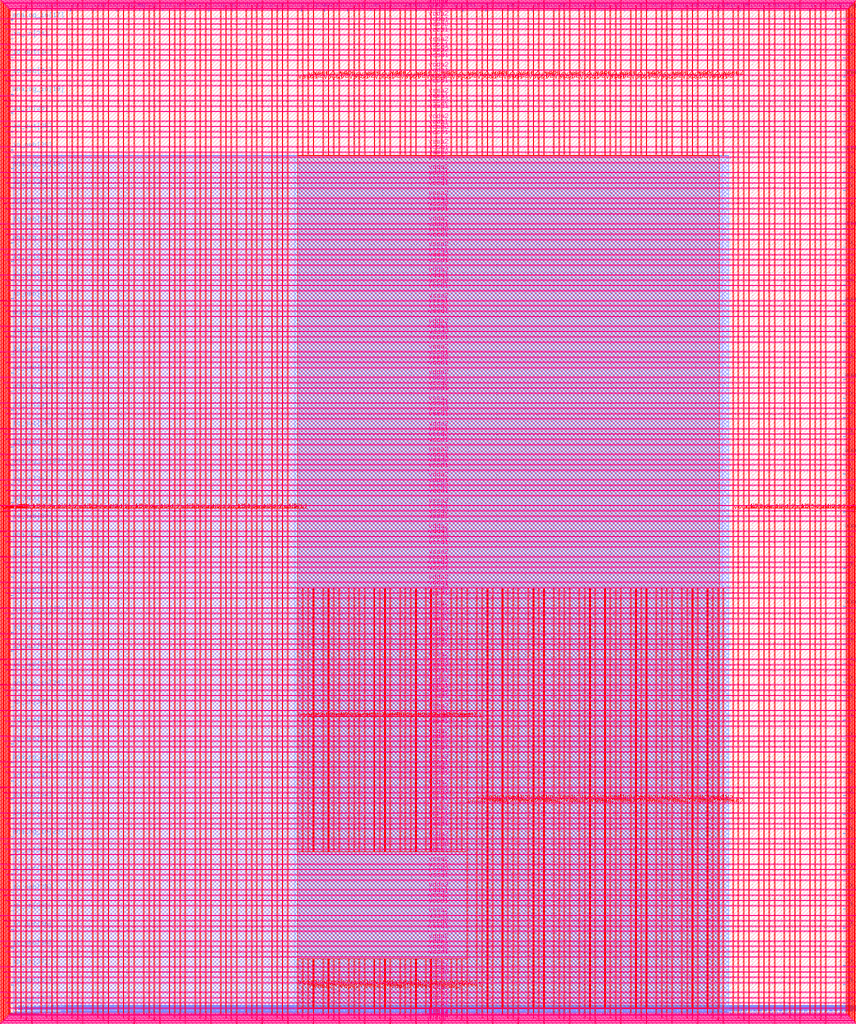
<source format=lef>
VERSION 5.7 ;
  NOWIREEXTENSIONATPIN ON ;
  DIVIDERCHAR "/" ;
  BUSBITCHARS "[]" ;
MACRO user_project_wrapper
  CLASS BLOCK ;
  FOREIGN user_project_wrapper ;
  ORIGIN 0.000 0.000 ;
  SIZE 2920.000 BY 3520.000 ;
  PIN analog_io[0]
    DIRECTION INOUT ;
    USE SIGNAL ;
    PORT
      LAYER met3 ;
        RECT 2917.600 1426.380 2924.800 1427.580 ;
    END
  END analog_io[0]
  PIN analog_io[10]
    DIRECTION INOUT ;
    USE SIGNAL ;
    PORT
      LAYER met2 ;
        RECT 2230.490 3517.600 2231.050 3524.800 ;
    END
  END analog_io[10]
  PIN analog_io[11]
    DIRECTION INOUT ;
    USE SIGNAL ;
    PORT
      LAYER met2 ;
        RECT 1905.730 3517.600 1906.290 3524.800 ;
    END
  END analog_io[11]
  PIN analog_io[12]
    DIRECTION INOUT ;
    USE SIGNAL ;
    PORT
      LAYER met2 ;
        RECT 1581.430 3517.600 1581.990 3524.800 ;
    END
  END analog_io[12]
  PIN analog_io[13]
    DIRECTION INOUT ;
    USE SIGNAL ;
    PORT
      LAYER met2 ;
        RECT 1257.130 3517.600 1257.690 3524.800 ;
    END
  END analog_io[13]
  PIN analog_io[14]
    DIRECTION INOUT ;
    USE SIGNAL ;
    PORT
      LAYER met2 ;
        RECT 932.370 3517.600 932.930 3524.800 ;
    END
  END analog_io[14]
  PIN analog_io[15]
    DIRECTION INOUT ;
    USE SIGNAL ;
    PORT
      LAYER met2 ;
        RECT 608.070 3517.600 608.630 3524.800 ;
    END
  END analog_io[15]
  PIN analog_io[16]
    DIRECTION INOUT ;
    USE SIGNAL ;
    PORT
      LAYER met2 ;
        RECT 283.770 3517.600 284.330 3524.800 ;
    END
  END analog_io[16]
  PIN analog_io[17]
    DIRECTION INOUT ;
    USE SIGNAL ;
    PORT
      LAYER met3 ;
        RECT -4.800 3486.100 2.400 3487.300 ;
    END
  END analog_io[17]
  PIN analog_io[18]
    DIRECTION INOUT ;
    USE SIGNAL ;
    PORT
      LAYER met3 ;
        RECT -4.800 3224.980 2.400 3226.180 ;
    END
  END analog_io[18]
  PIN analog_io[19]
    DIRECTION INOUT ;
    USE SIGNAL ;
    PORT
      LAYER met3 ;
        RECT -4.800 2964.540 2.400 2965.740 ;
    END
  END analog_io[19]
  PIN analog_io[1]
    DIRECTION INOUT ;
    USE SIGNAL ;
    PORT
      LAYER met3 ;
        RECT 2917.600 1692.260 2924.800 1693.460 ;
    END
  END analog_io[1]
  PIN analog_io[20]
    DIRECTION INOUT ;
    USE SIGNAL ;
    PORT
      LAYER met3 ;
        RECT -4.800 2703.420 2.400 2704.620 ;
    END
  END analog_io[20]
  PIN analog_io[21]
    DIRECTION INOUT ;
    USE SIGNAL ;
    PORT
      LAYER met3 ;
        RECT -4.800 2442.980 2.400 2444.180 ;
    END
  END analog_io[21]
  PIN analog_io[22]
    DIRECTION INOUT ;
    USE SIGNAL ;
    PORT
      LAYER met3 ;
        RECT -4.800 2182.540 2.400 2183.740 ;
    END
  END analog_io[22]
  PIN analog_io[23]
    DIRECTION INOUT ;
    USE SIGNAL ;
    PORT
      LAYER met3 ;
        RECT -4.800 1921.420 2.400 1922.620 ;
    END
  END analog_io[23]
  PIN analog_io[24]
    DIRECTION INOUT ;
    USE SIGNAL ;
    PORT
      LAYER met3 ;
        RECT -4.800 1660.980 2.400 1662.180 ;
    END
  END analog_io[24]
  PIN analog_io[25]
    DIRECTION INOUT ;
    USE SIGNAL ;
    PORT
      LAYER met3 ;
        RECT -4.800 1399.860 2.400 1401.060 ;
    END
  END analog_io[25]
  PIN analog_io[26]
    DIRECTION INOUT ;
    USE SIGNAL ;
    PORT
      LAYER met3 ;
        RECT -4.800 1139.420 2.400 1140.620 ;
    END
  END analog_io[26]
  PIN analog_io[27]
    DIRECTION INOUT ;
    USE SIGNAL ;
    PORT
      LAYER met3 ;
        RECT -4.800 878.980 2.400 880.180 ;
    END
  END analog_io[27]
  PIN analog_io[28]
    DIRECTION INOUT ;
    USE SIGNAL ;
    PORT
      LAYER met3 ;
        RECT -4.800 617.860 2.400 619.060 ;
    END
  END analog_io[28]
  PIN analog_io[2]
    DIRECTION INOUT ;
    USE SIGNAL ;
    PORT
      LAYER met3 ;
        RECT 2917.600 1958.140 2924.800 1959.340 ;
    END
  END analog_io[2]
  PIN analog_io[3]
    DIRECTION INOUT ;
    USE SIGNAL ;
    PORT
      LAYER met3 ;
        RECT 2917.600 2223.340 2924.800 2224.540 ;
    END
  END analog_io[3]
  PIN analog_io[4]
    DIRECTION INOUT ;
    USE SIGNAL ;
    PORT
      LAYER met3 ;
        RECT 2917.600 2489.220 2924.800 2490.420 ;
    END
  END analog_io[4]
  PIN analog_io[5]
    DIRECTION INOUT ;
    USE SIGNAL ;
    PORT
      LAYER met3 ;
        RECT 2917.600 2755.100 2924.800 2756.300 ;
    END
  END analog_io[5]
  PIN analog_io[6]
    DIRECTION INOUT ;
    USE SIGNAL ;
    PORT
      LAYER met3 ;
        RECT 2917.600 3020.300 2924.800 3021.500 ;
    END
  END analog_io[6]
  PIN analog_io[7]
    DIRECTION INOUT ;
    USE SIGNAL ;
    PORT
      LAYER met3 ;
        RECT 2917.600 3286.180 2924.800 3287.380 ;
    END
  END analog_io[7]
  PIN analog_io[8]
    DIRECTION INOUT ;
    USE SIGNAL ;
    PORT
      LAYER met2 ;
        RECT 2879.090 3517.600 2879.650 3524.800 ;
    END
  END analog_io[8]
  PIN analog_io[9]
    DIRECTION INOUT ;
    USE SIGNAL ;
    PORT
      LAYER met2 ;
        RECT 2554.790 3517.600 2555.350 3524.800 ;
    END
  END analog_io[9]
  PIN io_in[0]
    DIRECTION INPUT ;
    USE SIGNAL ;
    PORT
      LAYER met3 ;
        RECT 2917.600 32.380 2924.800 33.580 ;
    END
  END io_in[0]
  PIN io_in[10]
    DIRECTION INPUT ;
    USE SIGNAL ;
    PORT
      LAYER met3 ;
        RECT 2917.600 2289.980 2924.800 2291.180 ;
    END
  END io_in[10]
  PIN io_in[11]
    DIRECTION INPUT ;
    USE SIGNAL ;
    PORT
      LAYER met3 ;
        RECT 2917.600 2555.860 2924.800 2557.060 ;
    END
  END io_in[11]
  PIN io_in[12]
    DIRECTION INPUT ;
    USE SIGNAL ;
    PORT
      LAYER met3 ;
        RECT 2917.600 2821.060 2924.800 2822.260 ;
    END
  END io_in[12]
  PIN io_in[13]
    DIRECTION INPUT ;
    USE SIGNAL ;
    PORT
      LAYER met3 ;
        RECT 2917.600 3086.940 2924.800 3088.140 ;
    END
  END io_in[13]
  PIN io_in[14]
    DIRECTION INPUT ;
    USE SIGNAL ;
    PORT
      LAYER met3 ;
        RECT 2917.600 3352.820 2924.800 3354.020 ;
    END
  END io_in[14]
  PIN io_in[15]
    DIRECTION INPUT ;
    USE SIGNAL ;
    PORT
      LAYER met2 ;
        RECT 2798.130 3517.600 2798.690 3524.800 ;
    END
  END io_in[15]
  PIN io_in[16]
    DIRECTION INPUT ;
    USE SIGNAL ;
    PORT
      LAYER met2 ;
        RECT 2473.830 3517.600 2474.390 3524.800 ;
    END
  END io_in[16]
  PIN io_in[17]
    DIRECTION INPUT ;
    USE SIGNAL ;
    PORT
      LAYER met2 ;
        RECT 2149.070 3517.600 2149.630 3524.800 ;
    END
  END io_in[17]
  PIN io_in[18]
    DIRECTION INPUT ;
    USE SIGNAL ;
    PORT
      LAYER met2 ;
        RECT 1824.770 3517.600 1825.330 3524.800 ;
    END
  END io_in[18]
  PIN io_in[19]
    DIRECTION INPUT ;
    USE SIGNAL ;
    PORT
      LAYER met2 ;
        RECT 1500.470 3517.600 1501.030 3524.800 ;
    END
  END io_in[19]
  PIN io_in[1]
    DIRECTION INPUT ;
    USE SIGNAL ;
    PORT
      LAYER met3 ;
        RECT 2917.600 230.940 2924.800 232.140 ;
    END
  END io_in[1]
  PIN io_in[20]
    DIRECTION INPUT ;
    USE SIGNAL ;
    PORT
      LAYER met2 ;
        RECT 1175.710 3517.600 1176.270 3524.800 ;
    END
  END io_in[20]
  PIN io_in[21]
    DIRECTION INPUT ;
    USE SIGNAL ;
    PORT
      LAYER met2 ;
        RECT 851.410 3517.600 851.970 3524.800 ;
    END
  END io_in[21]
  PIN io_in[22]
    DIRECTION INPUT ;
    USE SIGNAL ;
    PORT
      LAYER met2 ;
        RECT 527.110 3517.600 527.670 3524.800 ;
    END
  END io_in[22]
  PIN io_in[23]
    DIRECTION INPUT ;
    USE SIGNAL ;
    PORT
      LAYER met2 ;
        RECT 202.350 3517.600 202.910 3524.800 ;
    END
  END io_in[23]
  PIN io_in[24]
    DIRECTION INPUT ;
    USE SIGNAL ;
    PORT
      LAYER met3 ;
        RECT -4.800 3420.820 2.400 3422.020 ;
    END
  END io_in[24]
  PIN io_in[25]
    DIRECTION INPUT ;
    USE SIGNAL ;
    PORT
      LAYER met3 ;
        RECT -4.800 3159.700 2.400 3160.900 ;
    END
  END io_in[25]
  PIN io_in[26]
    DIRECTION INPUT ;
    USE SIGNAL ;
    PORT
      LAYER met3 ;
        RECT -4.800 2899.260 2.400 2900.460 ;
    END
  END io_in[26]
  PIN io_in[27]
    DIRECTION INPUT ;
    USE SIGNAL ;
    PORT
      LAYER met3 ;
        RECT -4.800 2638.820 2.400 2640.020 ;
    END
  END io_in[27]
  PIN io_in[28]
    DIRECTION INPUT ;
    USE SIGNAL ;
    PORT
      LAYER met3 ;
        RECT -4.800 2377.700 2.400 2378.900 ;
    END
  END io_in[28]
  PIN io_in[29]
    DIRECTION INPUT ;
    USE SIGNAL ;
    PORT
      LAYER met3 ;
        RECT -4.800 2117.260 2.400 2118.460 ;
    END
  END io_in[29]
  PIN io_in[2]
    DIRECTION INPUT ;
    USE SIGNAL ;
    PORT
      LAYER met3 ;
        RECT 2917.600 430.180 2924.800 431.380 ;
    END
  END io_in[2]
  PIN io_in[30]
    DIRECTION INPUT ;
    USE SIGNAL ;
    PORT
      LAYER met3 ;
        RECT -4.800 1856.140 2.400 1857.340 ;
    END
  END io_in[30]
  PIN io_in[31]
    DIRECTION INPUT ;
    USE SIGNAL ;
    PORT
      LAYER met3 ;
        RECT -4.800 1595.700 2.400 1596.900 ;
    END
  END io_in[31]
  PIN io_in[32]
    DIRECTION INPUT ;
    USE SIGNAL ;
    PORT
      LAYER met3 ;
        RECT -4.800 1335.260 2.400 1336.460 ;
    END
  END io_in[32]
  PIN io_in[33]
    DIRECTION INPUT ;
    USE SIGNAL ;
    PORT
      LAYER met3 ;
        RECT -4.800 1074.140 2.400 1075.340 ;
    END
  END io_in[33]
  PIN io_in[34]
    DIRECTION INPUT ;
    USE SIGNAL ;
    PORT
      LAYER met3 ;
        RECT -4.800 813.700 2.400 814.900 ;
    END
  END io_in[34]
  PIN io_in[35]
    DIRECTION INPUT ;
    USE SIGNAL ;
    PORT
      LAYER met3 ;
        RECT -4.800 552.580 2.400 553.780 ;
    END
  END io_in[35]
  PIN io_in[36]
    DIRECTION INPUT ;
    USE SIGNAL ;
    PORT
      LAYER met3 ;
        RECT -4.800 357.420 2.400 358.620 ;
    END
  END io_in[36]
  PIN io_in[37]
    DIRECTION INPUT ;
    USE SIGNAL ;
    PORT
      LAYER met3 ;
        RECT -4.800 161.580 2.400 162.780 ;
    END
  END io_in[37]
  PIN io_in[3]
    DIRECTION INPUT ;
    USE SIGNAL ;
    PORT
      LAYER met3 ;
        RECT 2917.600 629.420 2924.800 630.620 ;
    END
  END io_in[3]
  PIN io_in[4]
    DIRECTION INPUT ;
    USE SIGNAL ;
    PORT
      LAYER met3 ;
        RECT 2917.600 828.660 2924.800 829.860 ;
    END
  END io_in[4]
  PIN io_in[5]
    DIRECTION INPUT ;
    USE SIGNAL ;
    PORT
      LAYER met3 ;
        RECT 2917.600 1027.900 2924.800 1029.100 ;
    END
  END io_in[5]
  PIN io_in[6]
    DIRECTION INPUT ;
    USE SIGNAL ;
    PORT
      LAYER met3 ;
        RECT 2917.600 1227.140 2924.800 1228.340 ;
    END
  END io_in[6]
  PIN io_in[7]
    DIRECTION INPUT ;
    USE SIGNAL ;
    PORT
      LAYER met3 ;
        RECT 2917.600 1493.020 2924.800 1494.220 ;
    END
  END io_in[7]
  PIN io_in[8]
    DIRECTION INPUT ;
    USE SIGNAL ;
    PORT
      LAYER met3 ;
        RECT 2917.600 1758.900 2924.800 1760.100 ;
    END
  END io_in[8]
  PIN io_in[9]
    DIRECTION INPUT ;
    USE SIGNAL ;
    PORT
      LAYER met3 ;
        RECT 2917.600 2024.100 2924.800 2025.300 ;
    END
  END io_in[9]
  PIN io_oeb[0]
    DIRECTION OUTPUT TRISTATE ;
    USE SIGNAL ;
    PORT
      LAYER met3 ;
        RECT 2917.600 164.980 2924.800 166.180 ;
    END
  END io_oeb[0]
  PIN io_oeb[10]
    DIRECTION OUTPUT TRISTATE ;
    USE SIGNAL ;
    PORT
      LAYER met3 ;
        RECT 2917.600 2422.580 2924.800 2423.780 ;
    END
  END io_oeb[10]
  PIN io_oeb[11]
    DIRECTION OUTPUT TRISTATE ;
    USE SIGNAL ;
    PORT
      LAYER met3 ;
        RECT 2917.600 2688.460 2924.800 2689.660 ;
    END
  END io_oeb[11]
  PIN io_oeb[12]
    DIRECTION OUTPUT TRISTATE ;
    USE SIGNAL ;
    PORT
      LAYER met3 ;
        RECT 2917.600 2954.340 2924.800 2955.540 ;
    END
  END io_oeb[12]
  PIN io_oeb[13]
    DIRECTION OUTPUT TRISTATE ;
    USE SIGNAL ;
    PORT
      LAYER met3 ;
        RECT 2917.600 3219.540 2924.800 3220.740 ;
    END
  END io_oeb[13]
  PIN io_oeb[14]
    DIRECTION OUTPUT TRISTATE ;
    USE SIGNAL ;
    PORT
      LAYER met3 ;
        RECT 2917.600 3485.420 2924.800 3486.620 ;
    END
  END io_oeb[14]
  PIN io_oeb[15]
    DIRECTION OUTPUT TRISTATE ;
    USE SIGNAL ;
    PORT
      LAYER met2 ;
        RECT 2635.750 3517.600 2636.310 3524.800 ;
    END
  END io_oeb[15]
  PIN io_oeb[16]
    DIRECTION OUTPUT TRISTATE ;
    USE SIGNAL ;
    PORT
      LAYER met2 ;
        RECT 2311.450 3517.600 2312.010 3524.800 ;
    END
  END io_oeb[16]
  PIN io_oeb[17]
    DIRECTION OUTPUT TRISTATE ;
    USE SIGNAL ;
    PORT
      LAYER met2 ;
        RECT 1987.150 3517.600 1987.710 3524.800 ;
    END
  END io_oeb[17]
  PIN io_oeb[18]
    DIRECTION OUTPUT TRISTATE ;
    USE SIGNAL ;
    PORT
      LAYER met2 ;
        RECT 1662.390 3517.600 1662.950 3524.800 ;
    END
  END io_oeb[18]
  PIN io_oeb[19]
    DIRECTION OUTPUT TRISTATE ;
    USE SIGNAL ;
    PORT
      LAYER met2 ;
        RECT 1338.090 3517.600 1338.650 3524.800 ;
    END
  END io_oeb[19]
  PIN io_oeb[1]
    DIRECTION OUTPUT TRISTATE ;
    USE SIGNAL ;
    PORT
      LAYER met3 ;
        RECT 2917.600 364.220 2924.800 365.420 ;
    END
  END io_oeb[1]
  PIN io_oeb[20]
    DIRECTION OUTPUT TRISTATE ;
    USE SIGNAL ;
    PORT
      LAYER met2 ;
        RECT 1013.790 3517.600 1014.350 3524.800 ;
    END
  END io_oeb[20]
  PIN io_oeb[21]
    DIRECTION OUTPUT TRISTATE ;
    USE SIGNAL ;
    PORT
      LAYER met2 ;
        RECT 689.030 3517.600 689.590 3524.800 ;
    END
  END io_oeb[21]
  PIN io_oeb[22]
    DIRECTION OUTPUT TRISTATE ;
    USE SIGNAL ;
    PORT
      LAYER met2 ;
        RECT 364.730 3517.600 365.290 3524.800 ;
    END
  END io_oeb[22]
  PIN io_oeb[23]
    DIRECTION OUTPUT TRISTATE ;
    USE SIGNAL ;
    PORT
      LAYER met2 ;
        RECT 40.430 3517.600 40.990 3524.800 ;
    END
  END io_oeb[23]
  PIN io_oeb[24]
    DIRECTION OUTPUT TRISTATE ;
    USE SIGNAL ;
    PORT
      LAYER met3 ;
        RECT -4.800 3290.260 2.400 3291.460 ;
    END
  END io_oeb[24]
  PIN io_oeb[25]
    DIRECTION OUTPUT TRISTATE ;
    USE SIGNAL ;
    PORT
      LAYER met3 ;
        RECT -4.800 3029.820 2.400 3031.020 ;
    END
  END io_oeb[25]
  PIN io_oeb[26]
    DIRECTION OUTPUT TRISTATE ;
    USE SIGNAL ;
    PORT
      LAYER met3 ;
        RECT -4.800 2768.700 2.400 2769.900 ;
    END
  END io_oeb[26]
  PIN io_oeb[27]
    DIRECTION OUTPUT TRISTATE ;
    USE SIGNAL ;
    PORT
      LAYER met3 ;
        RECT -4.800 2508.260 2.400 2509.460 ;
    END
  END io_oeb[27]
  PIN io_oeb[28]
    DIRECTION OUTPUT TRISTATE ;
    USE SIGNAL ;
    PORT
      LAYER met3 ;
        RECT -4.800 2247.140 2.400 2248.340 ;
    END
  END io_oeb[28]
  PIN io_oeb[29]
    DIRECTION OUTPUT TRISTATE ;
    USE SIGNAL ;
    PORT
      LAYER met3 ;
        RECT -4.800 1986.700 2.400 1987.900 ;
    END
  END io_oeb[29]
  PIN io_oeb[2]
    DIRECTION OUTPUT TRISTATE ;
    USE SIGNAL ;
    PORT
      LAYER met3 ;
        RECT 2917.600 563.460 2924.800 564.660 ;
    END
  END io_oeb[2]
  PIN io_oeb[30]
    DIRECTION OUTPUT TRISTATE ;
    USE SIGNAL ;
    PORT
      LAYER met3 ;
        RECT -4.800 1726.260 2.400 1727.460 ;
    END
  END io_oeb[30]
  PIN io_oeb[31]
    DIRECTION OUTPUT TRISTATE ;
    USE SIGNAL ;
    PORT
      LAYER met3 ;
        RECT -4.800 1465.140 2.400 1466.340 ;
    END
  END io_oeb[31]
  PIN io_oeb[32]
    DIRECTION OUTPUT TRISTATE ;
    USE SIGNAL ;
    PORT
      LAYER met3 ;
        RECT -4.800 1204.700 2.400 1205.900 ;
    END
  END io_oeb[32]
  PIN io_oeb[33]
    DIRECTION OUTPUT TRISTATE ;
    USE SIGNAL ;
    PORT
      LAYER met3 ;
        RECT -4.800 943.580 2.400 944.780 ;
    END
  END io_oeb[33]
  PIN io_oeb[34]
    DIRECTION OUTPUT TRISTATE ;
    USE SIGNAL ;
    PORT
      LAYER met3 ;
        RECT -4.800 683.140 2.400 684.340 ;
    END
  END io_oeb[34]
  PIN io_oeb[35]
    DIRECTION OUTPUT TRISTATE ;
    USE SIGNAL ;
    PORT
      LAYER met3 ;
        RECT -4.800 422.700 2.400 423.900 ;
    END
  END io_oeb[35]
  PIN io_oeb[36]
    DIRECTION OUTPUT TRISTATE ;
    USE SIGNAL ;
    PORT
      LAYER met3 ;
        RECT -4.800 226.860 2.400 228.060 ;
    END
  END io_oeb[36]
  PIN io_oeb[37]
    DIRECTION OUTPUT TRISTATE ;
    USE SIGNAL ;
    PORT
      LAYER met3 ;
        RECT -4.800 31.700 2.400 32.900 ;
    END
  END io_oeb[37]
  PIN io_oeb[3]
    DIRECTION OUTPUT TRISTATE ;
    USE SIGNAL ;
    PORT
      LAYER met3 ;
        RECT 2917.600 762.700 2924.800 763.900 ;
    END
  END io_oeb[3]
  PIN io_oeb[4]
    DIRECTION OUTPUT TRISTATE ;
    USE SIGNAL ;
    PORT
      LAYER met3 ;
        RECT 2917.600 961.940 2924.800 963.140 ;
    END
  END io_oeb[4]
  PIN io_oeb[5]
    DIRECTION OUTPUT TRISTATE ;
    USE SIGNAL ;
    PORT
      LAYER met3 ;
        RECT 2917.600 1161.180 2924.800 1162.380 ;
    END
  END io_oeb[5]
  PIN io_oeb[6]
    DIRECTION OUTPUT TRISTATE ;
    USE SIGNAL ;
    PORT
      LAYER met3 ;
        RECT 2917.600 1360.420 2924.800 1361.620 ;
    END
  END io_oeb[6]
  PIN io_oeb[7]
    DIRECTION OUTPUT TRISTATE ;
    USE SIGNAL ;
    PORT
      LAYER met3 ;
        RECT 2917.600 1625.620 2924.800 1626.820 ;
    END
  END io_oeb[7]
  PIN io_oeb[8]
    DIRECTION OUTPUT TRISTATE ;
    USE SIGNAL ;
    PORT
      LAYER met3 ;
        RECT 2917.600 1891.500 2924.800 1892.700 ;
    END
  END io_oeb[8]
  PIN io_oeb[9]
    DIRECTION OUTPUT TRISTATE ;
    USE SIGNAL ;
    PORT
      LAYER met3 ;
        RECT 2917.600 2157.380 2924.800 2158.580 ;
    END
  END io_oeb[9]
  PIN io_out[0]
    DIRECTION OUTPUT TRISTATE ;
    USE SIGNAL ;
    PORT
      LAYER met3 ;
        RECT 2917.600 98.340 2924.800 99.540 ;
    END
  END io_out[0]
  PIN io_out[10]
    DIRECTION OUTPUT TRISTATE ;
    USE SIGNAL ;
    PORT
      LAYER met3 ;
        RECT 2917.600 2356.620 2924.800 2357.820 ;
    END
  END io_out[10]
  PIN io_out[11]
    DIRECTION OUTPUT TRISTATE ;
    USE SIGNAL ;
    PORT
      LAYER met3 ;
        RECT 2917.600 2621.820 2924.800 2623.020 ;
    END
  END io_out[11]
  PIN io_out[12]
    DIRECTION OUTPUT TRISTATE ;
    USE SIGNAL ;
    PORT
      LAYER met3 ;
        RECT 2917.600 2887.700 2924.800 2888.900 ;
    END
  END io_out[12]
  PIN io_out[13]
    DIRECTION OUTPUT TRISTATE ;
    USE SIGNAL ;
    PORT
      LAYER met3 ;
        RECT 2917.600 3153.580 2924.800 3154.780 ;
    END
  END io_out[13]
  PIN io_out[14]
    DIRECTION OUTPUT TRISTATE ;
    USE SIGNAL ;
    PORT
      LAYER met3 ;
        RECT 2917.600 3418.780 2924.800 3419.980 ;
    END
  END io_out[14]
  PIN io_out[15]
    DIRECTION OUTPUT TRISTATE ;
    USE SIGNAL ;
    PORT
      LAYER met2 ;
        RECT 2717.170 3517.600 2717.730 3524.800 ;
    END
  END io_out[15]
  PIN io_out[16]
    DIRECTION OUTPUT TRISTATE ;
    USE SIGNAL ;
    PORT
      LAYER met2 ;
        RECT 2392.410 3517.600 2392.970 3524.800 ;
    END
  END io_out[16]
  PIN io_out[17]
    DIRECTION OUTPUT TRISTATE ;
    USE SIGNAL ;
    PORT
      LAYER met2 ;
        RECT 2068.110 3517.600 2068.670 3524.800 ;
    END
  END io_out[17]
  PIN io_out[18]
    DIRECTION OUTPUT TRISTATE ;
    USE SIGNAL ;
    PORT
      LAYER met2 ;
        RECT 1743.810 3517.600 1744.370 3524.800 ;
    END
  END io_out[18]
  PIN io_out[19]
    DIRECTION OUTPUT TRISTATE ;
    USE SIGNAL ;
    PORT
      LAYER met2 ;
        RECT 1419.050 3517.600 1419.610 3524.800 ;
    END
  END io_out[19]
  PIN io_out[1]
    DIRECTION OUTPUT TRISTATE ;
    USE SIGNAL ;
    PORT
      LAYER met3 ;
        RECT 2917.600 297.580 2924.800 298.780 ;
    END
  END io_out[1]
  PIN io_out[20]
    DIRECTION OUTPUT TRISTATE ;
    USE SIGNAL ;
    PORT
      LAYER met2 ;
        RECT 1094.750 3517.600 1095.310 3524.800 ;
    END
  END io_out[20]
  PIN io_out[21]
    DIRECTION OUTPUT TRISTATE ;
    USE SIGNAL ;
    PORT
      LAYER met2 ;
        RECT 770.450 3517.600 771.010 3524.800 ;
    END
  END io_out[21]
  PIN io_out[22]
    DIRECTION OUTPUT TRISTATE ;
    USE SIGNAL ;
    PORT
      LAYER met2 ;
        RECT 445.690 3517.600 446.250 3524.800 ;
    END
  END io_out[22]
  PIN io_out[23]
    DIRECTION OUTPUT TRISTATE ;
    USE SIGNAL ;
    PORT
      LAYER met2 ;
        RECT 121.390 3517.600 121.950 3524.800 ;
    END
  END io_out[23]
  PIN io_out[24]
    DIRECTION OUTPUT TRISTATE ;
    USE SIGNAL ;
    PORT
      LAYER met3 ;
        RECT -4.800 3355.540 2.400 3356.740 ;
    END
  END io_out[24]
  PIN io_out[25]
    DIRECTION OUTPUT TRISTATE ;
    USE SIGNAL ;
    PORT
      LAYER met3 ;
        RECT -4.800 3095.100 2.400 3096.300 ;
    END
  END io_out[25]
  PIN io_out[26]
    DIRECTION OUTPUT TRISTATE ;
    USE SIGNAL ;
    PORT
      LAYER met3 ;
        RECT -4.800 2833.980 2.400 2835.180 ;
    END
  END io_out[26]
  PIN io_out[27]
    DIRECTION OUTPUT TRISTATE ;
    USE SIGNAL ;
    PORT
      LAYER met3 ;
        RECT -4.800 2573.540 2.400 2574.740 ;
    END
  END io_out[27]
  PIN io_out[28]
    DIRECTION OUTPUT TRISTATE ;
    USE SIGNAL ;
    PORT
      LAYER met3 ;
        RECT -4.800 2312.420 2.400 2313.620 ;
    END
  END io_out[28]
  PIN io_out[29]
    DIRECTION OUTPUT TRISTATE ;
    USE SIGNAL ;
    PORT
      LAYER met3 ;
        RECT -4.800 2051.980 2.400 2053.180 ;
    END
  END io_out[29]
  PIN io_out[2]
    DIRECTION OUTPUT TRISTATE ;
    USE SIGNAL ;
    PORT
      LAYER met3 ;
        RECT 2917.600 496.820 2924.800 498.020 ;
    END
  END io_out[2]
  PIN io_out[30]
    DIRECTION OUTPUT TRISTATE ;
    USE SIGNAL ;
    PORT
      LAYER met3 ;
        RECT -4.800 1791.540 2.400 1792.740 ;
    END
  END io_out[30]
  PIN io_out[31]
    DIRECTION OUTPUT TRISTATE ;
    USE SIGNAL ;
    PORT
      LAYER met3 ;
        RECT -4.800 1530.420 2.400 1531.620 ;
    END
  END io_out[31]
  PIN io_out[32]
    DIRECTION OUTPUT TRISTATE ;
    USE SIGNAL ;
    PORT
      LAYER met3 ;
        RECT -4.800 1269.980 2.400 1271.180 ;
    END
  END io_out[32]
  PIN io_out[33]
    DIRECTION OUTPUT TRISTATE ;
    USE SIGNAL ;
    PORT
      LAYER met3 ;
        RECT -4.800 1008.860 2.400 1010.060 ;
    END
  END io_out[33]
  PIN io_out[34]
    DIRECTION OUTPUT TRISTATE ;
    USE SIGNAL ;
    PORT
      LAYER met3 ;
        RECT -4.800 748.420 2.400 749.620 ;
    END
  END io_out[34]
  PIN io_out[35]
    DIRECTION OUTPUT TRISTATE ;
    USE SIGNAL ;
    PORT
      LAYER met3 ;
        RECT -4.800 487.300 2.400 488.500 ;
    END
  END io_out[35]
  PIN io_out[36]
    DIRECTION OUTPUT TRISTATE ;
    USE SIGNAL ;
    PORT
      LAYER met3 ;
        RECT -4.800 292.140 2.400 293.340 ;
    END
  END io_out[36]
  PIN io_out[37]
    DIRECTION OUTPUT TRISTATE ;
    USE SIGNAL ;
    PORT
      LAYER met3 ;
        RECT -4.800 96.300 2.400 97.500 ;
    END
  END io_out[37]
  PIN io_out[3]
    DIRECTION OUTPUT TRISTATE ;
    USE SIGNAL ;
    PORT
      LAYER met3 ;
        RECT 2917.600 696.060 2924.800 697.260 ;
    END
  END io_out[3]
  PIN io_out[4]
    DIRECTION OUTPUT TRISTATE ;
    USE SIGNAL ;
    PORT
      LAYER met3 ;
        RECT 2917.600 895.300 2924.800 896.500 ;
    END
  END io_out[4]
  PIN io_out[5]
    DIRECTION OUTPUT TRISTATE ;
    USE SIGNAL ;
    PORT
      LAYER met3 ;
        RECT 2917.600 1094.540 2924.800 1095.740 ;
    END
  END io_out[5]
  PIN io_out[6]
    DIRECTION OUTPUT TRISTATE ;
    USE SIGNAL ;
    PORT
      LAYER met3 ;
        RECT 2917.600 1293.780 2924.800 1294.980 ;
    END
  END io_out[6]
  PIN io_out[7]
    DIRECTION OUTPUT TRISTATE ;
    USE SIGNAL ;
    PORT
      LAYER met3 ;
        RECT 2917.600 1559.660 2924.800 1560.860 ;
    END
  END io_out[7]
  PIN io_out[8]
    DIRECTION OUTPUT TRISTATE ;
    USE SIGNAL ;
    PORT
      LAYER met3 ;
        RECT 2917.600 1824.860 2924.800 1826.060 ;
    END
  END io_out[8]
  PIN io_out[9]
    DIRECTION OUTPUT TRISTATE ;
    USE SIGNAL ;
    PORT
      LAYER met3 ;
        RECT 2917.600 2090.740 2924.800 2091.940 ;
    END
  END io_out[9]
  PIN la_data_in[0]
    DIRECTION INPUT ;
    USE SIGNAL ;
    PORT
      LAYER met2 ;
        RECT 629.230 -4.800 629.790 2.400 ;
    END
  END la_data_in[0]
  PIN la_data_in[100]
    DIRECTION INPUT ;
    USE SIGNAL ;
    PORT
      LAYER met2 ;
        RECT 2402.530 -4.800 2403.090 2.400 ;
    END
  END la_data_in[100]
  PIN la_data_in[101]
    DIRECTION INPUT ;
    USE SIGNAL ;
    PORT
      LAYER met2 ;
        RECT 2420.010 -4.800 2420.570 2.400 ;
    END
  END la_data_in[101]
  PIN la_data_in[102]
    DIRECTION INPUT ;
    USE SIGNAL ;
    PORT
      LAYER met2 ;
        RECT 2437.950 -4.800 2438.510 2.400 ;
    END
  END la_data_in[102]
  PIN la_data_in[103]
    DIRECTION INPUT ;
    USE SIGNAL ;
    PORT
      LAYER met2 ;
        RECT 2455.430 -4.800 2455.990 2.400 ;
    END
  END la_data_in[103]
  PIN la_data_in[104]
    DIRECTION INPUT ;
    USE SIGNAL ;
    PORT
      LAYER met2 ;
        RECT 2473.370 -4.800 2473.930 2.400 ;
    END
  END la_data_in[104]
  PIN la_data_in[105]
    DIRECTION INPUT ;
    USE SIGNAL ;
    PORT
      LAYER met2 ;
        RECT 2490.850 -4.800 2491.410 2.400 ;
    END
  END la_data_in[105]
  PIN la_data_in[106]
    DIRECTION INPUT ;
    USE SIGNAL ;
    PORT
      LAYER met2 ;
        RECT 2508.790 -4.800 2509.350 2.400 ;
    END
  END la_data_in[106]
  PIN la_data_in[107]
    DIRECTION INPUT ;
    USE SIGNAL ;
    PORT
      LAYER met2 ;
        RECT 2526.730 -4.800 2527.290 2.400 ;
    END
  END la_data_in[107]
  PIN la_data_in[108]
    DIRECTION INPUT ;
    USE SIGNAL ;
    PORT
      LAYER met2 ;
        RECT 2544.210 -4.800 2544.770 2.400 ;
    END
  END la_data_in[108]
  PIN la_data_in[109]
    DIRECTION INPUT ;
    USE SIGNAL ;
    PORT
      LAYER met2 ;
        RECT 2562.150 -4.800 2562.710 2.400 ;
    END
  END la_data_in[109]
  PIN la_data_in[10]
    DIRECTION INPUT ;
    USE SIGNAL ;
    PORT
      LAYER met2 ;
        RECT 806.330 -4.800 806.890 2.400 ;
    END
  END la_data_in[10]
  PIN la_data_in[110]
    DIRECTION INPUT ;
    USE SIGNAL ;
    PORT
      LAYER met2 ;
        RECT 2579.630 -4.800 2580.190 2.400 ;
    END
  END la_data_in[110]
  PIN la_data_in[111]
    DIRECTION INPUT ;
    USE SIGNAL ;
    PORT
      LAYER met2 ;
        RECT 2597.570 -4.800 2598.130 2.400 ;
    END
  END la_data_in[111]
  PIN la_data_in[112]
    DIRECTION INPUT ;
    USE SIGNAL ;
    PORT
      LAYER met2 ;
        RECT 2615.050 -4.800 2615.610 2.400 ;
    END
  END la_data_in[112]
  PIN la_data_in[113]
    DIRECTION INPUT ;
    USE SIGNAL ;
    PORT
      LAYER met2 ;
        RECT 2632.990 -4.800 2633.550 2.400 ;
    END
  END la_data_in[113]
  PIN la_data_in[114]
    DIRECTION INPUT ;
    USE SIGNAL ;
    PORT
      LAYER met2 ;
        RECT 2650.470 -4.800 2651.030 2.400 ;
    END
  END la_data_in[114]
  PIN la_data_in[115]
    DIRECTION INPUT ;
    USE SIGNAL ;
    PORT
      LAYER met2 ;
        RECT 2668.410 -4.800 2668.970 2.400 ;
    END
  END la_data_in[115]
  PIN la_data_in[116]
    DIRECTION INPUT ;
    USE SIGNAL ;
    PORT
      LAYER met2 ;
        RECT 2685.890 -4.800 2686.450 2.400 ;
    END
  END la_data_in[116]
  PIN la_data_in[117]
    DIRECTION INPUT ;
    USE SIGNAL ;
    PORT
      LAYER met2 ;
        RECT 2703.830 -4.800 2704.390 2.400 ;
    END
  END la_data_in[117]
  PIN la_data_in[118]
    DIRECTION INPUT ;
    USE SIGNAL ;
    PORT
      LAYER met2 ;
        RECT 2721.770 -4.800 2722.330 2.400 ;
    END
  END la_data_in[118]
  PIN la_data_in[119]
    DIRECTION INPUT ;
    USE SIGNAL ;
    PORT
      LAYER met2 ;
        RECT 2739.250 -4.800 2739.810 2.400 ;
    END
  END la_data_in[119]
  PIN la_data_in[11]
    DIRECTION INPUT ;
    USE SIGNAL ;
    PORT
      LAYER met2 ;
        RECT 824.270 -4.800 824.830 2.400 ;
    END
  END la_data_in[11]
  PIN la_data_in[120]
    DIRECTION INPUT ;
    USE SIGNAL ;
    PORT
      LAYER met2 ;
        RECT 2757.190 -4.800 2757.750 2.400 ;
    END
  END la_data_in[120]
  PIN la_data_in[121]
    DIRECTION INPUT ;
    USE SIGNAL ;
    PORT
      LAYER met2 ;
        RECT 2774.670 -4.800 2775.230 2.400 ;
    END
  END la_data_in[121]
  PIN la_data_in[122]
    DIRECTION INPUT ;
    USE SIGNAL ;
    PORT
      LAYER met2 ;
        RECT 2792.610 -4.800 2793.170 2.400 ;
    END
  END la_data_in[122]
  PIN la_data_in[123]
    DIRECTION INPUT ;
    USE SIGNAL ;
    PORT
      LAYER met2 ;
        RECT 2810.090 -4.800 2810.650 2.400 ;
    END
  END la_data_in[123]
  PIN la_data_in[124]
    DIRECTION INPUT ;
    USE SIGNAL ;
    PORT
      LAYER met2 ;
        RECT 2828.030 -4.800 2828.590 2.400 ;
    END
  END la_data_in[124]
  PIN la_data_in[125]
    DIRECTION INPUT ;
    USE SIGNAL ;
    PORT
      LAYER met2 ;
        RECT 2845.510 -4.800 2846.070 2.400 ;
    END
  END la_data_in[125]
  PIN la_data_in[126]
    DIRECTION INPUT ;
    USE SIGNAL ;
    PORT
      LAYER met2 ;
        RECT 2863.450 -4.800 2864.010 2.400 ;
    END
  END la_data_in[126]
  PIN la_data_in[127]
    DIRECTION INPUT ;
    USE SIGNAL ;
    PORT
      LAYER met2 ;
        RECT 2881.390 -4.800 2881.950 2.400 ;
    END
  END la_data_in[127]
  PIN la_data_in[12]
    DIRECTION INPUT ;
    USE SIGNAL ;
    PORT
      LAYER met2 ;
        RECT 841.750 -4.800 842.310 2.400 ;
    END
  END la_data_in[12]
  PIN la_data_in[13]
    DIRECTION INPUT ;
    USE SIGNAL ;
    PORT
      LAYER met2 ;
        RECT 859.690 -4.800 860.250 2.400 ;
    END
  END la_data_in[13]
  PIN la_data_in[14]
    DIRECTION INPUT ;
    USE SIGNAL ;
    PORT
      LAYER met2 ;
        RECT 877.170 -4.800 877.730 2.400 ;
    END
  END la_data_in[14]
  PIN la_data_in[15]
    DIRECTION INPUT ;
    USE SIGNAL ;
    PORT
      LAYER met2 ;
        RECT 895.110 -4.800 895.670 2.400 ;
    END
  END la_data_in[15]
  PIN la_data_in[16]
    DIRECTION INPUT ;
    USE SIGNAL ;
    PORT
      LAYER met2 ;
        RECT 912.590 -4.800 913.150 2.400 ;
    END
  END la_data_in[16]
  PIN la_data_in[17]
    DIRECTION INPUT ;
    USE SIGNAL ;
    PORT
      LAYER met2 ;
        RECT 930.530 -4.800 931.090 2.400 ;
    END
  END la_data_in[17]
  PIN la_data_in[18]
    DIRECTION INPUT ;
    USE SIGNAL ;
    PORT
      LAYER met2 ;
        RECT 948.470 -4.800 949.030 2.400 ;
    END
  END la_data_in[18]
  PIN la_data_in[19]
    DIRECTION INPUT ;
    USE SIGNAL ;
    PORT
      LAYER met2 ;
        RECT 965.950 -4.800 966.510 2.400 ;
    END
  END la_data_in[19]
  PIN la_data_in[1]
    DIRECTION INPUT ;
    USE SIGNAL ;
    PORT
      LAYER met2 ;
        RECT 646.710 -4.800 647.270 2.400 ;
    END
  END la_data_in[1]
  PIN la_data_in[20]
    DIRECTION INPUT ;
    USE SIGNAL ;
    PORT
      LAYER met2 ;
        RECT 983.890 -4.800 984.450 2.400 ;
    END
  END la_data_in[20]
  PIN la_data_in[21]
    DIRECTION INPUT ;
    USE SIGNAL ;
    PORT
      LAYER met2 ;
        RECT 1001.370 -4.800 1001.930 2.400 ;
    END
  END la_data_in[21]
  PIN la_data_in[22]
    DIRECTION INPUT ;
    USE SIGNAL ;
    PORT
      LAYER met2 ;
        RECT 1019.310 -4.800 1019.870 2.400 ;
    END
  END la_data_in[22]
  PIN la_data_in[23]
    DIRECTION INPUT ;
    USE SIGNAL ;
    PORT
      LAYER met2 ;
        RECT 1036.790 -4.800 1037.350 2.400 ;
    END
  END la_data_in[23]
  PIN la_data_in[24]
    DIRECTION INPUT ;
    USE SIGNAL ;
    PORT
      LAYER met2 ;
        RECT 1054.730 -4.800 1055.290 2.400 ;
    END
  END la_data_in[24]
  PIN la_data_in[25]
    DIRECTION INPUT ;
    USE SIGNAL ;
    PORT
      LAYER met2 ;
        RECT 1072.210 -4.800 1072.770 2.400 ;
    END
  END la_data_in[25]
  PIN la_data_in[26]
    DIRECTION INPUT ;
    USE SIGNAL ;
    PORT
      LAYER met2 ;
        RECT 1090.150 -4.800 1090.710 2.400 ;
    END
  END la_data_in[26]
  PIN la_data_in[27]
    DIRECTION INPUT ;
    USE SIGNAL ;
    PORT
      LAYER met2 ;
        RECT 1107.630 -4.800 1108.190 2.400 ;
    END
  END la_data_in[27]
  PIN la_data_in[28]
    DIRECTION INPUT ;
    USE SIGNAL ;
    PORT
      LAYER met2 ;
        RECT 1125.570 -4.800 1126.130 2.400 ;
    END
  END la_data_in[28]
  PIN la_data_in[29]
    DIRECTION INPUT ;
    USE SIGNAL ;
    PORT
      LAYER met2 ;
        RECT 1143.510 -4.800 1144.070 2.400 ;
    END
  END la_data_in[29]
  PIN la_data_in[2]
    DIRECTION INPUT ;
    USE SIGNAL ;
    PORT
      LAYER met2 ;
        RECT 664.650 -4.800 665.210 2.400 ;
    END
  END la_data_in[2]
  PIN la_data_in[30]
    DIRECTION INPUT ;
    USE SIGNAL ;
    PORT
      LAYER met2 ;
        RECT 1160.990 -4.800 1161.550 2.400 ;
    END
  END la_data_in[30]
  PIN la_data_in[31]
    DIRECTION INPUT ;
    USE SIGNAL ;
    PORT
      LAYER met2 ;
        RECT 1178.930 -4.800 1179.490 2.400 ;
    END
  END la_data_in[31]
  PIN la_data_in[32]
    DIRECTION INPUT ;
    USE SIGNAL ;
    PORT
      LAYER met2 ;
        RECT 1196.410 -4.800 1196.970 2.400 ;
    END
  END la_data_in[32]
  PIN la_data_in[33]
    DIRECTION INPUT ;
    USE SIGNAL ;
    PORT
      LAYER met2 ;
        RECT 1214.350 -4.800 1214.910 2.400 ;
    END
  END la_data_in[33]
  PIN la_data_in[34]
    DIRECTION INPUT ;
    USE SIGNAL ;
    PORT
      LAYER met2 ;
        RECT 1231.830 -4.800 1232.390 2.400 ;
    END
  END la_data_in[34]
  PIN la_data_in[35]
    DIRECTION INPUT ;
    USE SIGNAL ;
    PORT
      LAYER met2 ;
        RECT 1249.770 -4.800 1250.330 2.400 ;
    END
  END la_data_in[35]
  PIN la_data_in[36]
    DIRECTION INPUT ;
    USE SIGNAL ;
    PORT
      LAYER met2 ;
        RECT 1267.250 -4.800 1267.810 2.400 ;
    END
  END la_data_in[36]
  PIN la_data_in[37]
    DIRECTION INPUT ;
    USE SIGNAL ;
    PORT
      LAYER met2 ;
        RECT 1285.190 -4.800 1285.750 2.400 ;
    END
  END la_data_in[37]
  PIN la_data_in[38]
    DIRECTION INPUT ;
    USE SIGNAL ;
    PORT
      LAYER met2 ;
        RECT 1303.130 -4.800 1303.690 2.400 ;
    END
  END la_data_in[38]
  PIN la_data_in[39]
    DIRECTION INPUT ;
    USE SIGNAL ;
    PORT
      LAYER met2 ;
        RECT 1320.610 -4.800 1321.170 2.400 ;
    END
  END la_data_in[39]
  PIN la_data_in[3]
    DIRECTION INPUT ;
    USE SIGNAL ;
    PORT
      LAYER met2 ;
        RECT 682.130 -4.800 682.690 2.400 ;
    END
  END la_data_in[3]
  PIN la_data_in[40]
    DIRECTION INPUT ;
    USE SIGNAL ;
    PORT
      LAYER met2 ;
        RECT 1338.550 -4.800 1339.110 2.400 ;
    END
  END la_data_in[40]
  PIN la_data_in[41]
    DIRECTION INPUT ;
    USE SIGNAL ;
    PORT
      LAYER met2 ;
        RECT 1356.030 -4.800 1356.590 2.400 ;
    END
  END la_data_in[41]
  PIN la_data_in[42]
    DIRECTION INPUT ;
    USE SIGNAL ;
    PORT
      LAYER met2 ;
        RECT 1373.970 -4.800 1374.530 2.400 ;
    END
  END la_data_in[42]
  PIN la_data_in[43]
    DIRECTION INPUT ;
    USE SIGNAL ;
    PORT
      LAYER met2 ;
        RECT 1391.450 -4.800 1392.010 2.400 ;
    END
  END la_data_in[43]
  PIN la_data_in[44]
    DIRECTION INPUT ;
    USE SIGNAL ;
    PORT
      LAYER met2 ;
        RECT 1409.390 -4.800 1409.950 2.400 ;
    END
  END la_data_in[44]
  PIN la_data_in[45]
    DIRECTION INPUT ;
    USE SIGNAL ;
    PORT
      LAYER met2 ;
        RECT 1426.870 -4.800 1427.430 2.400 ;
    END
  END la_data_in[45]
  PIN la_data_in[46]
    DIRECTION INPUT ;
    USE SIGNAL ;
    PORT
      LAYER met2 ;
        RECT 1444.810 -4.800 1445.370 2.400 ;
    END
  END la_data_in[46]
  PIN la_data_in[47]
    DIRECTION INPUT ;
    USE SIGNAL ;
    PORT
      LAYER met2 ;
        RECT 1462.750 -4.800 1463.310 2.400 ;
    END
  END la_data_in[47]
  PIN la_data_in[48]
    DIRECTION INPUT ;
    USE SIGNAL ;
    PORT
      LAYER met2 ;
        RECT 1480.230 -4.800 1480.790 2.400 ;
    END
  END la_data_in[48]
  PIN la_data_in[49]
    DIRECTION INPUT ;
    USE SIGNAL ;
    PORT
      LAYER met2 ;
        RECT 1498.170 -4.800 1498.730 2.400 ;
    END
  END la_data_in[49]
  PIN la_data_in[4]
    DIRECTION INPUT ;
    USE SIGNAL ;
    PORT
      LAYER met2 ;
        RECT 700.070 -4.800 700.630 2.400 ;
    END
  END la_data_in[4]
  PIN la_data_in[50]
    DIRECTION INPUT ;
    USE SIGNAL ;
    PORT
      LAYER met2 ;
        RECT 1515.650 -4.800 1516.210 2.400 ;
    END
  END la_data_in[50]
  PIN la_data_in[51]
    DIRECTION INPUT ;
    USE SIGNAL ;
    PORT
      LAYER met2 ;
        RECT 1533.590 -4.800 1534.150 2.400 ;
    END
  END la_data_in[51]
  PIN la_data_in[52]
    DIRECTION INPUT ;
    USE SIGNAL ;
    PORT
      LAYER met2 ;
        RECT 1551.070 -4.800 1551.630 2.400 ;
    END
  END la_data_in[52]
  PIN la_data_in[53]
    DIRECTION INPUT ;
    USE SIGNAL ;
    PORT
      LAYER met2 ;
        RECT 1569.010 -4.800 1569.570 2.400 ;
    END
  END la_data_in[53]
  PIN la_data_in[54]
    DIRECTION INPUT ;
    USE SIGNAL ;
    PORT
      LAYER met2 ;
        RECT 1586.490 -4.800 1587.050 2.400 ;
    END
  END la_data_in[54]
  PIN la_data_in[55]
    DIRECTION INPUT ;
    USE SIGNAL ;
    PORT
      LAYER met2 ;
        RECT 1604.430 -4.800 1604.990 2.400 ;
    END
  END la_data_in[55]
  PIN la_data_in[56]
    DIRECTION INPUT ;
    USE SIGNAL ;
    PORT
      LAYER met2 ;
        RECT 1621.910 -4.800 1622.470 2.400 ;
    END
  END la_data_in[56]
  PIN la_data_in[57]
    DIRECTION INPUT ;
    USE SIGNAL ;
    PORT
      LAYER met2 ;
        RECT 1639.850 -4.800 1640.410 2.400 ;
    END
  END la_data_in[57]
  PIN la_data_in[58]
    DIRECTION INPUT ;
    USE SIGNAL ;
    PORT
      LAYER met2 ;
        RECT 1657.790 -4.800 1658.350 2.400 ;
    END
  END la_data_in[58]
  PIN la_data_in[59]
    DIRECTION INPUT ;
    USE SIGNAL ;
    PORT
      LAYER met2 ;
        RECT 1675.270 -4.800 1675.830 2.400 ;
    END
  END la_data_in[59]
  PIN la_data_in[5]
    DIRECTION INPUT ;
    USE SIGNAL ;
    PORT
      LAYER met2 ;
        RECT 717.550 -4.800 718.110 2.400 ;
    END
  END la_data_in[5]
  PIN la_data_in[60]
    DIRECTION INPUT ;
    USE SIGNAL ;
    PORT
      LAYER met2 ;
        RECT 1693.210 -4.800 1693.770 2.400 ;
    END
  END la_data_in[60]
  PIN la_data_in[61]
    DIRECTION INPUT ;
    USE SIGNAL ;
    PORT
      LAYER met2 ;
        RECT 1710.690 -4.800 1711.250 2.400 ;
    END
  END la_data_in[61]
  PIN la_data_in[62]
    DIRECTION INPUT ;
    USE SIGNAL ;
    PORT
      LAYER met2 ;
        RECT 1728.630 -4.800 1729.190 2.400 ;
    END
  END la_data_in[62]
  PIN la_data_in[63]
    DIRECTION INPUT ;
    USE SIGNAL ;
    PORT
      LAYER met2 ;
        RECT 1746.110 -4.800 1746.670 2.400 ;
    END
  END la_data_in[63]
  PIN la_data_in[64]
    DIRECTION INPUT ;
    USE SIGNAL ;
    PORT
      LAYER met2 ;
        RECT 1764.050 -4.800 1764.610 2.400 ;
    END
  END la_data_in[64]
  PIN la_data_in[65]
    DIRECTION INPUT ;
    USE SIGNAL ;
    PORT
      LAYER met2 ;
        RECT 1781.530 -4.800 1782.090 2.400 ;
    END
  END la_data_in[65]
  PIN la_data_in[66]
    DIRECTION INPUT ;
    USE SIGNAL ;
    PORT
      LAYER met2 ;
        RECT 1799.470 -4.800 1800.030 2.400 ;
    END
  END la_data_in[66]
  PIN la_data_in[67]
    DIRECTION INPUT ;
    USE SIGNAL ;
    PORT
      LAYER met2 ;
        RECT 1817.410 -4.800 1817.970 2.400 ;
    END
  END la_data_in[67]
  PIN la_data_in[68]
    DIRECTION INPUT ;
    USE SIGNAL ;
    PORT
      LAYER met2 ;
        RECT 1834.890 -4.800 1835.450 2.400 ;
    END
  END la_data_in[68]
  PIN la_data_in[69]
    DIRECTION INPUT ;
    USE SIGNAL ;
    PORT
      LAYER met2 ;
        RECT 1852.830 -4.800 1853.390 2.400 ;
    END
  END la_data_in[69]
  PIN la_data_in[6]
    DIRECTION INPUT ;
    USE SIGNAL ;
    PORT
      LAYER met2 ;
        RECT 735.490 -4.800 736.050 2.400 ;
    END
  END la_data_in[6]
  PIN la_data_in[70]
    DIRECTION INPUT ;
    USE SIGNAL ;
    PORT
      LAYER met2 ;
        RECT 1870.310 -4.800 1870.870 2.400 ;
    END
  END la_data_in[70]
  PIN la_data_in[71]
    DIRECTION INPUT ;
    USE SIGNAL ;
    PORT
      LAYER met2 ;
        RECT 1888.250 -4.800 1888.810 2.400 ;
    END
  END la_data_in[71]
  PIN la_data_in[72]
    DIRECTION INPUT ;
    USE SIGNAL ;
    PORT
      LAYER met2 ;
        RECT 1905.730 -4.800 1906.290 2.400 ;
    END
  END la_data_in[72]
  PIN la_data_in[73]
    DIRECTION INPUT ;
    USE SIGNAL ;
    PORT
      LAYER met2 ;
        RECT 1923.670 -4.800 1924.230 2.400 ;
    END
  END la_data_in[73]
  PIN la_data_in[74]
    DIRECTION INPUT ;
    USE SIGNAL ;
    PORT
      LAYER met2 ;
        RECT 1941.150 -4.800 1941.710 2.400 ;
    END
  END la_data_in[74]
  PIN la_data_in[75]
    DIRECTION INPUT ;
    USE SIGNAL ;
    PORT
      LAYER met2 ;
        RECT 1959.090 -4.800 1959.650 2.400 ;
    END
  END la_data_in[75]
  PIN la_data_in[76]
    DIRECTION INPUT ;
    USE SIGNAL ;
    PORT
      LAYER met2 ;
        RECT 1976.570 -4.800 1977.130 2.400 ;
    END
  END la_data_in[76]
  PIN la_data_in[77]
    DIRECTION INPUT ;
    USE SIGNAL ;
    PORT
      LAYER met2 ;
        RECT 1994.510 -4.800 1995.070 2.400 ;
    END
  END la_data_in[77]
  PIN la_data_in[78]
    DIRECTION INPUT ;
    USE SIGNAL ;
    PORT
      LAYER met2 ;
        RECT 2012.450 -4.800 2013.010 2.400 ;
    END
  END la_data_in[78]
  PIN la_data_in[79]
    DIRECTION INPUT ;
    USE SIGNAL ;
    PORT
      LAYER met2 ;
        RECT 2029.930 -4.800 2030.490 2.400 ;
    END
  END la_data_in[79]
  PIN la_data_in[7]
    DIRECTION INPUT ;
    USE SIGNAL ;
    PORT
      LAYER met2 ;
        RECT 752.970 -4.800 753.530 2.400 ;
    END
  END la_data_in[7]
  PIN la_data_in[80]
    DIRECTION INPUT ;
    USE SIGNAL ;
    PORT
      LAYER met2 ;
        RECT 2047.870 -4.800 2048.430 2.400 ;
    END
  END la_data_in[80]
  PIN la_data_in[81]
    DIRECTION INPUT ;
    USE SIGNAL ;
    PORT
      LAYER met2 ;
        RECT 2065.350 -4.800 2065.910 2.400 ;
    END
  END la_data_in[81]
  PIN la_data_in[82]
    DIRECTION INPUT ;
    USE SIGNAL ;
    PORT
      LAYER met2 ;
        RECT 2083.290 -4.800 2083.850 2.400 ;
    END
  END la_data_in[82]
  PIN la_data_in[83]
    DIRECTION INPUT ;
    USE SIGNAL ;
    PORT
      LAYER met2 ;
        RECT 2100.770 -4.800 2101.330 2.400 ;
    END
  END la_data_in[83]
  PIN la_data_in[84]
    DIRECTION INPUT ;
    USE SIGNAL ;
    PORT
      LAYER met2 ;
        RECT 2118.710 -4.800 2119.270 2.400 ;
    END
  END la_data_in[84]
  PIN la_data_in[85]
    DIRECTION INPUT ;
    USE SIGNAL ;
    PORT
      LAYER met2 ;
        RECT 2136.190 -4.800 2136.750 2.400 ;
    END
  END la_data_in[85]
  PIN la_data_in[86]
    DIRECTION INPUT ;
    USE SIGNAL ;
    PORT
      LAYER met2 ;
        RECT 2154.130 -4.800 2154.690 2.400 ;
    END
  END la_data_in[86]
  PIN la_data_in[87]
    DIRECTION INPUT ;
    USE SIGNAL ;
    PORT
      LAYER met2 ;
        RECT 2172.070 -4.800 2172.630 2.400 ;
    END
  END la_data_in[87]
  PIN la_data_in[88]
    DIRECTION INPUT ;
    USE SIGNAL ;
    PORT
      LAYER met2 ;
        RECT 2189.550 -4.800 2190.110 2.400 ;
    END
  END la_data_in[88]
  PIN la_data_in[89]
    DIRECTION INPUT ;
    USE SIGNAL ;
    PORT
      LAYER met2 ;
        RECT 2207.490 -4.800 2208.050 2.400 ;
    END
  END la_data_in[89]
  PIN la_data_in[8]
    DIRECTION INPUT ;
    USE SIGNAL ;
    PORT
      LAYER met2 ;
        RECT 770.910 -4.800 771.470 2.400 ;
    END
  END la_data_in[8]
  PIN la_data_in[90]
    DIRECTION INPUT ;
    USE SIGNAL ;
    PORT
      LAYER met2 ;
        RECT 2224.970 -4.800 2225.530 2.400 ;
    END
  END la_data_in[90]
  PIN la_data_in[91]
    DIRECTION INPUT ;
    USE SIGNAL ;
    PORT
      LAYER met2 ;
        RECT 2242.910 -4.800 2243.470 2.400 ;
    END
  END la_data_in[91]
  PIN la_data_in[92]
    DIRECTION INPUT ;
    USE SIGNAL ;
    PORT
      LAYER met2 ;
        RECT 2260.390 -4.800 2260.950 2.400 ;
    END
  END la_data_in[92]
  PIN la_data_in[93]
    DIRECTION INPUT ;
    USE SIGNAL ;
    PORT
      LAYER met2 ;
        RECT 2278.330 -4.800 2278.890 2.400 ;
    END
  END la_data_in[93]
  PIN la_data_in[94]
    DIRECTION INPUT ;
    USE SIGNAL ;
    PORT
      LAYER met2 ;
        RECT 2295.810 -4.800 2296.370 2.400 ;
    END
  END la_data_in[94]
  PIN la_data_in[95]
    DIRECTION INPUT ;
    USE SIGNAL ;
    PORT
      LAYER met2 ;
        RECT 2313.750 -4.800 2314.310 2.400 ;
    END
  END la_data_in[95]
  PIN la_data_in[96]
    DIRECTION INPUT ;
    USE SIGNAL ;
    PORT
      LAYER met2 ;
        RECT 2331.230 -4.800 2331.790 2.400 ;
    END
  END la_data_in[96]
  PIN la_data_in[97]
    DIRECTION INPUT ;
    USE SIGNAL ;
    PORT
      LAYER met2 ;
        RECT 2349.170 -4.800 2349.730 2.400 ;
    END
  END la_data_in[97]
  PIN la_data_in[98]
    DIRECTION INPUT ;
    USE SIGNAL ;
    PORT
      LAYER met2 ;
        RECT 2367.110 -4.800 2367.670 2.400 ;
    END
  END la_data_in[98]
  PIN la_data_in[99]
    DIRECTION INPUT ;
    USE SIGNAL ;
    PORT
      LAYER met2 ;
        RECT 2384.590 -4.800 2385.150 2.400 ;
    END
  END la_data_in[99]
  PIN la_data_in[9]
    DIRECTION INPUT ;
    USE SIGNAL ;
    PORT
      LAYER met2 ;
        RECT 788.850 -4.800 789.410 2.400 ;
    END
  END la_data_in[9]
  PIN la_data_out[0]
    DIRECTION OUTPUT TRISTATE ;
    USE SIGNAL ;
    PORT
      LAYER met2 ;
        RECT 634.750 -4.800 635.310 2.400 ;
    END
  END la_data_out[0]
  PIN la_data_out[100]
    DIRECTION OUTPUT TRISTATE ;
    USE SIGNAL ;
    PORT
      LAYER met2 ;
        RECT 2408.510 -4.800 2409.070 2.400 ;
    END
  END la_data_out[100]
  PIN la_data_out[101]
    DIRECTION OUTPUT TRISTATE ;
    USE SIGNAL ;
    PORT
      LAYER met2 ;
        RECT 2425.990 -4.800 2426.550 2.400 ;
    END
  END la_data_out[101]
  PIN la_data_out[102]
    DIRECTION OUTPUT TRISTATE ;
    USE SIGNAL ;
    PORT
      LAYER met2 ;
        RECT 2443.930 -4.800 2444.490 2.400 ;
    END
  END la_data_out[102]
  PIN la_data_out[103]
    DIRECTION OUTPUT TRISTATE ;
    USE SIGNAL ;
    PORT
      LAYER met2 ;
        RECT 2461.410 -4.800 2461.970 2.400 ;
    END
  END la_data_out[103]
  PIN la_data_out[104]
    DIRECTION OUTPUT TRISTATE ;
    USE SIGNAL ;
    PORT
      LAYER met2 ;
        RECT 2479.350 -4.800 2479.910 2.400 ;
    END
  END la_data_out[104]
  PIN la_data_out[105]
    DIRECTION OUTPUT TRISTATE ;
    USE SIGNAL ;
    PORT
      LAYER met2 ;
        RECT 2496.830 -4.800 2497.390 2.400 ;
    END
  END la_data_out[105]
  PIN la_data_out[106]
    DIRECTION OUTPUT TRISTATE ;
    USE SIGNAL ;
    PORT
      LAYER met2 ;
        RECT 2514.770 -4.800 2515.330 2.400 ;
    END
  END la_data_out[106]
  PIN la_data_out[107]
    DIRECTION OUTPUT TRISTATE ;
    USE SIGNAL ;
    PORT
      LAYER met2 ;
        RECT 2532.250 -4.800 2532.810 2.400 ;
    END
  END la_data_out[107]
  PIN la_data_out[108]
    DIRECTION OUTPUT TRISTATE ;
    USE SIGNAL ;
    PORT
      LAYER met2 ;
        RECT 2550.190 -4.800 2550.750 2.400 ;
    END
  END la_data_out[108]
  PIN la_data_out[109]
    DIRECTION OUTPUT TRISTATE ;
    USE SIGNAL ;
    PORT
      LAYER met2 ;
        RECT 2567.670 -4.800 2568.230 2.400 ;
    END
  END la_data_out[109]
  PIN la_data_out[10]
    DIRECTION OUTPUT TRISTATE ;
    USE SIGNAL ;
    PORT
      LAYER met2 ;
        RECT 812.310 -4.800 812.870 2.400 ;
    END
  END la_data_out[10]
  PIN la_data_out[110]
    DIRECTION OUTPUT TRISTATE ;
    USE SIGNAL ;
    PORT
      LAYER met2 ;
        RECT 2585.610 -4.800 2586.170 2.400 ;
    END
  END la_data_out[110]
  PIN la_data_out[111]
    DIRECTION OUTPUT TRISTATE ;
    USE SIGNAL ;
    PORT
      LAYER met2 ;
        RECT 2603.550 -4.800 2604.110 2.400 ;
    END
  END la_data_out[111]
  PIN la_data_out[112]
    DIRECTION OUTPUT TRISTATE ;
    USE SIGNAL ;
    PORT
      LAYER met2 ;
        RECT 2621.030 -4.800 2621.590 2.400 ;
    END
  END la_data_out[112]
  PIN la_data_out[113]
    DIRECTION OUTPUT TRISTATE ;
    USE SIGNAL ;
    PORT
      LAYER met2 ;
        RECT 2638.970 -4.800 2639.530 2.400 ;
    END
  END la_data_out[113]
  PIN la_data_out[114]
    DIRECTION OUTPUT TRISTATE ;
    USE SIGNAL ;
    PORT
      LAYER met2 ;
        RECT 2656.450 -4.800 2657.010 2.400 ;
    END
  END la_data_out[114]
  PIN la_data_out[115]
    DIRECTION OUTPUT TRISTATE ;
    USE SIGNAL ;
    PORT
      LAYER met2 ;
        RECT 2674.390 -4.800 2674.950 2.400 ;
    END
  END la_data_out[115]
  PIN la_data_out[116]
    DIRECTION OUTPUT TRISTATE ;
    USE SIGNAL ;
    PORT
      LAYER met2 ;
        RECT 2691.870 -4.800 2692.430 2.400 ;
    END
  END la_data_out[116]
  PIN la_data_out[117]
    DIRECTION OUTPUT TRISTATE ;
    USE SIGNAL ;
    PORT
      LAYER met2 ;
        RECT 2709.810 -4.800 2710.370 2.400 ;
    END
  END la_data_out[117]
  PIN la_data_out[118]
    DIRECTION OUTPUT TRISTATE ;
    USE SIGNAL ;
    PORT
      LAYER met2 ;
        RECT 2727.290 -4.800 2727.850 2.400 ;
    END
  END la_data_out[118]
  PIN la_data_out[119]
    DIRECTION OUTPUT TRISTATE ;
    USE SIGNAL ;
    PORT
      LAYER met2 ;
        RECT 2745.230 -4.800 2745.790 2.400 ;
    END
  END la_data_out[119]
  PIN la_data_out[11]
    DIRECTION OUTPUT TRISTATE ;
    USE SIGNAL ;
    PORT
      LAYER met2 ;
        RECT 830.250 -4.800 830.810 2.400 ;
    END
  END la_data_out[11]
  PIN la_data_out[120]
    DIRECTION OUTPUT TRISTATE ;
    USE SIGNAL ;
    PORT
      LAYER met2 ;
        RECT 2763.170 -4.800 2763.730 2.400 ;
    END
  END la_data_out[120]
  PIN la_data_out[121]
    DIRECTION OUTPUT TRISTATE ;
    USE SIGNAL ;
    PORT
      LAYER met2 ;
        RECT 2780.650 -4.800 2781.210 2.400 ;
    END
  END la_data_out[121]
  PIN la_data_out[122]
    DIRECTION OUTPUT TRISTATE ;
    USE SIGNAL ;
    PORT
      LAYER met2 ;
        RECT 2798.590 -4.800 2799.150 2.400 ;
    END
  END la_data_out[122]
  PIN la_data_out[123]
    DIRECTION OUTPUT TRISTATE ;
    USE SIGNAL ;
    PORT
      LAYER met2 ;
        RECT 2816.070 -4.800 2816.630 2.400 ;
    END
  END la_data_out[123]
  PIN la_data_out[124]
    DIRECTION OUTPUT TRISTATE ;
    USE SIGNAL ;
    PORT
      LAYER met2 ;
        RECT 2834.010 -4.800 2834.570 2.400 ;
    END
  END la_data_out[124]
  PIN la_data_out[125]
    DIRECTION OUTPUT TRISTATE ;
    USE SIGNAL ;
    PORT
      LAYER met2 ;
        RECT 2851.490 -4.800 2852.050 2.400 ;
    END
  END la_data_out[125]
  PIN la_data_out[126]
    DIRECTION OUTPUT TRISTATE ;
    USE SIGNAL ;
    PORT
      LAYER met2 ;
        RECT 2869.430 -4.800 2869.990 2.400 ;
    END
  END la_data_out[126]
  PIN la_data_out[127]
    DIRECTION OUTPUT TRISTATE ;
    USE SIGNAL ;
    PORT
      LAYER met2 ;
        RECT 2886.910 -4.800 2887.470 2.400 ;
    END
  END la_data_out[127]
  PIN la_data_out[12]
    DIRECTION OUTPUT TRISTATE ;
    USE SIGNAL ;
    PORT
      LAYER met2 ;
        RECT 847.730 -4.800 848.290 2.400 ;
    END
  END la_data_out[12]
  PIN la_data_out[13]
    DIRECTION OUTPUT TRISTATE ;
    USE SIGNAL ;
    PORT
      LAYER met2 ;
        RECT 865.670 -4.800 866.230 2.400 ;
    END
  END la_data_out[13]
  PIN la_data_out[14]
    DIRECTION OUTPUT TRISTATE ;
    USE SIGNAL ;
    PORT
      LAYER met2 ;
        RECT 883.150 -4.800 883.710 2.400 ;
    END
  END la_data_out[14]
  PIN la_data_out[15]
    DIRECTION OUTPUT TRISTATE ;
    USE SIGNAL ;
    PORT
      LAYER met2 ;
        RECT 901.090 -4.800 901.650 2.400 ;
    END
  END la_data_out[15]
  PIN la_data_out[16]
    DIRECTION OUTPUT TRISTATE ;
    USE SIGNAL ;
    PORT
      LAYER met2 ;
        RECT 918.570 -4.800 919.130 2.400 ;
    END
  END la_data_out[16]
  PIN la_data_out[17]
    DIRECTION OUTPUT TRISTATE ;
    USE SIGNAL ;
    PORT
      LAYER met2 ;
        RECT 936.510 -4.800 937.070 2.400 ;
    END
  END la_data_out[17]
  PIN la_data_out[18]
    DIRECTION OUTPUT TRISTATE ;
    USE SIGNAL ;
    PORT
      LAYER met2 ;
        RECT 953.990 -4.800 954.550 2.400 ;
    END
  END la_data_out[18]
  PIN la_data_out[19]
    DIRECTION OUTPUT TRISTATE ;
    USE SIGNAL ;
    PORT
      LAYER met2 ;
        RECT 971.930 -4.800 972.490 2.400 ;
    END
  END la_data_out[19]
  PIN la_data_out[1]
    DIRECTION OUTPUT TRISTATE ;
    USE SIGNAL ;
    PORT
      LAYER met2 ;
        RECT 652.690 -4.800 653.250 2.400 ;
    END
  END la_data_out[1]
  PIN la_data_out[20]
    DIRECTION OUTPUT TRISTATE ;
    USE SIGNAL ;
    PORT
      LAYER met2 ;
        RECT 989.410 -4.800 989.970 2.400 ;
    END
  END la_data_out[20]
  PIN la_data_out[21]
    DIRECTION OUTPUT TRISTATE ;
    USE SIGNAL ;
    PORT
      LAYER met2 ;
        RECT 1007.350 -4.800 1007.910 2.400 ;
    END
  END la_data_out[21]
  PIN la_data_out[22]
    DIRECTION OUTPUT TRISTATE ;
    USE SIGNAL ;
    PORT
      LAYER met2 ;
        RECT 1025.290 -4.800 1025.850 2.400 ;
    END
  END la_data_out[22]
  PIN la_data_out[23]
    DIRECTION OUTPUT TRISTATE ;
    USE SIGNAL ;
    PORT
      LAYER met2 ;
        RECT 1042.770 -4.800 1043.330 2.400 ;
    END
  END la_data_out[23]
  PIN la_data_out[24]
    DIRECTION OUTPUT TRISTATE ;
    USE SIGNAL ;
    PORT
      LAYER met2 ;
        RECT 1060.710 -4.800 1061.270 2.400 ;
    END
  END la_data_out[24]
  PIN la_data_out[25]
    DIRECTION OUTPUT TRISTATE ;
    USE SIGNAL ;
    PORT
      LAYER met2 ;
        RECT 1078.190 -4.800 1078.750 2.400 ;
    END
  END la_data_out[25]
  PIN la_data_out[26]
    DIRECTION OUTPUT TRISTATE ;
    USE SIGNAL ;
    PORT
      LAYER met2 ;
        RECT 1096.130 -4.800 1096.690 2.400 ;
    END
  END la_data_out[26]
  PIN la_data_out[27]
    DIRECTION OUTPUT TRISTATE ;
    USE SIGNAL ;
    PORT
      LAYER met2 ;
        RECT 1113.610 -4.800 1114.170 2.400 ;
    END
  END la_data_out[27]
  PIN la_data_out[28]
    DIRECTION OUTPUT TRISTATE ;
    USE SIGNAL ;
    PORT
      LAYER met2 ;
        RECT 1131.550 -4.800 1132.110 2.400 ;
    END
  END la_data_out[28]
  PIN la_data_out[29]
    DIRECTION OUTPUT TRISTATE ;
    USE SIGNAL ;
    PORT
      LAYER met2 ;
        RECT 1149.030 -4.800 1149.590 2.400 ;
    END
  END la_data_out[29]
  PIN la_data_out[2]
    DIRECTION OUTPUT TRISTATE ;
    USE SIGNAL ;
    PORT
      LAYER met2 ;
        RECT 670.630 -4.800 671.190 2.400 ;
    END
  END la_data_out[2]
  PIN la_data_out[30]
    DIRECTION OUTPUT TRISTATE ;
    USE SIGNAL ;
    PORT
      LAYER met2 ;
        RECT 1166.970 -4.800 1167.530 2.400 ;
    END
  END la_data_out[30]
  PIN la_data_out[31]
    DIRECTION OUTPUT TRISTATE ;
    USE SIGNAL ;
    PORT
      LAYER met2 ;
        RECT 1184.910 -4.800 1185.470 2.400 ;
    END
  END la_data_out[31]
  PIN la_data_out[32]
    DIRECTION OUTPUT TRISTATE ;
    USE SIGNAL ;
    PORT
      LAYER met2 ;
        RECT 1202.390 -4.800 1202.950 2.400 ;
    END
  END la_data_out[32]
  PIN la_data_out[33]
    DIRECTION OUTPUT TRISTATE ;
    USE SIGNAL ;
    PORT
      LAYER met2 ;
        RECT 1220.330 -4.800 1220.890 2.400 ;
    END
  END la_data_out[33]
  PIN la_data_out[34]
    DIRECTION OUTPUT TRISTATE ;
    USE SIGNAL ;
    PORT
      LAYER met2 ;
        RECT 1237.810 -4.800 1238.370 2.400 ;
    END
  END la_data_out[34]
  PIN la_data_out[35]
    DIRECTION OUTPUT TRISTATE ;
    USE SIGNAL ;
    PORT
      LAYER met2 ;
        RECT 1255.750 -4.800 1256.310 2.400 ;
    END
  END la_data_out[35]
  PIN la_data_out[36]
    DIRECTION OUTPUT TRISTATE ;
    USE SIGNAL ;
    PORT
      LAYER met2 ;
        RECT 1273.230 -4.800 1273.790 2.400 ;
    END
  END la_data_out[36]
  PIN la_data_out[37]
    DIRECTION OUTPUT TRISTATE ;
    USE SIGNAL ;
    PORT
      LAYER met2 ;
        RECT 1291.170 -4.800 1291.730 2.400 ;
    END
  END la_data_out[37]
  PIN la_data_out[38]
    DIRECTION OUTPUT TRISTATE ;
    USE SIGNAL ;
    PORT
      LAYER met2 ;
        RECT 1308.650 -4.800 1309.210 2.400 ;
    END
  END la_data_out[38]
  PIN la_data_out[39]
    DIRECTION OUTPUT TRISTATE ;
    USE SIGNAL ;
    PORT
      LAYER met2 ;
        RECT 1326.590 -4.800 1327.150 2.400 ;
    END
  END la_data_out[39]
  PIN la_data_out[3]
    DIRECTION OUTPUT TRISTATE ;
    USE SIGNAL ;
    PORT
      LAYER met2 ;
        RECT 688.110 -4.800 688.670 2.400 ;
    END
  END la_data_out[3]
  PIN la_data_out[40]
    DIRECTION OUTPUT TRISTATE ;
    USE SIGNAL ;
    PORT
      LAYER met2 ;
        RECT 1344.070 -4.800 1344.630 2.400 ;
    END
  END la_data_out[40]
  PIN la_data_out[41]
    DIRECTION OUTPUT TRISTATE ;
    USE SIGNAL ;
    PORT
      LAYER met2 ;
        RECT 1362.010 -4.800 1362.570 2.400 ;
    END
  END la_data_out[41]
  PIN la_data_out[42]
    DIRECTION OUTPUT TRISTATE ;
    USE SIGNAL ;
    PORT
      LAYER met2 ;
        RECT 1379.950 -4.800 1380.510 2.400 ;
    END
  END la_data_out[42]
  PIN la_data_out[43]
    DIRECTION OUTPUT TRISTATE ;
    USE SIGNAL ;
    PORT
      LAYER met2 ;
        RECT 1397.430 -4.800 1397.990 2.400 ;
    END
  END la_data_out[43]
  PIN la_data_out[44]
    DIRECTION OUTPUT TRISTATE ;
    USE SIGNAL ;
    PORT
      LAYER met2 ;
        RECT 1415.370 -4.800 1415.930 2.400 ;
    END
  END la_data_out[44]
  PIN la_data_out[45]
    DIRECTION OUTPUT TRISTATE ;
    USE SIGNAL ;
    PORT
      LAYER met2 ;
        RECT 1432.850 -4.800 1433.410 2.400 ;
    END
  END la_data_out[45]
  PIN la_data_out[46]
    DIRECTION OUTPUT TRISTATE ;
    USE SIGNAL ;
    PORT
      LAYER met2 ;
        RECT 1450.790 -4.800 1451.350 2.400 ;
    END
  END la_data_out[46]
  PIN la_data_out[47]
    DIRECTION OUTPUT TRISTATE ;
    USE SIGNAL ;
    PORT
      LAYER met2 ;
        RECT 1468.270 -4.800 1468.830 2.400 ;
    END
  END la_data_out[47]
  PIN la_data_out[48]
    DIRECTION OUTPUT TRISTATE ;
    USE SIGNAL ;
    PORT
      LAYER met2 ;
        RECT 1486.210 -4.800 1486.770 2.400 ;
    END
  END la_data_out[48]
  PIN la_data_out[49]
    DIRECTION OUTPUT TRISTATE ;
    USE SIGNAL ;
    PORT
      LAYER met2 ;
        RECT 1503.690 -4.800 1504.250 2.400 ;
    END
  END la_data_out[49]
  PIN la_data_out[4]
    DIRECTION OUTPUT TRISTATE ;
    USE SIGNAL ;
    PORT
      LAYER met2 ;
        RECT 706.050 -4.800 706.610 2.400 ;
    END
  END la_data_out[4]
  PIN la_data_out[50]
    DIRECTION OUTPUT TRISTATE ;
    USE SIGNAL ;
    PORT
      LAYER met2 ;
        RECT 1521.630 -4.800 1522.190 2.400 ;
    END
  END la_data_out[50]
  PIN la_data_out[51]
    DIRECTION OUTPUT TRISTATE ;
    USE SIGNAL ;
    PORT
      LAYER met2 ;
        RECT 1539.570 -4.800 1540.130 2.400 ;
    END
  END la_data_out[51]
  PIN la_data_out[52]
    DIRECTION OUTPUT TRISTATE ;
    USE SIGNAL ;
    PORT
      LAYER met2 ;
        RECT 1557.050 -4.800 1557.610 2.400 ;
    END
  END la_data_out[52]
  PIN la_data_out[53]
    DIRECTION OUTPUT TRISTATE ;
    USE SIGNAL ;
    PORT
      LAYER met2 ;
        RECT 1574.990 -4.800 1575.550 2.400 ;
    END
  END la_data_out[53]
  PIN la_data_out[54]
    DIRECTION OUTPUT TRISTATE ;
    USE SIGNAL ;
    PORT
      LAYER met2 ;
        RECT 1592.470 -4.800 1593.030 2.400 ;
    END
  END la_data_out[54]
  PIN la_data_out[55]
    DIRECTION OUTPUT TRISTATE ;
    USE SIGNAL ;
    PORT
      LAYER met2 ;
        RECT 1610.410 -4.800 1610.970 2.400 ;
    END
  END la_data_out[55]
  PIN la_data_out[56]
    DIRECTION OUTPUT TRISTATE ;
    USE SIGNAL ;
    PORT
      LAYER met2 ;
        RECT 1627.890 -4.800 1628.450 2.400 ;
    END
  END la_data_out[56]
  PIN la_data_out[57]
    DIRECTION OUTPUT TRISTATE ;
    USE SIGNAL ;
    PORT
      LAYER met2 ;
        RECT 1645.830 -4.800 1646.390 2.400 ;
    END
  END la_data_out[57]
  PIN la_data_out[58]
    DIRECTION OUTPUT TRISTATE ;
    USE SIGNAL ;
    PORT
      LAYER met2 ;
        RECT 1663.310 -4.800 1663.870 2.400 ;
    END
  END la_data_out[58]
  PIN la_data_out[59]
    DIRECTION OUTPUT TRISTATE ;
    USE SIGNAL ;
    PORT
      LAYER met2 ;
        RECT 1681.250 -4.800 1681.810 2.400 ;
    END
  END la_data_out[59]
  PIN la_data_out[5]
    DIRECTION OUTPUT TRISTATE ;
    USE SIGNAL ;
    PORT
      LAYER met2 ;
        RECT 723.530 -4.800 724.090 2.400 ;
    END
  END la_data_out[5]
  PIN la_data_out[60]
    DIRECTION OUTPUT TRISTATE ;
    USE SIGNAL ;
    PORT
      LAYER met2 ;
        RECT 1699.190 -4.800 1699.750 2.400 ;
    END
  END la_data_out[60]
  PIN la_data_out[61]
    DIRECTION OUTPUT TRISTATE ;
    USE SIGNAL ;
    PORT
      LAYER met2 ;
        RECT 1716.670 -4.800 1717.230 2.400 ;
    END
  END la_data_out[61]
  PIN la_data_out[62]
    DIRECTION OUTPUT TRISTATE ;
    USE SIGNAL ;
    PORT
      LAYER met2 ;
        RECT 1734.610 -4.800 1735.170 2.400 ;
    END
  END la_data_out[62]
  PIN la_data_out[63]
    DIRECTION OUTPUT TRISTATE ;
    USE SIGNAL ;
    PORT
      LAYER met2 ;
        RECT 1752.090 -4.800 1752.650 2.400 ;
    END
  END la_data_out[63]
  PIN la_data_out[64]
    DIRECTION OUTPUT TRISTATE ;
    USE SIGNAL ;
    PORT
      LAYER met2 ;
        RECT 1770.030 -4.800 1770.590 2.400 ;
    END
  END la_data_out[64]
  PIN la_data_out[65]
    DIRECTION OUTPUT TRISTATE ;
    USE SIGNAL ;
    PORT
      LAYER met2 ;
        RECT 1787.510 -4.800 1788.070 2.400 ;
    END
  END la_data_out[65]
  PIN la_data_out[66]
    DIRECTION OUTPUT TRISTATE ;
    USE SIGNAL ;
    PORT
      LAYER met2 ;
        RECT 1805.450 -4.800 1806.010 2.400 ;
    END
  END la_data_out[66]
  PIN la_data_out[67]
    DIRECTION OUTPUT TRISTATE ;
    USE SIGNAL ;
    PORT
      LAYER met2 ;
        RECT 1822.930 -4.800 1823.490 2.400 ;
    END
  END la_data_out[67]
  PIN la_data_out[68]
    DIRECTION OUTPUT TRISTATE ;
    USE SIGNAL ;
    PORT
      LAYER met2 ;
        RECT 1840.870 -4.800 1841.430 2.400 ;
    END
  END la_data_out[68]
  PIN la_data_out[69]
    DIRECTION OUTPUT TRISTATE ;
    USE SIGNAL ;
    PORT
      LAYER met2 ;
        RECT 1858.350 -4.800 1858.910 2.400 ;
    END
  END la_data_out[69]
  PIN la_data_out[6]
    DIRECTION OUTPUT TRISTATE ;
    USE SIGNAL ;
    PORT
      LAYER met2 ;
        RECT 741.470 -4.800 742.030 2.400 ;
    END
  END la_data_out[6]
  PIN la_data_out[70]
    DIRECTION OUTPUT TRISTATE ;
    USE SIGNAL ;
    PORT
      LAYER met2 ;
        RECT 1876.290 -4.800 1876.850 2.400 ;
    END
  END la_data_out[70]
  PIN la_data_out[71]
    DIRECTION OUTPUT TRISTATE ;
    USE SIGNAL ;
    PORT
      LAYER met2 ;
        RECT 1894.230 -4.800 1894.790 2.400 ;
    END
  END la_data_out[71]
  PIN la_data_out[72]
    DIRECTION OUTPUT TRISTATE ;
    USE SIGNAL ;
    PORT
      LAYER met2 ;
        RECT 1911.710 -4.800 1912.270 2.400 ;
    END
  END la_data_out[72]
  PIN la_data_out[73]
    DIRECTION OUTPUT TRISTATE ;
    USE SIGNAL ;
    PORT
      LAYER met2 ;
        RECT 1929.650 -4.800 1930.210 2.400 ;
    END
  END la_data_out[73]
  PIN la_data_out[74]
    DIRECTION OUTPUT TRISTATE ;
    USE SIGNAL ;
    PORT
      LAYER met2 ;
        RECT 1947.130 -4.800 1947.690 2.400 ;
    END
  END la_data_out[74]
  PIN la_data_out[75]
    DIRECTION OUTPUT TRISTATE ;
    USE SIGNAL ;
    PORT
      LAYER met2 ;
        RECT 1965.070 -4.800 1965.630 2.400 ;
    END
  END la_data_out[75]
  PIN la_data_out[76]
    DIRECTION OUTPUT TRISTATE ;
    USE SIGNAL ;
    PORT
      LAYER met2 ;
        RECT 1982.550 -4.800 1983.110 2.400 ;
    END
  END la_data_out[76]
  PIN la_data_out[77]
    DIRECTION OUTPUT TRISTATE ;
    USE SIGNAL ;
    PORT
      LAYER met2 ;
        RECT 2000.490 -4.800 2001.050 2.400 ;
    END
  END la_data_out[77]
  PIN la_data_out[78]
    DIRECTION OUTPUT TRISTATE ;
    USE SIGNAL ;
    PORT
      LAYER met2 ;
        RECT 2017.970 -4.800 2018.530 2.400 ;
    END
  END la_data_out[78]
  PIN la_data_out[79]
    DIRECTION OUTPUT TRISTATE ;
    USE SIGNAL ;
    PORT
      LAYER met2 ;
        RECT 2035.910 -4.800 2036.470 2.400 ;
    END
  END la_data_out[79]
  PIN la_data_out[7]
    DIRECTION OUTPUT TRISTATE ;
    USE SIGNAL ;
    PORT
      LAYER met2 ;
        RECT 758.950 -4.800 759.510 2.400 ;
    END
  END la_data_out[7]
  PIN la_data_out[80]
    DIRECTION OUTPUT TRISTATE ;
    USE SIGNAL ;
    PORT
      LAYER met2 ;
        RECT 2053.850 -4.800 2054.410 2.400 ;
    END
  END la_data_out[80]
  PIN la_data_out[81]
    DIRECTION OUTPUT TRISTATE ;
    USE SIGNAL ;
    PORT
      LAYER met2 ;
        RECT 2071.330 -4.800 2071.890 2.400 ;
    END
  END la_data_out[81]
  PIN la_data_out[82]
    DIRECTION OUTPUT TRISTATE ;
    USE SIGNAL ;
    PORT
      LAYER met2 ;
        RECT 2089.270 -4.800 2089.830 2.400 ;
    END
  END la_data_out[82]
  PIN la_data_out[83]
    DIRECTION OUTPUT TRISTATE ;
    USE SIGNAL ;
    PORT
      LAYER met2 ;
        RECT 2106.750 -4.800 2107.310 2.400 ;
    END
  END la_data_out[83]
  PIN la_data_out[84]
    DIRECTION OUTPUT TRISTATE ;
    USE SIGNAL ;
    PORT
      LAYER met2 ;
        RECT 2124.690 -4.800 2125.250 2.400 ;
    END
  END la_data_out[84]
  PIN la_data_out[85]
    DIRECTION OUTPUT TRISTATE ;
    USE SIGNAL ;
    PORT
      LAYER met2 ;
        RECT 2142.170 -4.800 2142.730 2.400 ;
    END
  END la_data_out[85]
  PIN la_data_out[86]
    DIRECTION OUTPUT TRISTATE ;
    USE SIGNAL ;
    PORT
      LAYER met2 ;
        RECT 2160.110 -4.800 2160.670 2.400 ;
    END
  END la_data_out[86]
  PIN la_data_out[87]
    DIRECTION OUTPUT TRISTATE ;
    USE SIGNAL ;
    PORT
      LAYER met2 ;
        RECT 2177.590 -4.800 2178.150 2.400 ;
    END
  END la_data_out[87]
  PIN la_data_out[88]
    DIRECTION OUTPUT TRISTATE ;
    USE SIGNAL ;
    PORT
      LAYER met2 ;
        RECT 2195.530 -4.800 2196.090 2.400 ;
    END
  END la_data_out[88]
  PIN la_data_out[89]
    DIRECTION OUTPUT TRISTATE ;
    USE SIGNAL ;
    PORT
      LAYER met2 ;
        RECT 2213.010 -4.800 2213.570 2.400 ;
    END
  END la_data_out[89]
  PIN la_data_out[8]
    DIRECTION OUTPUT TRISTATE ;
    USE SIGNAL ;
    PORT
      LAYER met2 ;
        RECT 776.890 -4.800 777.450 2.400 ;
    END
  END la_data_out[8]
  PIN la_data_out[90]
    DIRECTION OUTPUT TRISTATE ;
    USE SIGNAL ;
    PORT
      LAYER met2 ;
        RECT 2230.950 -4.800 2231.510 2.400 ;
    END
  END la_data_out[90]
  PIN la_data_out[91]
    DIRECTION OUTPUT TRISTATE ;
    USE SIGNAL ;
    PORT
      LAYER met2 ;
        RECT 2248.890 -4.800 2249.450 2.400 ;
    END
  END la_data_out[91]
  PIN la_data_out[92]
    DIRECTION OUTPUT TRISTATE ;
    USE SIGNAL ;
    PORT
      LAYER met2 ;
        RECT 2266.370 -4.800 2266.930 2.400 ;
    END
  END la_data_out[92]
  PIN la_data_out[93]
    DIRECTION OUTPUT TRISTATE ;
    USE SIGNAL ;
    PORT
      LAYER met2 ;
        RECT 2284.310 -4.800 2284.870 2.400 ;
    END
  END la_data_out[93]
  PIN la_data_out[94]
    DIRECTION OUTPUT TRISTATE ;
    USE SIGNAL ;
    PORT
      LAYER met2 ;
        RECT 2301.790 -4.800 2302.350 2.400 ;
    END
  END la_data_out[94]
  PIN la_data_out[95]
    DIRECTION OUTPUT TRISTATE ;
    USE SIGNAL ;
    PORT
      LAYER met2 ;
        RECT 2319.730 -4.800 2320.290 2.400 ;
    END
  END la_data_out[95]
  PIN la_data_out[96]
    DIRECTION OUTPUT TRISTATE ;
    USE SIGNAL ;
    PORT
      LAYER met2 ;
        RECT 2337.210 -4.800 2337.770 2.400 ;
    END
  END la_data_out[96]
  PIN la_data_out[97]
    DIRECTION OUTPUT TRISTATE ;
    USE SIGNAL ;
    PORT
      LAYER met2 ;
        RECT 2355.150 -4.800 2355.710 2.400 ;
    END
  END la_data_out[97]
  PIN la_data_out[98]
    DIRECTION OUTPUT TRISTATE ;
    USE SIGNAL ;
    PORT
      LAYER met2 ;
        RECT 2372.630 -4.800 2373.190 2.400 ;
    END
  END la_data_out[98]
  PIN la_data_out[99]
    DIRECTION OUTPUT TRISTATE ;
    USE SIGNAL ;
    PORT
      LAYER met2 ;
        RECT 2390.570 -4.800 2391.130 2.400 ;
    END
  END la_data_out[99]
  PIN la_data_out[9]
    DIRECTION OUTPUT TRISTATE ;
    USE SIGNAL ;
    PORT
      LAYER met2 ;
        RECT 794.370 -4.800 794.930 2.400 ;
    END
  END la_data_out[9]
  PIN la_oenb[0]
    DIRECTION INPUT ;
    USE SIGNAL ;
    PORT
      LAYER met2 ;
        RECT 640.730 -4.800 641.290 2.400 ;
    END
  END la_oenb[0]
  PIN la_oenb[100]
    DIRECTION INPUT ;
    USE SIGNAL ;
    PORT
      LAYER met2 ;
        RECT 2414.030 -4.800 2414.590 2.400 ;
    END
  END la_oenb[100]
  PIN la_oenb[101]
    DIRECTION INPUT ;
    USE SIGNAL ;
    PORT
      LAYER met2 ;
        RECT 2431.970 -4.800 2432.530 2.400 ;
    END
  END la_oenb[101]
  PIN la_oenb[102]
    DIRECTION INPUT ;
    USE SIGNAL ;
    PORT
      LAYER met2 ;
        RECT 2449.450 -4.800 2450.010 2.400 ;
    END
  END la_oenb[102]
  PIN la_oenb[103]
    DIRECTION INPUT ;
    USE SIGNAL ;
    PORT
      LAYER met2 ;
        RECT 2467.390 -4.800 2467.950 2.400 ;
    END
  END la_oenb[103]
  PIN la_oenb[104]
    DIRECTION INPUT ;
    USE SIGNAL ;
    PORT
      LAYER met2 ;
        RECT 2485.330 -4.800 2485.890 2.400 ;
    END
  END la_oenb[104]
  PIN la_oenb[105]
    DIRECTION INPUT ;
    USE SIGNAL ;
    PORT
      LAYER met2 ;
        RECT 2502.810 -4.800 2503.370 2.400 ;
    END
  END la_oenb[105]
  PIN la_oenb[106]
    DIRECTION INPUT ;
    USE SIGNAL ;
    PORT
      LAYER met2 ;
        RECT 2520.750 -4.800 2521.310 2.400 ;
    END
  END la_oenb[106]
  PIN la_oenb[107]
    DIRECTION INPUT ;
    USE SIGNAL ;
    PORT
      LAYER met2 ;
        RECT 2538.230 -4.800 2538.790 2.400 ;
    END
  END la_oenb[107]
  PIN la_oenb[108]
    DIRECTION INPUT ;
    USE SIGNAL ;
    PORT
      LAYER met2 ;
        RECT 2556.170 -4.800 2556.730 2.400 ;
    END
  END la_oenb[108]
  PIN la_oenb[109]
    DIRECTION INPUT ;
    USE SIGNAL ;
    PORT
      LAYER met2 ;
        RECT 2573.650 -4.800 2574.210 2.400 ;
    END
  END la_oenb[109]
  PIN la_oenb[10]
    DIRECTION INPUT ;
    USE SIGNAL ;
    PORT
      LAYER met2 ;
        RECT 818.290 -4.800 818.850 2.400 ;
    END
  END la_oenb[10]
  PIN la_oenb[110]
    DIRECTION INPUT ;
    USE SIGNAL ;
    PORT
      LAYER met2 ;
        RECT 2591.590 -4.800 2592.150 2.400 ;
    END
  END la_oenb[110]
  PIN la_oenb[111]
    DIRECTION INPUT ;
    USE SIGNAL ;
    PORT
      LAYER met2 ;
        RECT 2609.070 -4.800 2609.630 2.400 ;
    END
  END la_oenb[111]
  PIN la_oenb[112]
    DIRECTION INPUT ;
    USE SIGNAL ;
    PORT
      LAYER met2 ;
        RECT 2627.010 -4.800 2627.570 2.400 ;
    END
  END la_oenb[112]
  PIN la_oenb[113]
    DIRECTION INPUT ;
    USE SIGNAL ;
    PORT
      LAYER met2 ;
        RECT 2644.950 -4.800 2645.510 2.400 ;
    END
  END la_oenb[113]
  PIN la_oenb[114]
    DIRECTION INPUT ;
    USE SIGNAL ;
    PORT
      LAYER met2 ;
        RECT 2662.430 -4.800 2662.990 2.400 ;
    END
  END la_oenb[114]
  PIN la_oenb[115]
    DIRECTION INPUT ;
    USE SIGNAL ;
    PORT
      LAYER met2 ;
        RECT 2680.370 -4.800 2680.930 2.400 ;
    END
  END la_oenb[115]
  PIN la_oenb[116]
    DIRECTION INPUT ;
    USE SIGNAL ;
    PORT
      LAYER met2 ;
        RECT 2697.850 -4.800 2698.410 2.400 ;
    END
  END la_oenb[116]
  PIN la_oenb[117]
    DIRECTION INPUT ;
    USE SIGNAL ;
    PORT
      LAYER met2 ;
        RECT 2715.790 -4.800 2716.350 2.400 ;
    END
  END la_oenb[117]
  PIN la_oenb[118]
    DIRECTION INPUT ;
    USE SIGNAL ;
    PORT
      LAYER met2 ;
        RECT 2733.270 -4.800 2733.830 2.400 ;
    END
  END la_oenb[118]
  PIN la_oenb[119]
    DIRECTION INPUT ;
    USE SIGNAL ;
    PORT
      LAYER met2 ;
        RECT 2751.210 -4.800 2751.770 2.400 ;
    END
  END la_oenb[119]
  PIN la_oenb[11]
    DIRECTION INPUT ;
    USE SIGNAL ;
    PORT
      LAYER met2 ;
        RECT 835.770 -4.800 836.330 2.400 ;
    END
  END la_oenb[11]
  PIN la_oenb[120]
    DIRECTION INPUT ;
    USE SIGNAL ;
    PORT
      LAYER met2 ;
        RECT 2768.690 -4.800 2769.250 2.400 ;
    END
  END la_oenb[120]
  PIN la_oenb[121]
    DIRECTION INPUT ;
    USE SIGNAL ;
    PORT
      LAYER met2 ;
        RECT 2786.630 -4.800 2787.190 2.400 ;
    END
  END la_oenb[121]
  PIN la_oenb[122]
    DIRECTION INPUT ;
    USE SIGNAL ;
    PORT
      LAYER met2 ;
        RECT 2804.110 -4.800 2804.670 2.400 ;
    END
  END la_oenb[122]
  PIN la_oenb[123]
    DIRECTION INPUT ;
    USE SIGNAL ;
    PORT
      LAYER met2 ;
        RECT 2822.050 -4.800 2822.610 2.400 ;
    END
  END la_oenb[123]
  PIN la_oenb[124]
    DIRECTION INPUT ;
    USE SIGNAL ;
    PORT
      LAYER met2 ;
        RECT 2839.990 -4.800 2840.550 2.400 ;
    END
  END la_oenb[124]
  PIN la_oenb[125]
    DIRECTION INPUT ;
    USE SIGNAL ;
    PORT
      LAYER met2 ;
        RECT 2857.470 -4.800 2858.030 2.400 ;
    END
  END la_oenb[125]
  PIN la_oenb[126]
    DIRECTION INPUT ;
    USE SIGNAL ;
    PORT
      LAYER met2 ;
        RECT 2875.410 -4.800 2875.970 2.400 ;
    END
  END la_oenb[126]
  PIN la_oenb[127]
    DIRECTION INPUT ;
    USE SIGNAL ;
    PORT
      LAYER met2 ;
        RECT 2892.890 -4.800 2893.450 2.400 ;
    END
  END la_oenb[127]
  PIN la_oenb[12]
    DIRECTION INPUT ;
    USE SIGNAL ;
    PORT
      LAYER met2 ;
        RECT 853.710 -4.800 854.270 2.400 ;
    END
  END la_oenb[12]
  PIN la_oenb[13]
    DIRECTION INPUT ;
    USE SIGNAL ;
    PORT
      LAYER met2 ;
        RECT 871.190 -4.800 871.750 2.400 ;
    END
  END la_oenb[13]
  PIN la_oenb[14]
    DIRECTION INPUT ;
    USE SIGNAL ;
    PORT
      LAYER met2 ;
        RECT 889.130 -4.800 889.690 2.400 ;
    END
  END la_oenb[14]
  PIN la_oenb[15]
    DIRECTION INPUT ;
    USE SIGNAL ;
    PORT
      LAYER met2 ;
        RECT 907.070 -4.800 907.630 2.400 ;
    END
  END la_oenb[15]
  PIN la_oenb[16]
    DIRECTION INPUT ;
    USE SIGNAL ;
    PORT
      LAYER met2 ;
        RECT 924.550 -4.800 925.110 2.400 ;
    END
  END la_oenb[16]
  PIN la_oenb[17]
    DIRECTION INPUT ;
    USE SIGNAL ;
    PORT
      LAYER met2 ;
        RECT 942.490 -4.800 943.050 2.400 ;
    END
  END la_oenb[17]
  PIN la_oenb[18]
    DIRECTION INPUT ;
    USE SIGNAL ;
    PORT
      LAYER met2 ;
        RECT 959.970 -4.800 960.530 2.400 ;
    END
  END la_oenb[18]
  PIN la_oenb[19]
    DIRECTION INPUT ;
    USE SIGNAL ;
    PORT
      LAYER met2 ;
        RECT 977.910 -4.800 978.470 2.400 ;
    END
  END la_oenb[19]
  PIN la_oenb[1]
    DIRECTION INPUT ;
    USE SIGNAL ;
    PORT
      LAYER met2 ;
        RECT 658.670 -4.800 659.230 2.400 ;
    END
  END la_oenb[1]
  PIN la_oenb[20]
    DIRECTION INPUT ;
    USE SIGNAL ;
    PORT
      LAYER met2 ;
        RECT 995.390 -4.800 995.950 2.400 ;
    END
  END la_oenb[20]
  PIN la_oenb[21]
    DIRECTION INPUT ;
    USE SIGNAL ;
    PORT
      LAYER met2 ;
        RECT 1013.330 -4.800 1013.890 2.400 ;
    END
  END la_oenb[21]
  PIN la_oenb[22]
    DIRECTION INPUT ;
    USE SIGNAL ;
    PORT
      LAYER met2 ;
        RECT 1030.810 -4.800 1031.370 2.400 ;
    END
  END la_oenb[22]
  PIN la_oenb[23]
    DIRECTION INPUT ;
    USE SIGNAL ;
    PORT
      LAYER met2 ;
        RECT 1048.750 -4.800 1049.310 2.400 ;
    END
  END la_oenb[23]
  PIN la_oenb[24]
    DIRECTION INPUT ;
    USE SIGNAL ;
    PORT
      LAYER met2 ;
        RECT 1066.690 -4.800 1067.250 2.400 ;
    END
  END la_oenb[24]
  PIN la_oenb[25]
    DIRECTION INPUT ;
    USE SIGNAL ;
    PORT
      LAYER met2 ;
        RECT 1084.170 -4.800 1084.730 2.400 ;
    END
  END la_oenb[25]
  PIN la_oenb[26]
    DIRECTION INPUT ;
    USE SIGNAL ;
    PORT
      LAYER met2 ;
        RECT 1102.110 -4.800 1102.670 2.400 ;
    END
  END la_oenb[26]
  PIN la_oenb[27]
    DIRECTION INPUT ;
    USE SIGNAL ;
    PORT
      LAYER met2 ;
        RECT 1119.590 -4.800 1120.150 2.400 ;
    END
  END la_oenb[27]
  PIN la_oenb[28]
    DIRECTION INPUT ;
    USE SIGNAL ;
    PORT
      LAYER met2 ;
        RECT 1137.530 -4.800 1138.090 2.400 ;
    END
  END la_oenb[28]
  PIN la_oenb[29]
    DIRECTION INPUT ;
    USE SIGNAL ;
    PORT
      LAYER met2 ;
        RECT 1155.010 -4.800 1155.570 2.400 ;
    END
  END la_oenb[29]
  PIN la_oenb[2]
    DIRECTION INPUT ;
    USE SIGNAL ;
    PORT
      LAYER met2 ;
        RECT 676.150 -4.800 676.710 2.400 ;
    END
  END la_oenb[2]
  PIN la_oenb[30]
    DIRECTION INPUT ;
    USE SIGNAL ;
    PORT
      LAYER met2 ;
        RECT 1172.950 -4.800 1173.510 2.400 ;
    END
  END la_oenb[30]
  PIN la_oenb[31]
    DIRECTION INPUT ;
    USE SIGNAL ;
    PORT
      LAYER met2 ;
        RECT 1190.430 -4.800 1190.990 2.400 ;
    END
  END la_oenb[31]
  PIN la_oenb[32]
    DIRECTION INPUT ;
    USE SIGNAL ;
    PORT
      LAYER met2 ;
        RECT 1208.370 -4.800 1208.930 2.400 ;
    END
  END la_oenb[32]
  PIN la_oenb[33]
    DIRECTION INPUT ;
    USE SIGNAL ;
    PORT
      LAYER met2 ;
        RECT 1225.850 -4.800 1226.410 2.400 ;
    END
  END la_oenb[33]
  PIN la_oenb[34]
    DIRECTION INPUT ;
    USE SIGNAL ;
    PORT
      LAYER met2 ;
        RECT 1243.790 -4.800 1244.350 2.400 ;
    END
  END la_oenb[34]
  PIN la_oenb[35]
    DIRECTION INPUT ;
    USE SIGNAL ;
    PORT
      LAYER met2 ;
        RECT 1261.730 -4.800 1262.290 2.400 ;
    END
  END la_oenb[35]
  PIN la_oenb[36]
    DIRECTION INPUT ;
    USE SIGNAL ;
    PORT
      LAYER met2 ;
        RECT 1279.210 -4.800 1279.770 2.400 ;
    END
  END la_oenb[36]
  PIN la_oenb[37]
    DIRECTION INPUT ;
    USE SIGNAL ;
    PORT
      LAYER met2 ;
        RECT 1297.150 -4.800 1297.710 2.400 ;
    END
  END la_oenb[37]
  PIN la_oenb[38]
    DIRECTION INPUT ;
    USE SIGNAL ;
    PORT
      LAYER met2 ;
        RECT 1314.630 -4.800 1315.190 2.400 ;
    END
  END la_oenb[38]
  PIN la_oenb[39]
    DIRECTION INPUT ;
    USE SIGNAL ;
    PORT
      LAYER met2 ;
        RECT 1332.570 -4.800 1333.130 2.400 ;
    END
  END la_oenb[39]
  PIN la_oenb[3]
    DIRECTION INPUT ;
    USE SIGNAL ;
    PORT
      LAYER met2 ;
        RECT 694.090 -4.800 694.650 2.400 ;
    END
  END la_oenb[3]
  PIN la_oenb[40]
    DIRECTION INPUT ;
    USE SIGNAL ;
    PORT
      LAYER met2 ;
        RECT 1350.050 -4.800 1350.610 2.400 ;
    END
  END la_oenb[40]
  PIN la_oenb[41]
    DIRECTION INPUT ;
    USE SIGNAL ;
    PORT
      LAYER met2 ;
        RECT 1367.990 -4.800 1368.550 2.400 ;
    END
  END la_oenb[41]
  PIN la_oenb[42]
    DIRECTION INPUT ;
    USE SIGNAL ;
    PORT
      LAYER met2 ;
        RECT 1385.470 -4.800 1386.030 2.400 ;
    END
  END la_oenb[42]
  PIN la_oenb[43]
    DIRECTION INPUT ;
    USE SIGNAL ;
    PORT
      LAYER met2 ;
        RECT 1403.410 -4.800 1403.970 2.400 ;
    END
  END la_oenb[43]
  PIN la_oenb[44]
    DIRECTION INPUT ;
    USE SIGNAL ;
    PORT
      LAYER met2 ;
        RECT 1421.350 -4.800 1421.910 2.400 ;
    END
  END la_oenb[44]
  PIN la_oenb[45]
    DIRECTION INPUT ;
    USE SIGNAL ;
    PORT
      LAYER met2 ;
        RECT 1438.830 -4.800 1439.390 2.400 ;
    END
  END la_oenb[45]
  PIN la_oenb[46]
    DIRECTION INPUT ;
    USE SIGNAL ;
    PORT
      LAYER met2 ;
        RECT 1456.770 -4.800 1457.330 2.400 ;
    END
  END la_oenb[46]
  PIN la_oenb[47]
    DIRECTION INPUT ;
    USE SIGNAL ;
    PORT
      LAYER met2 ;
        RECT 1474.250 -4.800 1474.810 2.400 ;
    END
  END la_oenb[47]
  PIN la_oenb[48]
    DIRECTION INPUT ;
    USE SIGNAL ;
    PORT
      LAYER met2 ;
        RECT 1492.190 -4.800 1492.750 2.400 ;
    END
  END la_oenb[48]
  PIN la_oenb[49]
    DIRECTION INPUT ;
    USE SIGNAL ;
    PORT
      LAYER met2 ;
        RECT 1509.670 -4.800 1510.230 2.400 ;
    END
  END la_oenb[49]
  PIN la_oenb[4]
    DIRECTION INPUT ;
    USE SIGNAL ;
    PORT
      LAYER met2 ;
        RECT 712.030 -4.800 712.590 2.400 ;
    END
  END la_oenb[4]
  PIN la_oenb[50]
    DIRECTION INPUT ;
    USE SIGNAL ;
    PORT
      LAYER met2 ;
        RECT 1527.610 -4.800 1528.170 2.400 ;
    END
  END la_oenb[50]
  PIN la_oenb[51]
    DIRECTION INPUT ;
    USE SIGNAL ;
    PORT
      LAYER met2 ;
        RECT 1545.090 -4.800 1545.650 2.400 ;
    END
  END la_oenb[51]
  PIN la_oenb[52]
    DIRECTION INPUT ;
    USE SIGNAL ;
    PORT
      LAYER met2 ;
        RECT 1563.030 -4.800 1563.590 2.400 ;
    END
  END la_oenb[52]
  PIN la_oenb[53]
    DIRECTION INPUT ;
    USE SIGNAL ;
    PORT
      LAYER met2 ;
        RECT 1580.970 -4.800 1581.530 2.400 ;
    END
  END la_oenb[53]
  PIN la_oenb[54]
    DIRECTION INPUT ;
    USE SIGNAL ;
    PORT
      LAYER met2 ;
        RECT 1598.450 -4.800 1599.010 2.400 ;
    END
  END la_oenb[54]
  PIN la_oenb[55]
    DIRECTION INPUT ;
    USE SIGNAL ;
    PORT
      LAYER met2 ;
        RECT 1616.390 -4.800 1616.950 2.400 ;
    END
  END la_oenb[55]
  PIN la_oenb[56]
    DIRECTION INPUT ;
    USE SIGNAL ;
    PORT
      LAYER met2 ;
        RECT 1633.870 -4.800 1634.430 2.400 ;
    END
  END la_oenb[56]
  PIN la_oenb[57]
    DIRECTION INPUT ;
    USE SIGNAL ;
    PORT
      LAYER met2 ;
        RECT 1651.810 -4.800 1652.370 2.400 ;
    END
  END la_oenb[57]
  PIN la_oenb[58]
    DIRECTION INPUT ;
    USE SIGNAL ;
    PORT
      LAYER met2 ;
        RECT 1669.290 -4.800 1669.850 2.400 ;
    END
  END la_oenb[58]
  PIN la_oenb[59]
    DIRECTION INPUT ;
    USE SIGNAL ;
    PORT
      LAYER met2 ;
        RECT 1687.230 -4.800 1687.790 2.400 ;
    END
  END la_oenb[59]
  PIN la_oenb[5]
    DIRECTION INPUT ;
    USE SIGNAL ;
    PORT
      LAYER met2 ;
        RECT 729.510 -4.800 730.070 2.400 ;
    END
  END la_oenb[5]
  PIN la_oenb[60]
    DIRECTION INPUT ;
    USE SIGNAL ;
    PORT
      LAYER met2 ;
        RECT 1704.710 -4.800 1705.270 2.400 ;
    END
  END la_oenb[60]
  PIN la_oenb[61]
    DIRECTION INPUT ;
    USE SIGNAL ;
    PORT
      LAYER met2 ;
        RECT 1722.650 -4.800 1723.210 2.400 ;
    END
  END la_oenb[61]
  PIN la_oenb[62]
    DIRECTION INPUT ;
    USE SIGNAL ;
    PORT
      LAYER met2 ;
        RECT 1740.130 -4.800 1740.690 2.400 ;
    END
  END la_oenb[62]
  PIN la_oenb[63]
    DIRECTION INPUT ;
    USE SIGNAL ;
    PORT
      LAYER met2 ;
        RECT 1758.070 -4.800 1758.630 2.400 ;
    END
  END la_oenb[63]
  PIN la_oenb[64]
    DIRECTION INPUT ;
    USE SIGNAL ;
    PORT
      LAYER met2 ;
        RECT 1776.010 -4.800 1776.570 2.400 ;
    END
  END la_oenb[64]
  PIN la_oenb[65]
    DIRECTION INPUT ;
    USE SIGNAL ;
    PORT
      LAYER met2 ;
        RECT 1793.490 -4.800 1794.050 2.400 ;
    END
  END la_oenb[65]
  PIN la_oenb[66]
    DIRECTION INPUT ;
    USE SIGNAL ;
    PORT
      LAYER met2 ;
        RECT 1811.430 -4.800 1811.990 2.400 ;
    END
  END la_oenb[66]
  PIN la_oenb[67]
    DIRECTION INPUT ;
    USE SIGNAL ;
    PORT
      LAYER met2 ;
        RECT 1828.910 -4.800 1829.470 2.400 ;
    END
  END la_oenb[67]
  PIN la_oenb[68]
    DIRECTION INPUT ;
    USE SIGNAL ;
    PORT
      LAYER met2 ;
        RECT 1846.850 -4.800 1847.410 2.400 ;
    END
  END la_oenb[68]
  PIN la_oenb[69]
    DIRECTION INPUT ;
    USE SIGNAL ;
    PORT
      LAYER met2 ;
        RECT 1864.330 -4.800 1864.890 2.400 ;
    END
  END la_oenb[69]
  PIN la_oenb[6]
    DIRECTION INPUT ;
    USE SIGNAL ;
    PORT
      LAYER met2 ;
        RECT 747.450 -4.800 748.010 2.400 ;
    END
  END la_oenb[6]
  PIN la_oenb[70]
    DIRECTION INPUT ;
    USE SIGNAL ;
    PORT
      LAYER met2 ;
        RECT 1882.270 -4.800 1882.830 2.400 ;
    END
  END la_oenb[70]
  PIN la_oenb[71]
    DIRECTION INPUT ;
    USE SIGNAL ;
    PORT
      LAYER met2 ;
        RECT 1899.750 -4.800 1900.310 2.400 ;
    END
  END la_oenb[71]
  PIN la_oenb[72]
    DIRECTION INPUT ;
    USE SIGNAL ;
    PORT
      LAYER met2 ;
        RECT 1917.690 -4.800 1918.250 2.400 ;
    END
  END la_oenb[72]
  PIN la_oenb[73]
    DIRECTION INPUT ;
    USE SIGNAL ;
    PORT
      LAYER met2 ;
        RECT 1935.630 -4.800 1936.190 2.400 ;
    END
  END la_oenb[73]
  PIN la_oenb[74]
    DIRECTION INPUT ;
    USE SIGNAL ;
    PORT
      LAYER met2 ;
        RECT 1953.110 -4.800 1953.670 2.400 ;
    END
  END la_oenb[74]
  PIN la_oenb[75]
    DIRECTION INPUT ;
    USE SIGNAL ;
    PORT
      LAYER met2 ;
        RECT 1971.050 -4.800 1971.610 2.400 ;
    END
  END la_oenb[75]
  PIN la_oenb[76]
    DIRECTION INPUT ;
    USE SIGNAL ;
    PORT
      LAYER met2 ;
        RECT 1988.530 -4.800 1989.090 2.400 ;
    END
  END la_oenb[76]
  PIN la_oenb[77]
    DIRECTION INPUT ;
    USE SIGNAL ;
    PORT
      LAYER met2 ;
        RECT 2006.470 -4.800 2007.030 2.400 ;
    END
  END la_oenb[77]
  PIN la_oenb[78]
    DIRECTION INPUT ;
    USE SIGNAL ;
    PORT
      LAYER met2 ;
        RECT 2023.950 -4.800 2024.510 2.400 ;
    END
  END la_oenb[78]
  PIN la_oenb[79]
    DIRECTION INPUT ;
    USE SIGNAL ;
    PORT
      LAYER met2 ;
        RECT 2041.890 -4.800 2042.450 2.400 ;
    END
  END la_oenb[79]
  PIN la_oenb[7]
    DIRECTION INPUT ;
    USE SIGNAL ;
    PORT
      LAYER met2 ;
        RECT 764.930 -4.800 765.490 2.400 ;
    END
  END la_oenb[7]
  PIN la_oenb[80]
    DIRECTION INPUT ;
    USE SIGNAL ;
    PORT
      LAYER met2 ;
        RECT 2059.370 -4.800 2059.930 2.400 ;
    END
  END la_oenb[80]
  PIN la_oenb[81]
    DIRECTION INPUT ;
    USE SIGNAL ;
    PORT
      LAYER met2 ;
        RECT 2077.310 -4.800 2077.870 2.400 ;
    END
  END la_oenb[81]
  PIN la_oenb[82]
    DIRECTION INPUT ;
    USE SIGNAL ;
    PORT
      LAYER met2 ;
        RECT 2094.790 -4.800 2095.350 2.400 ;
    END
  END la_oenb[82]
  PIN la_oenb[83]
    DIRECTION INPUT ;
    USE SIGNAL ;
    PORT
      LAYER met2 ;
        RECT 2112.730 -4.800 2113.290 2.400 ;
    END
  END la_oenb[83]
  PIN la_oenb[84]
    DIRECTION INPUT ;
    USE SIGNAL ;
    PORT
      LAYER met2 ;
        RECT 2130.670 -4.800 2131.230 2.400 ;
    END
  END la_oenb[84]
  PIN la_oenb[85]
    DIRECTION INPUT ;
    USE SIGNAL ;
    PORT
      LAYER met2 ;
        RECT 2148.150 -4.800 2148.710 2.400 ;
    END
  END la_oenb[85]
  PIN la_oenb[86]
    DIRECTION INPUT ;
    USE SIGNAL ;
    PORT
      LAYER met2 ;
        RECT 2166.090 -4.800 2166.650 2.400 ;
    END
  END la_oenb[86]
  PIN la_oenb[87]
    DIRECTION INPUT ;
    USE SIGNAL ;
    PORT
      LAYER met2 ;
        RECT 2183.570 -4.800 2184.130 2.400 ;
    END
  END la_oenb[87]
  PIN la_oenb[88]
    DIRECTION INPUT ;
    USE SIGNAL ;
    PORT
      LAYER met2 ;
        RECT 2201.510 -4.800 2202.070 2.400 ;
    END
  END la_oenb[88]
  PIN la_oenb[89]
    DIRECTION INPUT ;
    USE SIGNAL ;
    PORT
      LAYER met2 ;
        RECT 2218.990 -4.800 2219.550 2.400 ;
    END
  END la_oenb[89]
  PIN la_oenb[8]
    DIRECTION INPUT ;
    USE SIGNAL ;
    PORT
      LAYER met2 ;
        RECT 782.870 -4.800 783.430 2.400 ;
    END
  END la_oenb[8]
  PIN la_oenb[90]
    DIRECTION INPUT ;
    USE SIGNAL ;
    PORT
      LAYER met2 ;
        RECT 2236.930 -4.800 2237.490 2.400 ;
    END
  END la_oenb[90]
  PIN la_oenb[91]
    DIRECTION INPUT ;
    USE SIGNAL ;
    PORT
      LAYER met2 ;
        RECT 2254.410 -4.800 2254.970 2.400 ;
    END
  END la_oenb[91]
  PIN la_oenb[92]
    DIRECTION INPUT ;
    USE SIGNAL ;
    PORT
      LAYER met2 ;
        RECT 2272.350 -4.800 2272.910 2.400 ;
    END
  END la_oenb[92]
  PIN la_oenb[93]
    DIRECTION INPUT ;
    USE SIGNAL ;
    PORT
      LAYER met2 ;
        RECT 2290.290 -4.800 2290.850 2.400 ;
    END
  END la_oenb[93]
  PIN la_oenb[94]
    DIRECTION INPUT ;
    USE SIGNAL ;
    PORT
      LAYER met2 ;
        RECT 2307.770 -4.800 2308.330 2.400 ;
    END
  END la_oenb[94]
  PIN la_oenb[95]
    DIRECTION INPUT ;
    USE SIGNAL ;
    PORT
      LAYER met2 ;
        RECT 2325.710 -4.800 2326.270 2.400 ;
    END
  END la_oenb[95]
  PIN la_oenb[96]
    DIRECTION INPUT ;
    USE SIGNAL ;
    PORT
      LAYER met2 ;
        RECT 2343.190 -4.800 2343.750 2.400 ;
    END
  END la_oenb[96]
  PIN la_oenb[97]
    DIRECTION INPUT ;
    USE SIGNAL ;
    PORT
      LAYER met2 ;
        RECT 2361.130 -4.800 2361.690 2.400 ;
    END
  END la_oenb[97]
  PIN la_oenb[98]
    DIRECTION INPUT ;
    USE SIGNAL ;
    PORT
      LAYER met2 ;
        RECT 2378.610 -4.800 2379.170 2.400 ;
    END
  END la_oenb[98]
  PIN la_oenb[99]
    DIRECTION INPUT ;
    USE SIGNAL ;
    PORT
      LAYER met2 ;
        RECT 2396.550 -4.800 2397.110 2.400 ;
    END
  END la_oenb[99]
  PIN la_oenb[9]
    DIRECTION INPUT ;
    USE SIGNAL ;
    PORT
      LAYER met2 ;
        RECT 800.350 -4.800 800.910 2.400 ;
    END
  END la_oenb[9]
  PIN user_clock2
    DIRECTION INPUT ;
    USE SIGNAL ;
    PORT
      LAYER met2 ;
        RECT 2898.870 -4.800 2899.430 2.400 ;
    END
  END user_clock2
  PIN user_irq[0]
    DIRECTION OUTPUT TRISTATE ;
    USE SIGNAL ;
    PORT
      LAYER met2 ;
        RECT 2904.850 -4.800 2905.410 2.400 ;
    END
  END user_irq[0]
  PIN user_irq[1]
    DIRECTION OUTPUT TRISTATE ;
    USE SIGNAL ;
    PORT
      LAYER met2 ;
        RECT 2910.830 -4.800 2911.390 2.400 ;
    END
  END user_irq[1]
  PIN user_irq[2]
    DIRECTION OUTPUT TRISTATE ;
    USE SIGNAL ;
    PORT
      LAYER met2 ;
        RECT 2916.810 -4.800 2917.370 2.400 ;
    END
  END user_irq[2]
  PIN vccd1
    DIRECTION INPUT ;
    USE POWER ;
    PORT
      LAYER met5 ;
        RECT -10.030 -4.670 2929.650 -1.570 ;
    END
    PORT
      LAYER met5 ;
        RECT -14.830 14.330 2934.450 17.430 ;
    END
    PORT
      LAYER met5 ;
        RECT -14.830 194.330 2934.450 197.430 ;
    END
    PORT
      LAYER met5 ;
        RECT -14.830 374.330 2934.450 377.430 ;
    END
    PORT
      LAYER met5 ;
        RECT -14.830 554.330 2934.450 557.430 ;
    END
    PORT
      LAYER met5 ;
        RECT -14.830 734.330 2934.450 737.430 ;
    END
    PORT
      LAYER met5 ;
        RECT -14.830 914.330 2934.450 917.430 ;
    END
    PORT
      LAYER met5 ;
        RECT -14.830 1094.330 2934.450 1097.430 ;
    END
    PORT
      LAYER met5 ;
        RECT -14.830 1274.330 2934.450 1277.430 ;
    END
    PORT
      LAYER met5 ;
        RECT -14.830 1454.330 2934.450 1457.430 ;
    END
    PORT
      LAYER met5 ;
        RECT -14.830 1634.330 2934.450 1637.430 ;
    END
    PORT
      LAYER met5 ;
        RECT -14.830 1814.330 2934.450 1817.430 ;
    END
    PORT
      LAYER met5 ;
        RECT -14.830 1994.330 2934.450 1997.430 ;
    END
    PORT
      LAYER met5 ;
        RECT -14.830 2174.330 2934.450 2177.430 ;
    END
    PORT
      LAYER met5 ;
        RECT -14.830 2354.330 2934.450 2357.430 ;
    END
    PORT
      LAYER met5 ;
        RECT -14.830 2534.330 2934.450 2537.430 ;
    END
    PORT
      LAYER met5 ;
        RECT -14.830 2714.330 2934.450 2717.430 ;
    END
    PORT
      LAYER met5 ;
        RECT -14.830 2894.330 2934.450 2897.430 ;
    END
    PORT
      LAYER met5 ;
        RECT -14.830 3074.330 2934.450 3077.430 ;
    END
    PORT
      LAYER met5 ;
        RECT -14.830 3254.330 2934.450 3257.430 ;
    END
    PORT
      LAYER met5 ;
        RECT -14.830 3434.330 2934.450 3437.430 ;
    END
    PORT
      LAYER met5 ;
        RECT -10.030 3521.250 2929.650 3524.350 ;
    END
    PORT
      LAYER met4 ;
        RECT 1088.970 -9.470 1092.070 190.000 ;
    END
    PORT
      LAYER met4 ;
        RECT 1268.970 -9.470 1272.070 190.000 ;
    END
    PORT
      LAYER met4 ;
        RECT 1448.970 -9.470 1452.070 190.000 ;
    END
    PORT
      LAYER met4 ;
        RECT 1088.970 565.340 1092.070 1490.000 ;
    END
    PORT
      LAYER met4 ;
        RECT 1268.970 565.340 1272.070 1490.000 ;
    END
    PORT
      LAYER met4 ;
        RECT 1448.970 565.340 1452.070 1490.000 ;
    END
    PORT
      LAYER met4 ;
        RECT 1628.970 -9.470 1632.070 1490.000 ;
    END
    PORT
      LAYER met4 ;
        RECT 1808.970 -9.470 1812.070 1490.000 ;
    END
    PORT
      LAYER met4 ;
        RECT 1988.970 -9.470 1992.070 1490.000 ;
    END
    PORT
      LAYER met4 ;
        RECT 2168.970 -9.470 2172.070 1490.000 ;
    END
    PORT
      LAYER met4 ;
        RECT 2348.970 -9.470 2352.070 1490.000 ;
    END
    PORT
      LAYER met4 ;
        RECT -10.030 -4.670 -6.930 3524.350 ;
    END
    PORT
      LAYER met4 ;
        RECT 2926.550 -4.670 2929.650 3524.350 ;
    END
    PORT
      LAYER met4 ;
        RECT 8.970 -9.470 12.070 3529.150 ;
    END
    PORT
      LAYER met4 ;
        RECT 188.970 -9.470 192.070 3529.150 ;
    END
    PORT
      LAYER met4 ;
        RECT 368.970 -9.470 372.070 3529.150 ;
    END
    PORT
      LAYER met4 ;
        RECT 548.970 -9.470 552.070 3529.150 ;
    END
    PORT
      LAYER met4 ;
        RECT 728.970 -9.470 732.070 3529.150 ;
    END
    PORT
      LAYER met4 ;
        RECT 908.970 -9.470 912.070 3529.150 ;
    END
    PORT
      LAYER met4 ;
        RECT 1088.970 3010.000 1092.070 3529.150 ;
    END
    PORT
      LAYER met4 ;
        RECT 1268.970 3010.000 1272.070 3529.150 ;
    END
    PORT
      LAYER met4 ;
        RECT 1448.970 3010.000 1452.070 3529.150 ;
    END
    PORT
      LAYER met4 ;
        RECT 1628.970 3010.000 1632.070 3529.150 ;
    END
    PORT
      LAYER met4 ;
        RECT 1808.970 3010.000 1812.070 3529.150 ;
    END
    PORT
      LAYER met4 ;
        RECT 1988.970 3010.000 1992.070 3529.150 ;
    END
    PORT
      LAYER met4 ;
        RECT 2168.970 3010.000 2172.070 3529.150 ;
    END
    PORT
      LAYER met4 ;
        RECT 2348.970 3010.000 2352.070 3529.150 ;
    END
    PORT
      LAYER met4 ;
        RECT 2528.970 -9.470 2532.070 3529.150 ;
    END
    PORT
      LAYER met4 ;
        RECT 2708.970 -9.470 2712.070 3529.150 ;
    END
    PORT
      LAYER met4 ;
        RECT 2888.970 -9.470 2892.070 3529.150 ;
    END
  END vccd1
  PIN vccd2
    DIRECTION INPUT ;
    USE POWER ;
    PORT
      LAYER met5 ;
        RECT -19.630 -14.270 2939.250 -11.170 ;
    END
    PORT
      LAYER met5 ;
        RECT -24.430 32.930 2944.050 36.030 ;
    END
    PORT
      LAYER met5 ;
        RECT -24.430 212.930 2944.050 216.030 ;
    END
    PORT
      LAYER met5 ;
        RECT -24.430 392.930 2944.050 396.030 ;
    END
    PORT
      LAYER met5 ;
        RECT -24.430 572.930 2944.050 576.030 ;
    END
    PORT
      LAYER met5 ;
        RECT -24.430 752.930 2944.050 756.030 ;
    END
    PORT
      LAYER met5 ;
        RECT -24.430 932.930 2944.050 936.030 ;
    END
    PORT
      LAYER met5 ;
        RECT -24.430 1112.930 2944.050 1116.030 ;
    END
    PORT
      LAYER met5 ;
        RECT -24.430 1292.930 2944.050 1296.030 ;
    END
    PORT
      LAYER met5 ;
        RECT -24.430 1472.930 2944.050 1476.030 ;
    END
    PORT
      LAYER met5 ;
        RECT -24.430 1652.930 2944.050 1656.030 ;
    END
    PORT
      LAYER met5 ;
        RECT -24.430 1832.930 2944.050 1836.030 ;
    END
    PORT
      LAYER met5 ;
        RECT -24.430 2012.930 2944.050 2016.030 ;
    END
    PORT
      LAYER met5 ;
        RECT -24.430 2192.930 2944.050 2196.030 ;
    END
    PORT
      LAYER met5 ;
        RECT -24.430 2372.930 2944.050 2376.030 ;
    END
    PORT
      LAYER met5 ;
        RECT -24.430 2552.930 2944.050 2556.030 ;
    END
    PORT
      LAYER met5 ;
        RECT -24.430 2732.930 2944.050 2736.030 ;
    END
    PORT
      LAYER met5 ;
        RECT -24.430 2912.930 2944.050 2916.030 ;
    END
    PORT
      LAYER met5 ;
        RECT -24.430 3092.930 2944.050 3096.030 ;
    END
    PORT
      LAYER met5 ;
        RECT -24.430 3272.930 2944.050 3276.030 ;
    END
    PORT
      LAYER met5 ;
        RECT -24.430 3452.930 2944.050 3456.030 ;
    END
    PORT
      LAYER met5 ;
        RECT -19.630 3530.850 2939.250 3533.950 ;
    END
    PORT
      LAYER met4 ;
        RECT 1107.570 -19.070 1110.670 190.000 ;
    END
    PORT
      LAYER met4 ;
        RECT 1287.570 -19.070 1290.670 190.000 ;
    END
    PORT
      LAYER met4 ;
        RECT 1467.570 -19.070 1470.670 190.000 ;
    END
    PORT
      LAYER met4 ;
        RECT 1107.570 565.340 1110.670 1490.000 ;
    END
    PORT
      LAYER met4 ;
        RECT 1287.570 565.340 1290.670 1490.000 ;
    END
    PORT
      LAYER met4 ;
        RECT 1467.570 565.340 1470.670 1490.000 ;
    END
    PORT
      LAYER met4 ;
        RECT 1647.570 -19.070 1650.670 1490.000 ;
    END
    PORT
      LAYER met4 ;
        RECT 1827.570 -19.070 1830.670 1490.000 ;
    END
    PORT
      LAYER met4 ;
        RECT 2007.570 -19.070 2010.670 1490.000 ;
    END
    PORT
      LAYER met4 ;
        RECT 2187.570 -19.070 2190.670 1490.000 ;
    END
    PORT
      LAYER met4 ;
        RECT 2367.570 -19.070 2370.670 1490.000 ;
    END
    PORT
      LAYER met4 ;
        RECT -19.630 -14.270 -16.530 3533.950 ;
    END
    PORT
      LAYER met4 ;
        RECT 2936.150 -14.270 2939.250 3533.950 ;
    END
    PORT
      LAYER met4 ;
        RECT 27.570 -19.070 30.670 3538.750 ;
    END
    PORT
      LAYER met4 ;
        RECT 207.570 -19.070 210.670 3538.750 ;
    END
    PORT
      LAYER met4 ;
        RECT 387.570 -19.070 390.670 3538.750 ;
    END
    PORT
      LAYER met4 ;
        RECT 567.570 -19.070 570.670 3538.750 ;
    END
    PORT
      LAYER met4 ;
        RECT 747.570 -19.070 750.670 3538.750 ;
    END
    PORT
      LAYER met4 ;
        RECT 927.570 -19.070 930.670 3538.750 ;
    END
    PORT
      LAYER met4 ;
        RECT 1107.570 3010.000 1110.670 3538.750 ;
    END
    PORT
      LAYER met4 ;
        RECT 1287.570 3010.000 1290.670 3538.750 ;
    END
    PORT
      LAYER met4 ;
        RECT 1467.570 3010.000 1470.670 3538.750 ;
    END
    PORT
      LAYER met4 ;
        RECT 1647.570 3010.000 1650.670 3538.750 ;
    END
    PORT
      LAYER met4 ;
        RECT 1827.570 3010.000 1830.670 3538.750 ;
    END
    PORT
      LAYER met4 ;
        RECT 2007.570 3010.000 2010.670 3538.750 ;
    END
    PORT
      LAYER met4 ;
        RECT 2187.570 3010.000 2190.670 3538.750 ;
    END
    PORT
      LAYER met4 ;
        RECT 2367.570 3010.000 2370.670 3538.750 ;
    END
    PORT
      LAYER met4 ;
        RECT 2547.570 -19.070 2550.670 3538.750 ;
    END
    PORT
      LAYER met4 ;
        RECT 2727.570 -19.070 2730.670 3538.750 ;
    END
    PORT
      LAYER met4 ;
        RECT 2907.570 -19.070 2910.670 3538.750 ;
    END
  END vccd2
  PIN vdda1
    DIRECTION INPUT ;
    USE POWER ;
    PORT
      LAYER met5 ;
        RECT -29.230 -23.870 2948.850 -20.770 ;
    END
    PORT
      LAYER met5 ;
        RECT -34.030 51.530 2953.650 54.630 ;
    END
    PORT
      LAYER met5 ;
        RECT -34.030 231.530 2953.650 234.630 ;
    END
    PORT
      LAYER met5 ;
        RECT -34.030 411.530 2953.650 414.630 ;
    END
    PORT
      LAYER met5 ;
        RECT -34.030 591.530 2953.650 594.630 ;
    END
    PORT
      LAYER met5 ;
        RECT -34.030 771.530 2953.650 774.630 ;
    END
    PORT
      LAYER met5 ;
        RECT -34.030 951.530 2953.650 954.630 ;
    END
    PORT
      LAYER met5 ;
        RECT -34.030 1131.530 2953.650 1134.630 ;
    END
    PORT
      LAYER met5 ;
        RECT -34.030 1311.530 2953.650 1314.630 ;
    END
    PORT
      LAYER met5 ;
        RECT -34.030 1491.530 2953.650 1494.630 ;
    END
    PORT
      LAYER met5 ;
        RECT -34.030 1671.530 2953.650 1674.630 ;
    END
    PORT
      LAYER met5 ;
        RECT -34.030 1851.530 2953.650 1854.630 ;
    END
    PORT
      LAYER met5 ;
        RECT -34.030 2031.530 2953.650 2034.630 ;
    END
    PORT
      LAYER met5 ;
        RECT -34.030 2211.530 2953.650 2214.630 ;
    END
    PORT
      LAYER met5 ;
        RECT -34.030 2391.530 2953.650 2394.630 ;
    END
    PORT
      LAYER met5 ;
        RECT -34.030 2571.530 2953.650 2574.630 ;
    END
    PORT
      LAYER met5 ;
        RECT -34.030 2751.530 2953.650 2754.630 ;
    END
    PORT
      LAYER met5 ;
        RECT -34.030 2931.530 2953.650 2934.630 ;
    END
    PORT
      LAYER met5 ;
        RECT -34.030 3111.530 2953.650 3114.630 ;
    END
    PORT
      LAYER met5 ;
        RECT -34.030 3291.530 2953.650 3294.630 ;
    END
    PORT
      LAYER met5 ;
        RECT -34.030 3471.530 2953.650 3474.630 ;
    END
    PORT
      LAYER met5 ;
        RECT -29.230 3540.450 2948.850 3543.550 ;
    END
    PORT
      LAYER met4 ;
        RECT 1126.170 -28.670 1129.270 190.000 ;
    END
    PORT
      LAYER met4 ;
        RECT 1306.170 -28.670 1309.270 190.000 ;
    END
    PORT
      LAYER met4 ;
        RECT 1486.170 -28.670 1489.270 190.000 ;
    END
    PORT
      LAYER met4 ;
        RECT 1126.170 565.340 1129.270 1490.000 ;
    END
    PORT
      LAYER met4 ;
        RECT 1306.170 565.340 1309.270 1490.000 ;
    END
    PORT
      LAYER met4 ;
        RECT 1486.170 565.340 1489.270 1490.000 ;
    END
    PORT
      LAYER met4 ;
        RECT 1666.170 -28.670 1669.270 1490.000 ;
    END
    PORT
      LAYER met4 ;
        RECT 1846.170 -28.670 1849.270 1490.000 ;
    END
    PORT
      LAYER met4 ;
        RECT 2026.170 -28.670 2029.270 1490.000 ;
    END
    PORT
      LAYER met4 ;
        RECT 2206.170 -28.670 2209.270 1490.000 ;
    END
    PORT
      LAYER met4 ;
        RECT 2386.170 -28.670 2389.270 1490.000 ;
    END
    PORT
      LAYER met4 ;
        RECT -29.230 -23.870 -26.130 3543.550 ;
    END
    PORT
      LAYER met4 ;
        RECT 2945.750 -23.870 2948.850 3543.550 ;
    END
    PORT
      LAYER met4 ;
        RECT 46.170 -28.670 49.270 3548.350 ;
    END
    PORT
      LAYER met4 ;
        RECT 226.170 -28.670 229.270 3548.350 ;
    END
    PORT
      LAYER met4 ;
        RECT 406.170 -28.670 409.270 3548.350 ;
    END
    PORT
      LAYER met4 ;
        RECT 586.170 -28.670 589.270 3548.350 ;
    END
    PORT
      LAYER met4 ;
        RECT 766.170 -28.670 769.270 3548.350 ;
    END
    PORT
      LAYER met4 ;
        RECT 946.170 -28.670 949.270 3548.350 ;
    END
    PORT
      LAYER met4 ;
        RECT 1126.170 3010.000 1129.270 3548.350 ;
    END
    PORT
      LAYER met4 ;
        RECT 1306.170 3010.000 1309.270 3548.350 ;
    END
    PORT
      LAYER met4 ;
        RECT 1486.170 3010.000 1489.270 3548.350 ;
    END
    PORT
      LAYER met4 ;
        RECT 1666.170 3010.000 1669.270 3548.350 ;
    END
    PORT
      LAYER met4 ;
        RECT 1846.170 3010.000 1849.270 3548.350 ;
    END
    PORT
      LAYER met4 ;
        RECT 2026.170 3010.000 2029.270 3548.350 ;
    END
    PORT
      LAYER met4 ;
        RECT 2206.170 3010.000 2209.270 3548.350 ;
    END
    PORT
      LAYER met4 ;
        RECT 2386.170 3010.000 2389.270 3548.350 ;
    END
    PORT
      LAYER met4 ;
        RECT 2566.170 -28.670 2569.270 3548.350 ;
    END
    PORT
      LAYER met4 ;
        RECT 2746.170 -28.670 2749.270 3548.350 ;
    END
  END vdda1
  PIN vdda2
    DIRECTION INPUT ;
    USE POWER ;
    PORT
      LAYER met5 ;
        RECT -38.830 -33.470 2958.450 -30.370 ;
    END
    PORT
      LAYER met5 ;
        RECT -43.630 70.130 2963.250 73.230 ;
    END
    PORT
      LAYER met5 ;
        RECT -43.630 250.130 2963.250 253.230 ;
    END
    PORT
      LAYER met5 ;
        RECT -43.630 430.130 2963.250 433.230 ;
    END
    PORT
      LAYER met5 ;
        RECT -43.630 610.130 2963.250 613.230 ;
    END
    PORT
      LAYER met5 ;
        RECT -43.630 790.130 2963.250 793.230 ;
    END
    PORT
      LAYER met5 ;
        RECT -43.630 970.130 2963.250 973.230 ;
    END
    PORT
      LAYER met5 ;
        RECT -43.630 1150.130 2963.250 1153.230 ;
    END
    PORT
      LAYER met5 ;
        RECT -43.630 1330.130 2963.250 1333.230 ;
    END
    PORT
      LAYER met5 ;
        RECT -43.630 1510.130 2963.250 1513.230 ;
    END
    PORT
      LAYER met5 ;
        RECT -43.630 1690.130 2963.250 1693.230 ;
    END
    PORT
      LAYER met5 ;
        RECT -43.630 1870.130 2963.250 1873.230 ;
    END
    PORT
      LAYER met5 ;
        RECT -43.630 2050.130 2963.250 2053.230 ;
    END
    PORT
      LAYER met5 ;
        RECT -43.630 2230.130 2963.250 2233.230 ;
    END
    PORT
      LAYER met5 ;
        RECT -43.630 2410.130 2963.250 2413.230 ;
    END
    PORT
      LAYER met5 ;
        RECT -43.630 2590.130 2963.250 2593.230 ;
    END
    PORT
      LAYER met5 ;
        RECT -43.630 2770.130 2963.250 2773.230 ;
    END
    PORT
      LAYER met5 ;
        RECT -43.630 2950.130 2963.250 2953.230 ;
    END
    PORT
      LAYER met5 ;
        RECT -43.630 3130.130 2963.250 3133.230 ;
    END
    PORT
      LAYER met5 ;
        RECT -43.630 3310.130 2963.250 3313.230 ;
    END
    PORT
      LAYER met5 ;
        RECT -43.630 3490.130 2963.250 3493.230 ;
    END
    PORT
      LAYER met5 ;
        RECT -38.830 3550.050 2958.450 3553.150 ;
    END
    PORT
      LAYER met4 ;
        RECT 1144.770 -38.270 1147.870 190.000 ;
    END
    PORT
      LAYER met4 ;
        RECT 1324.770 -38.270 1327.870 190.000 ;
    END
    PORT
      LAYER met4 ;
        RECT 1504.770 -38.270 1507.870 190.000 ;
    END
    PORT
      LAYER met4 ;
        RECT 1144.770 565.340 1147.870 1490.000 ;
    END
    PORT
      LAYER met4 ;
        RECT 1324.770 565.340 1327.870 1490.000 ;
    END
    PORT
      LAYER met4 ;
        RECT 1504.770 565.340 1507.870 1490.000 ;
    END
    PORT
      LAYER met4 ;
        RECT 1684.770 -38.270 1687.870 1490.000 ;
    END
    PORT
      LAYER met4 ;
        RECT 1864.770 -38.270 1867.870 1490.000 ;
    END
    PORT
      LAYER met4 ;
        RECT 2044.770 -38.270 2047.870 1490.000 ;
    END
    PORT
      LAYER met4 ;
        RECT 2224.770 -38.270 2227.870 1490.000 ;
    END
    PORT
      LAYER met4 ;
        RECT 2404.770 -38.270 2407.870 1490.000 ;
    END
    PORT
      LAYER met4 ;
        RECT -38.830 -33.470 -35.730 3553.150 ;
    END
    PORT
      LAYER met4 ;
        RECT 2955.350 -33.470 2958.450 3553.150 ;
    END
    PORT
      LAYER met4 ;
        RECT 64.770 -38.270 67.870 3557.950 ;
    END
    PORT
      LAYER met4 ;
        RECT 244.770 -38.270 247.870 3557.950 ;
    END
    PORT
      LAYER met4 ;
        RECT 424.770 -38.270 427.870 3557.950 ;
    END
    PORT
      LAYER met4 ;
        RECT 604.770 -38.270 607.870 3557.950 ;
    END
    PORT
      LAYER met4 ;
        RECT 784.770 -38.270 787.870 3557.950 ;
    END
    PORT
      LAYER met4 ;
        RECT 964.770 -38.270 967.870 3557.950 ;
    END
    PORT
      LAYER met4 ;
        RECT 1144.770 3010.000 1147.870 3557.950 ;
    END
    PORT
      LAYER met4 ;
        RECT 1324.770 3010.000 1327.870 3557.950 ;
    END
    PORT
      LAYER met4 ;
        RECT 1504.770 3010.000 1507.870 3557.950 ;
    END
    PORT
      LAYER met4 ;
        RECT 1684.770 3010.000 1687.870 3557.950 ;
    END
    PORT
      LAYER met4 ;
        RECT 1864.770 3010.000 1867.870 3557.950 ;
    END
    PORT
      LAYER met4 ;
        RECT 2044.770 3010.000 2047.870 3557.950 ;
    END
    PORT
      LAYER met4 ;
        RECT 2224.770 3010.000 2227.870 3557.950 ;
    END
    PORT
      LAYER met4 ;
        RECT 2404.770 3010.000 2407.870 3557.950 ;
    END
    PORT
      LAYER met4 ;
        RECT 2584.770 -38.270 2587.870 3557.950 ;
    END
    PORT
      LAYER met4 ;
        RECT 2764.770 -38.270 2767.870 3557.950 ;
    END
  END vdda2
  PIN vssa1
    DIRECTION INPUT ;
    USE GROUND ;
    PORT
      LAYER met5 ;
        RECT -34.030 -28.670 2953.650 -25.570 ;
    END
    PORT
      LAYER met5 ;
        RECT -34.030 141.530 2953.650 144.630 ;
    END
    PORT
      LAYER met5 ;
        RECT -34.030 321.530 2953.650 324.630 ;
    END
    PORT
      LAYER met5 ;
        RECT -34.030 501.530 2953.650 504.630 ;
    END
    PORT
      LAYER met5 ;
        RECT -34.030 681.530 2953.650 684.630 ;
    END
    PORT
      LAYER met5 ;
        RECT -34.030 861.530 2953.650 864.630 ;
    END
    PORT
      LAYER met5 ;
        RECT -34.030 1041.530 2953.650 1044.630 ;
    END
    PORT
      LAYER met5 ;
        RECT -34.030 1221.530 2953.650 1224.630 ;
    END
    PORT
      LAYER met5 ;
        RECT -34.030 1401.530 2953.650 1404.630 ;
    END
    PORT
      LAYER met5 ;
        RECT -34.030 1581.530 2953.650 1584.630 ;
    END
    PORT
      LAYER met5 ;
        RECT -34.030 1761.530 2953.650 1764.630 ;
    END
    PORT
      LAYER met5 ;
        RECT -34.030 1941.530 2953.650 1944.630 ;
    END
    PORT
      LAYER met5 ;
        RECT -34.030 2121.530 2953.650 2124.630 ;
    END
    PORT
      LAYER met5 ;
        RECT -34.030 2301.530 2953.650 2304.630 ;
    END
    PORT
      LAYER met5 ;
        RECT -34.030 2481.530 2953.650 2484.630 ;
    END
    PORT
      LAYER met5 ;
        RECT -34.030 2661.530 2953.650 2664.630 ;
    END
    PORT
      LAYER met5 ;
        RECT -34.030 2841.530 2953.650 2844.630 ;
    END
    PORT
      LAYER met5 ;
        RECT -34.030 3021.530 2953.650 3024.630 ;
    END
    PORT
      LAYER met5 ;
        RECT -34.030 3201.530 2953.650 3204.630 ;
    END
    PORT
      LAYER met5 ;
        RECT -34.030 3381.530 2953.650 3384.630 ;
    END
    PORT
      LAYER met5 ;
        RECT -34.030 3545.250 2953.650 3548.350 ;
    END
    PORT
      LAYER met4 ;
        RECT 1036.170 -28.670 1039.270 190.000 ;
    END
    PORT
      LAYER met4 ;
        RECT 1216.170 -28.670 1219.270 190.000 ;
    END
    PORT
      LAYER met4 ;
        RECT 1396.170 -28.670 1399.270 190.000 ;
    END
    PORT
      LAYER met4 ;
        RECT 1576.170 -28.670 1579.270 190.000 ;
    END
    PORT
      LAYER met4 ;
        RECT 1036.170 565.340 1039.270 1490.000 ;
    END
    PORT
      LAYER met4 ;
        RECT 1216.170 565.340 1219.270 1490.000 ;
    END
    PORT
      LAYER met4 ;
        RECT 1396.170 565.340 1399.270 1490.000 ;
    END
    PORT
      LAYER met4 ;
        RECT 1576.170 565.340 1579.270 1490.000 ;
    END
    PORT
      LAYER met4 ;
        RECT 1756.170 -28.670 1759.270 1490.000 ;
    END
    PORT
      LAYER met4 ;
        RECT 1936.170 -28.670 1939.270 1490.000 ;
    END
    PORT
      LAYER met4 ;
        RECT 2116.170 -28.670 2119.270 1490.000 ;
    END
    PORT
      LAYER met4 ;
        RECT 2296.170 -28.670 2299.270 1490.000 ;
    END
    PORT
      LAYER met4 ;
        RECT 2476.170 -28.670 2479.270 1490.000 ;
    END
    PORT
      LAYER met4 ;
        RECT -34.030 -28.670 -30.930 3548.350 ;
    END
    PORT
      LAYER met4 ;
        RECT 136.170 -28.670 139.270 3548.350 ;
    END
    PORT
      LAYER met4 ;
        RECT 316.170 -28.670 319.270 3548.350 ;
    END
    PORT
      LAYER met4 ;
        RECT 496.170 -28.670 499.270 3548.350 ;
    END
    PORT
      LAYER met4 ;
        RECT 676.170 -28.670 679.270 3548.350 ;
    END
    PORT
      LAYER met4 ;
        RECT 856.170 -28.670 859.270 3548.350 ;
    END
    PORT
      LAYER met4 ;
        RECT 1036.170 3010.000 1039.270 3548.350 ;
    END
    PORT
      LAYER met4 ;
        RECT 1216.170 3010.000 1219.270 3548.350 ;
    END
    PORT
      LAYER met4 ;
        RECT 1396.170 3010.000 1399.270 3548.350 ;
    END
    PORT
      LAYER met4 ;
        RECT 1576.170 3010.000 1579.270 3548.350 ;
    END
    PORT
      LAYER met4 ;
        RECT 1756.170 3010.000 1759.270 3548.350 ;
    END
    PORT
      LAYER met4 ;
        RECT 1936.170 3010.000 1939.270 3548.350 ;
    END
    PORT
      LAYER met4 ;
        RECT 2116.170 3010.000 2119.270 3548.350 ;
    END
    PORT
      LAYER met4 ;
        RECT 2296.170 3010.000 2299.270 3548.350 ;
    END
    PORT
      LAYER met4 ;
        RECT 2476.170 3010.000 2479.270 3548.350 ;
    END
    PORT
      LAYER met4 ;
        RECT 2656.170 -28.670 2659.270 3548.350 ;
    END
    PORT
      LAYER met4 ;
        RECT 2836.170 -28.670 2839.270 3548.350 ;
    END
    PORT
      LAYER met4 ;
        RECT 2950.550 -28.670 2953.650 3548.350 ;
    END
  END vssa1
  PIN vssa2
    DIRECTION INPUT ;
    USE GROUND ;
    PORT
      LAYER met5 ;
        RECT -43.630 -38.270 2963.250 -35.170 ;
    END
    PORT
      LAYER met5 ;
        RECT -43.630 160.130 2963.250 163.230 ;
    END
    PORT
      LAYER met5 ;
        RECT -43.630 340.130 2963.250 343.230 ;
    END
    PORT
      LAYER met5 ;
        RECT -43.630 520.130 2963.250 523.230 ;
    END
    PORT
      LAYER met5 ;
        RECT -43.630 700.130 2963.250 703.230 ;
    END
    PORT
      LAYER met5 ;
        RECT -43.630 880.130 2963.250 883.230 ;
    END
    PORT
      LAYER met5 ;
        RECT -43.630 1060.130 2963.250 1063.230 ;
    END
    PORT
      LAYER met5 ;
        RECT -43.630 1240.130 2963.250 1243.230 ;
    END
    PORT
      LAYER met5 ;
        RECT -43.630 1420.130 2963.250 1423.230 ;
    END
    PORT
      LAYER met5 ;
        RECT -43.630 1600.130 2963.250 1603.230 ;
    END
    PORT
      LAYER met5 ;
        RECT -43.630 1780.130 2963.250 1783.230 ;
    END
    PORT
      LAYER met5 ;
        RECT -43.630 1960.130 2963.250 1963.230 ;
    END
    PORT
      LAYER met5 ;
        RECT -43.630 2140.130 2963.250 2143.230 ;
    END
    PORT
      LAYER met5 ;
        RECT -43.630 2320.130 2963.250 2323.230 ;
    END
    PORT
      LAYER met5 ;
        RECT -43.630 2500.130 2963.250 2503.230 ;
    END
    PORT
      LAYER met5 ;
        RECT -43.630 2680.130 2963.250 2683.230 ;
    END
    PORT
      LAYER met5 ;
        RECT -43.630 2860.130 2963.250 2863.230 ;
    END
    PORT
      LAYER met5 ;
        RECT -43.630 3040.130 2963.250 3043.230 ;
    END
    PORT
      LAYER met5 ;
        RECT -43.630 3220.130 2963.250 3223.230 ;
    END
    PORT
      LAYER met5 ;
        RECT -43.630 3400.130 2963.250 3403.230 ;
    END
    PORT
      LAYER met5 ;
        RECT -43.630 3554.850 2963.250 3557.950 ;
    END
    PORT
      LAYER met4 ;
        RECT 1054.770 -38.270 1057.870 190.000 ;
    END
    PORT
      LAYER met4 ;
        RECT 1234.770 -38.270 1237.870 190.000 ;
    END
    PORT
      LAYER met4 ;
        RECT 1414.770 -38.270 1417.870 190.000 ;
    END
    PORT
      LAYER met4 ;
        RECT 1054.770 565.340 1057.870 1490.000 ;
    END
    PORT
      LAYER met4 ;
        RECT 1234.770 565.340 1237.870 1490.000 ;
    END
    PORT
      LAYER met4 ;
        RECT 1414.770 565.340 1417.870 1490.000 ;
    END
    PORT
      LAYER met4 ;
        RECT 1594.770 -38.270 1597.870 1490.000 ;
    END
    PORT
      LAYER met4 ;
        RECT 1774.770 -38.270 1777.870 1490.000 ;
    END
    PORT
      LAYER met4 ;
        RECT 1954.770 -38.270 1957.870 1490.000 ;
    END
    PORT
      LAYER met4 ;
        RECT 2134.770 -38.270 2137.870 1490.000 ;
    END
    PORT
      LAYER met4 ;
        RECT 2314.770 -38.270 2317.870 1490.000 ;
    END
    PORT
      LAYER met4 ;
        RECT 2494.770 -38.270 2497.870 1490.000 ;
    END
    PORT
      LAYER met4 ;
        RECT -43.630 -38.270 -40.530 3557.950 ;
    END
    PORT
      LAYER met4 ;
        RECT 154.770 -38.270 157.870 3557.950 ;
    END
    PORT
      LAYER met4 ;
        RECT 334.770 -38.270 337.870 3557.950 ;
    END
    PORT
      LAYER met4 ;
        RECT 514.770 -38.270 517.870 3557.950 ;
    END
    PORT
      LAYER met4 ;
        RECT 694.770 -38.270 697.870 3557.950 ;
    END
    PORT
      LAYER met4 ;
        RECT 874.770 -38.270 877.870 3557.950 ;
    END
    PORT
      LAYER met4 ;
        RECT 1054.770 3010.000 1057.870 3557.950 ;
    END
    PORT
      LAYER met4 ;
        RECT 1234.770 3010.000 1237.870 3557.950 ;
    END
    PORT
      LAYER met4 ;
        RECT 1414.770 3010.000 1417.870 3557.950 ;
    END
    PORT
      LAYER met4 ;
        RECT 1594.770 3010.000 1597.870 3557.950 ;
    END
    PORT
      LAYER met4 ;
        RECT 1774.770 3010.000 1777.870 3557.950 ;
    END
    PORT
      LAYER met4 ;
        RECT 1954.770 3010.000 1957.870 3557.950 ;
    END
    PORT
      LAYER met4 ;
        RECT 2134.770 3010.000 2137.870 3557.950 ;
    END
    PORT
      LAYER met4 ;
        RECT 2314.770 3010.000 2317.870 3557.950 ;
    END
    PORT
      LAYER met4 ;
        RECT 2494.770 3010.000 2497.870 3557.950 ;
    END
    PORT
      LAYER met4 ;
        RECT 2674.770 -38.270 2677.870 3557.950 ;
    END
    PORT
      LAYER met4 ;
        RECT 2854.770 -38.270 2857.870 3557.950 ;
    END
    PORT
      LAYER met4 ;
        RECT 2960.150 -38.270 2963.250 3557.950 ;
    END
  END vssa2
  PIN vssd1
    DIRECTION INPUT ;
    USE GROUND ;
    PORT
      LAYER met5 ;
        RECT -14.830 -9.470 2934.450 -6.370 ;
    END
    PORT
      LAYER met5 ;
        RECT -14.830 104.330 2934.450 107.430 ;
    END
    PORT
      LAYER met5 ;
        RECT -14.830 284.330 2934.450 287.430 ;
    END
    PORT
      LAYER met5 ;
        RECT -14.830 464.330 2934.450 467.430 ;
    END
    PORT
      LAYER met5 ;
        RECT -14.830 644.330 2934.450 647.430 ;
    END
    PORT
      LAYER met5 ;
        RECT -14.830 824.330 2934.450 827.430 ;
    END
    PORT
      LAYER met5 ;
        RECT -14.830 1004.330 2934.450 1007.430 ;
    END
    PORT
      LAYER met5 ;
        RECT -14.830 1184.330 2934.450 1187.430 ;
    END
    PORT
      LAYER met5 ;
        RECT -14.830 1364.330 2934.450 1367.430 ;
    END
    PORT
      LAYER met5 ;
        RECT -14.830 1544.330 2934.450 1547.430 ;
    END
    PORT
      LAYER met5 ;
        RECT -14.830 1724.330 2934.450 1727.430 ;
    END
    PORT
      LAYER met5 ;
        RECT -14.830 1904.330 2934.450 1907.430 ;
    END
    PORT
      LAYER met5 ;
        RECT -14.830 2084.330 2934.450 2087.430 ;
    END
    PORT
      LAYER met5 ;
        RECT -14.830 2264.330 2934.450 2267.430 ;
    END
    PORT
      LAYER met5 ;
        RECT -14.830 2444.330 2934.450 2447.430 ;
    END
    PORT
      LAYER met5 ;
        RECT -14.830 2624.330 2934.450 2627.430 ;
    END
    PORT
      LAYER met5 ;
        RECT -14.830 2804.330 2934.450 2807.430 ;
    END
    PORT
      LAYER met5 ;
        RECT -14.830 2984.330 2934.450 2987.430 ;
    END
    PORT
      LAYER met5 ;
        RECT -14.830 3164.330 2934.450 3167.430 ;
    END
    PORT
      LAYER met5 ;
        RECT -14.830 3344.330 2934.450 3347.430 ;
    END
    PORT
      LAYER met5 ;
        RECT -14.830 3526.050 2934.450 3529.150 ;
    END
    PORT
      LAYER met4 ;
        RECT 998.970 -9.470 1002.070 190.000 ;
    END
    PORT
      LAYER met4 ;
        RECT 1178.970 -9.470 1182.070 190.000 ;
    END
    PORT
      LAYER met4 ;
        RECT 1358.970 -9.470 1362.070 190.000 ;
    END
    PORT
      LAYER met4 ;
        RECT 1538.970 -9.470 1542.070 190.000 ;
    END
    PORT
      LAYER met4 ;
        RECT 998.970 565.340 1002.070 1490.000 ;
    END
    PORT
      LAYER met4 ;
        RECT 1178.970 565.340 1182.070 1490.000 ;
    END
    PORT
      LAYER met4 ;
        RECT 1358.970 565.340 1362.070 1490.000 ;
    END
    PORT
      LAYER met4 ;
        RECT 1538.970 565.340 1542.070 1490.000 ;
    END
    PORT
      LAYER met4 ;
        RECT 1718.970 -9.470 1722.070 1490.000 ;
    END
    PORT
      LAYER met4 ;
        RECT 1898.970 -9.470 1902.070 1490.000 ;
    END
    PORT
      LAYER met4 ;
        RECT 2078.970 -9.470 2082.070 1490.000 ;
    END
    PORT
      LAYER met4 ;
        RECT 2258.970 -9.470 2262.070 1490.000 ;
    END
    PORT
      LAYER met4 ;
        RECT 2438.970 -9.470 2442.070 1490.000 ;
    END
    PORT
      LAYER met4 ;
        RECT -14.830 -9.470 -11.730 3529.150 ;
    END
    PORT
      LAYER met4 ;
        RECT 98.970 -9.470 102.070 3529.150 ;
    END
    PORT
      LAYER met4 ;
        RECT 278.970 -9.470 282.070 3529.150 ;
    END
    PORT
      LAYER met4 ;
        RECT 458.970 -9.470 462.070 3529.150 ;
    END
    PORT
      LAYER met4 ;
        RECT 638.970 -9.470 642.070 3529.150 ;
    END
    PORT
      LAYER met4 ;
        RECT 818.970 -9.470 822.070 3529.150 ;
    END
    PORT
      LAYER met4 ;
        RECT 998.970 3010.000 1002.070 3529.150 ;
    END
    PORT
      LAYER met4 ;
        RECT 1178.970 3010.000 1182.070 3529.150 ;
    END
    PORT
      LAYER met4 ;
        RECT 1358.970 3010.000 1362.070 3529.150 ;
    END
    PORT
      LAYER met4 ;
        RECT 1538.970 3010.000 1542.070 3529.150 ;
    END
    PORT
      LAYER met4 ;
        RECT 1718.970 3010.000 1722.070 3529.150 ;
    END
    PORT
      LAYER met4 ;
        RECT 1898.970 3010.000 1902.070 3529.150 ;
    END
    PORT
      LAYER met4 ;
        RECT 2078.970 3010.000 2082.070 3529.150 ;
    END
    PORT
      LAYER met4 ;
        RECT 2258.970 3010.000 2262.070 3529.150 ;
    END
    PORT
      LAYER met4 ;
        RECT 2438.970 3010.000 2442.070 3529.150 ;
    END
    PORT
      LAYER met4 ;
        RECT 2618.970 -9.470 2622.070 3529.150 ;
    END
    PORT
      LAYER met4 ;
        RECT 2798.970 -9.470 2802.070 3529.150 ;
    END
    PORT
      LAYER met4 ;
        RECT 2931.350 -9.470 2934.450 3529.150 ;
    END
  END vssd1
  PIN vssd2
    DIRECTION INPUT ;
    USE GROUND ;
    PORT
      LAYER met5 ;
        RECT -24.430 -19.070 2944.050 -15.970 ;
    END
    PORT
      LAYER met5 ;
        RECT -24.430 122.930 2944.050 126.030 ;
    END
    PORT
      LAYER met5 ;
        RECT -24.430 302.930 2944.050 306.030 ;
    END
    PORT
      LAYER met5 ;
        RECT -24.430 482.930 2944.050 486.030 ;
    END
    PORT
      LAYER met5 ;
        RECT -24.430 662.930 2944.050 666.030 ;
    END
    PORT
      LAYER met5 ;
        RECT -24.430 842.930 2944.050 846.030 ;
    END
    PORT
      LAYER met5 ;
        RECT -24.430 1022.930 2944.050 1026.030 ;
    END
    PORT
      LAYER met5 ;
        RECT -24.430 1202.930 2944.050 1206.030 ;
    END
    PORT
      LAYER met5 ;
        RECT -24.430 1382.930 2944.050 1386.030 ;
    END
    PORT
      LAYER met5 ;
        RECT -24.430 1562.930 2944.050 1566.030 ;
    END
    PORT
      LAYER met5 ;
        RECT -24.430 1742.930 2944.050 1746.030 ;
    END
    PORT
      LAYER met5 ;
        RECT -24.430 1922.930 2944.050 1926.030 ;
    END
    PORT
      LAYER met5 ;
        RECT -24.430 2102.930 2944.050 2106.030 ;
    END
    PORT
      LAYER met5 ;
        RECT -24.430 2282.930 2944.050 2286.030 ;
    END
    PORT
      LAYER met5 ;
        RECT -24.430 2462.930 2944.050 2466.030 ;
    END
    PORT
      LAYER met5 ;
        RECT -24.430 2642.930 2944.050 2646.030 ;
    END
    PORT
      LAYER met5 ;
        RECT -24.430 2822.930 2944.050 2826.030 ;
    END
    PORT
      LAYER met5 ;
        RECT -24.430 3002.930 2944.050 3006.030 ;
    END
    PORT
      LAYER met5 ;
        RECT -24.430 3182.930 2944.050 3186.030 ;
    END
    PORT
      LAYER met5 ;
        RECT -24.430 3362.930 2944.050 3366.030 ;
    END
    PORT
      LAYER met5 ;
        RECT -24.430 3535.650 2944.050 3538.750 ;
    END
    PORT
      LAYER met4 ;
        RECT 1017.570 -19.070 1020.670 190.000 ;
    END
    PORT
      LAYER met4 ;
        RECT 1197.570 -19.070 1200.670 190.000 ;
    END
    PORT
      LAYER met4 ;
        RECT 1377.570 -19.070 1380.670 190.000 ;
    END
    PORT
      LAYER met4 ;
        RECT 1557.570 -19.070 1560.670 190.000 ;
    END
    PORT
      LAYER met4 ;
        RECT 1017.570 565.340 1020.670 1490.000 ;
    END
    PORT
      LAYER met4 ;
        RECT 1197.570 565.340 1200.670 1490.000 ;
    END
    PORT
      LAYER met4 ;
        RECT 1377.570 565.340 1380.670 1490.000 ;
    END
    PORT
      LAYER met4 ;
        RECT 1557.570 565.340 1560.670 1490.000 ;
    END
    PORT
      LAYER met4 ;
        RECT 1737.570 -19.070 1740.670 1490.000 ;
    END
    PORT
      LAYER met4 ;
        RECT 1917.570 -19.070 1920.670 1490.000 ;
    END
    PORT
      LAYER met4 ;
        RECT 2097.570 -19.070 2100.670 1490.000 ;
    END
    PORT
      LAYER met4 ;
        RECT 2277.570 -19.070 2280.670 1490.000 ;
    END
    PORT
      LAYER met4 ;
        RECT 2457.570 -19.070 2460.670 1490.000 ;
    END
    PORT
      LAYER met4 ;
        RECT -24.430 -19.070 -21.330 3538.750 ;
    END
    PORT
      LAYER met4 ;
        RECT 117.570 -19.070 120.670 3538.750 ;
    END
    PORT
      LAYER met4 ;
        RECT 297.570 -19.070 300.670 3538.750 ;
    END
    PORT
      LAYER met4 ;
        RECT 477.570 -19.070 480.670 3538.750 ;
    END
    PORT
      LAYER met4 ;
        RECT 657.570 -19.070 660.670 3538.750 ;
    END
    PORT
      LAYER met4 ;
        RECT 837.570 -19.070 840.670 3538.750 ;
    END
    PORT
      LAYER met4 ;
        RECT 1017.570 3010.000 1020.670 3538.750 ;
    END
    PORT
      LAYER met4 ;
        RECT 1197.570 3010.000 1200.670 3538.750 ;
    END
    PORT
      LAYER met4 ;
        RECT 1377.570 3010.000 1380.670 3538.750 ;
    END
    PORT
      LAYER met4 ;
        RECT 1557.570 3010.000 1560.670 3538.750 ;
    END
    PORT
      LAYER met4 ;
        RECT 1737.570 3010.000 1740.670 3538.750 ;
    END
    PORT
      LAYER met4 ;
        RECT 1917.570 3010.000 1920.670 3538.750 ;
    END
    PORT
      LAYER met4 ;
        RECT 2097.570 3010.000 2100.670 3538.750 ;
    END
    PORT
      LAYER met4 ;
        RECT 2277.570 3010.000 2280.670 3538.750 ;
    END
    PORT
      LAYER met4 ;
        RECT 2457.570 3010.000 2460.670 3538.750 ;
    END
    PORT
      LAYER met4 ;
        RECT 2637.570 -19.070 2640.670 3538.750 ;
    END
    PORT
      LAYER met4 ;
        RECT 2817.570 -19.070 2820.670 3538.750 ;
    END
    PORT
      LAYER met4 ;
        RECT 2940.950 -19.070 2944.050 3538.750 ;
    END
  END vssd2
  PIN wb_clk_i
    DIRECTION INPUT ;
    USE SIGNAL ;
    PORT
      LAYER met2 ;
        RECT 2.710 -4.800 3.270 2.400 ;
    END
  END wb_clk_i
  PIN wb_rst_i
    DIRECTION INPUT ;
    USE SIGNAL ;
    PORT
      LAYER met2 ;
        RECT 8.230 -4.800 8.790 2.400 ;
    END
  END wb_rst_i
  PIN wbs_ack_o
    DIRECTION OUTPUT TRISTATE ;
    USE SIGNAL ;
    PORT
      LAYER met2 ;
        RECT 14.210 -4.800 14.770 2.400 ;
    END
  END wbs_ack_o
  PIN wbs_adr_i[0]
    DIRECTION INPUT ;
    USE SIGNAL ;
    PORT
      LAYER met2 ;
        RECT 38.130 -4.800 38.690 2.400 ;
    END
  END wbs_adr_i[0]
  PIN wbs_adr_i[10]
    DIRECTION INPUT ;
    USE SIGNAL ;
    PORT
      LAYER met2 ;
        RECT 239.150 -4.800 239.710 2.400 ;
    END
  END wbs_adr_i[10]
  PIN wbs_adr_i[11]
    DIRECTION INPUT ;
    USE SIGNAL ;
    PORT
      LAYER met2 ;
        RECT 256.630 -4.800 257.190 2.400 ;
    END
  END wbs_adr_i[11]
  PIN wbs_adr_i[12]
    DIRECTION INPUT ;
    USE SIGNAL ;
    PORT
      LAYER met2 ;
        RECT 274.570 -4.800 275.130 2.400 ;
    END
  END wbs_adr_i[12]
  PIN wbs_adr_i[13]
    DIRECTION INPUT ;
    USE SIGNAL ;
    PORT
      LAYER met2 ;
        RECT 292.050 -4.800 292.610 2.400 ;
    END
  END wbs_adr_i[13]
  PIN wbs_adr_i[14]
    DIRECTION INPUT ;
    USE SIGNAL ;
    PORT
      LAYER met2 ;
        RECT 309.990 -4.800 310.550 2.400 ;
    END
  END wbs_adr_i[14]
  PIN wbs_adr_i[15]
    DIRECTION INPUT ;
    USE SIGNAL ;
    PORT
      LAYER met2 ;
        RECT 327.470 -4.800 328.030 2.400 ;
    END
  END wbs_adr_i[15]
  PIN wbs_adr_i[16]
    DIRECTION INPUT ;
    USE SIGNAL ;
    PORT
      LAYER met2 ;
        RECT 345.410 -4.800 345.970 2.400 ;
    END
  END wbs_adr_i[16]
  PIN wbs_adr_i[17]
    DIRECTION INPUT ;
    USE SIGNAL ;
    PORT
      LAYER met2 ;
        RECT 362.890 -4.800 363.450 2.400 ;
    END
  END wbs_adr_i[17]
  PIN wbs_adr_i[18]
    DIRECTION INPUT ;
    USE SIGNAL ;
    PORT
      LAYER met2 ;
        RECT 380.830 -4.800 381.390 2.400 ;
    END
  END wbs_adr_i[18]
  PIN wbs_adr_i[19]
    DIRECTION INPUT ;
    USE SIGNAL ;
    PORT
      LAYER met2 ;
        RECT 398.310 -4.800 398.870 2.400 ;
    END
  END wbs_adr_i[19]
  PIN wbs_adr_i[1]
    DIRECTION INPUT ;
    USE SIGNAL ;
    PORT
      LAYER met2 ;
        RECT 61.590 -4.800 62.150 2.400 ;
    END
  END wbs_adr_i[1]
  PIN wbs_adr_i[20]
    DIRECTION INPUT ;
    USE SIGNAL ;
    PORT
      LAYER met2 ;
        RECT 416.250 -4.800 416.810 2.400 ;
    END
  END wbs_adr_i[20]
  PIN wbs_adr_i[21]
    DIRECTION INPUT ;
    USE SIGNAL ;
    PORT
      LAYER met2 ;
        RECT 434.190 -4.800 434.750 2.400 ;
    END
  END wbs_adr_i[21]
  PIN wbs_adr_i[22]
    DIRECTION INPUT ;
    USE SIGNAL ;
    PORT
      LAYER met2 ;
        RECT 451.670 -4.800 452.230 2.400 ;
    END
  END wbs_adr_i[22]
  PIN wbs_adr_i[23]
    DIRECTION INPUT ;
    USE SIGNAL ;
    PORT
      LAYER met2 ;
        RECT 469.610 -4.800 470.170 2.400 ;
    END
  END wbs_adr_i[23]
  PIN wbs_adr_i[24]
    DIRECTION INPUT ;
    USE SIGNAL ;
    PORT
      LAYER met2 ;
        RECT 487.090 -4.800 487.650 2.400 ;
    END
  END wbs_adr_i[24]
  PIN wbs_adr_i[25]
    DIRECTION INPUT ;
    USE SIGNAL ;
    PORT
      LAYER met2 ;
        RECT 505.030 -4.800 505.590 2.400 ;
    END
  END wbs_adr_i[25]
  PIN wbs_adr_i[26]
    DIRECTION INPUT ;
    USE SIGNAL ;
    PORT
      LAYER met2 ;
        RECT 522.510 -4.800 523.070 2.400 ;
    END
  END wbs_adr_i[26]
  PIN wbs_adr_i[27]
    DIRECTION INPUT ;
    USE SIGNAL ;
    PORT
      LAYER met2 ;
        RECT 540.450 -4.800 541.010 2.400 ;
    END
  END wbs_adr_i[27]
  PIN wbs_adr_i[28]
    DIRECTION INPUT ;
    USE SIGNAL ;
    PORT
      LAYER met2 ;
        RECT 557.930 -4.800 558.490 2.400 ;
    END
  END wbs_adr_i[28]
  PIN wbs_adr_i[29]
    DIRECTION INPUT ;
    USE SIGNAL ;
    PORT
      LAYER met2 ;
        RECT 575.870 -4.800 576.430 2.400 ;
    END
  END wbs_adr_i[29]
  PIN wbs_adr_i[2]
    DIRECTION INPUT ;
    USE SIGNAL ;
    PORT
      LAYER met2 ;
        RECT 85.050 -4.800 85.610 2.400 ;
    END
  END wbs_adr_i[2]
  PIN wbs_adr_i[30]
    DIRECTION INPUT ;
    USE SIGNAL ;
    PORT
      LAYER met2 ;
        RECT 593.810 -4.800 594.370 2.400 ;
    END
  END wbs_adr_i[30]
  PIN wbs_adr_i[31]
    DIRECTION INPUT ;
    USE SIGNAL ;
    PORT
      LAYER met2 ;
        RECT 611.290 -4.800 611.850 2.400 ;
    END
  END wbs_adr_i[31]
  PIN wbs_adr_i[3]
    DIRECTION INPUT ;
    USE SIGNAL ;
    PORT
      LAYER met2 ;
        RECT 108.970 -4.800 109.530 2.400 ;
    END
  END wbs_adr_i[3]
  PIN wbs_adr_i[4]
    DIRECTION INPUT ;
    USE SIGNAL ;
    PORT
      LAYER met2 ;
        RECT 132.430 -4.800 132.990 2.400 ;
    END
  END wbs_adr_i[4]
  PIN wbs_adr_i[5]
    DIRECTION INPUT ;
    USE SIGNAL ;
    PORT
      LAYER met2 ;
        RECT 150.370 -4.800 150.930 2.400 ;
    END
  END wbs_adr_i[5]
  PIN wbs_adr_i[6]
    DIRECTION INPUT ;
    USE SIGNAL ;
    PORT
      LAYER met2 ;
        RECT 167.850 -4.800 168.410 2.400 ;
    END
  END wbs_adr_i[6]
  PIN wbs_adr_i[7]
    DIRECTION INPUT ;
    USE SIGNAL ;
    PORT
      LAYER met2 ;
        RECT 185.790 -4.800 186.350 2.400 ;
    END
  END wbs_adr_i[7]
  PIN wbs_adr_i[8]
    DIRECTION INPUT ;
    USE SIGNAL ;
    PORT
      LAYER met2 ;
        RECT 203.270 -4.800 203.830 2.400 ;
    END
  END wbs_adr_i[8]
  PIN wbs_adr_i[9]
    DIRECTION INPUT ;
    USE SIGNAL ;
    PORT
      LAYER met2 ;
        RECT 221.210 -4.800 221.770 2.400 ;
    END
  END wbs_adr_i[9]
  PIN wbs_cyc_i
    DIRECTION INPUT ;
    USE SIGNAL ;
    PORT
      LAYER met2 ;
        RECT 20.190 -4.800 20.750 2.400 ;
    END
  END wbs_cyc_i
  PIN wbs_dat_i[0]
    DIRECTION INPUT ;
    USE SIGNAL ;
    PORT
      LAYER met2 ;
        RECT 43.650 -4.800 44.210 2.400 ;
    END
  END wbs_dat_i[0]
  PIN wbs_dat_i[10]
    DIRECTION INPUT ;
    USE SIGNAL ;
    PORT
      LAYER met2 ;
        RECT 244.670 -4.800 245.230 2.400 ;
    END
  END wbs_dat_i[10]
  PIN wbs_dat_i[11]
    DIRECTION INPUT ;
    USE SIGNAL ;
    PORT
      LAYER met2 ;
        RECT 262.610 -4.800 263.170 2.400 ;
    END
  END wbs_dat_i[11]
  PIN wbs_dat_i[12]
    DIRECTION INPUT ;
    USE SIGNAL ;
    PORT
      LAYER met2 ;
        RECT 280.090 -4.800 280.650 2.400 ;
    END
  END wbs_dat_i[12]
  PIN wbs_dat_i[13]
    DIRECTION INPUT ;
    USE SIGNAL ;
    PORT
      LAYER met2 ;
        RECT 298.030 -4.800 298.590 2.400 ;
    END
  END wbs_dat_i[13]
  PIN wbs_dat_i[14]
    DIRECTION INPUT ;
    USE SIGNAL ;
    PORT
      LAYER met2 ;
        RECT 315.970 -4.800 316.530 2.400 ;
    END
  END wbs_dat_i[14]
  PIN wbs_dat_i[15]
    DIRECTION INPUT ;
    USE SIGNAL ;
    PORT
      LAYER met2 ;
        RECT 333.450 -4.800 334.010 2.400 ;
    END
  END wbs_dat_i[15]
  PIN wbs_dat_i[16]
    DIRECTION INPUT ;
    USE SIGNAL ;
    PORT
      LAYER met2 ;
        RECT 351.390 -4.800 351.950 2.400 ;
    END
  END wbs_dat_i[16]
  PIN wbs_dat_i[17]
    DIRECTION INPUT ;
    USE SIGNAL ;
    PORT
      LAYER met2 ;
        RECT 368.870 -4.800 369.430 2.400 ;
    END
  END wbs_dat_i[17]
  PIN wbs_dat_i[18]
    DIRECTION INPUT ;
    USE SIGNAL ;
    PORT
      LAYER met2 ;
        RECT 386.810 -4.800 387.370 2.400 ;
    END
  END wbs_dat_i[18]
  PIN wbs_dat_i[19]
    DIRECTION INPUT ;
    USE SIGNAL ;
    PORT
      LAYER met2 ;
        RECT 404.290 -4.800 404.850 2.400 ;
    END
  END wbs_dat_i[19]
  PIN wbs_dat_i[1]
    DIRECTION INPUT ;
    USE SIGNAL ;
    PORT
      LAYER met2 ;
        RECT 67.570 -4.800 68.130 2.400 ;
    END
  END wbs_dat_i[1]
  PIN wbs_dat_i[20]
    DIRECTION INPUT ;
    USE SIGNAL ;
    PORT
      LAYER met2 ;
        RECT 422.230 -4.800 422.790 2.400 ;
    END
  END wbs_dat_i[20]
  PIN wbs_dat_i[21]
    DIRECTION INPUT ;
    USE SIGNAL ;
    PORT
      LAYER met2 ;
        RECT 439.710 -4.800 440.270 2.400 ;
    END
  END wbs_dat_i[21]
  PIN wbs_dat_i[22]
    DIRECTION INPUT ;
    USE SIGNAL ;
    PORT
      LAYER met2 ;
        RECT 457.650 -4.800 458.210 2.400 ;
    END
  END wbs_dat_i[22]
  PIN wbs_dat_i[23]
    DIRECTION INPUT ;
    USE SIGNAL ;
    PORT
      LAYER met2 ;
        RECT 475.590 -4.800 476.150 2.400 ;
    END
  END wbs_dat_i[23]
  PIN wbs_dat_i[24]
    DIRECTION INPUT ;
    USE SIGNAL ;
    PORT
      LAYER met2 ;
        RECT 493.070 -4.800 493.630 2.400 ;
    END
  END wbs_dat_i[24]
  PIN wbs_dat_i[25]
    DIRECTION INPUT ;
    USE SIGNAL ;
    PORT
      LAYER met2 ;
        RECT 511.010 -4.800 511.570 2.400 ;
    END
  END wbs_dat_i[25]
  PIN wbs_dat_i[26]
    DIRECTION INPUT ;
    USE SIGNAL ;
    PORT
      LAYER met2 ;
        RECT 528.490 -4.800 529.050 2.400 ;
    END
  END wbs_dat_i[26]
  PIN wbs_dat_i[27]
    DIRECTION INPUT ;
    USE SIGNAL ;
    PORT
      LAYER met2 ;
        RECT 546.430 -4.800 546.990 2.400 ;
    END
  END wbs_dat_i[27]
  PIN wbs_dat_i[28]
    DIRECTION INPUT ;
    USE SIGNAL ;
    PORT
      LAYER met2 ;
        RECT 563.910 -4.800 564.470 2.400 ;
    END
  END wbs_dat_i[28]
  PIN wbs_dat_i[29]
    DIRECTION INPUT ;
    USE SIGNAL ;
    PORT
      LAYER met2 ;
        RECT 581.850 -4.800 582.410 2.400 ;
    END
  END wbs_dat_i[29]
  PIN wbs_dat_i[2]
    DIRECTION INPUT ;
    USE SIGNAL ;
    PORT
      LAYER met2 ;
        RECT 91.030 -4.800 91.590 2.400 ;
    END
  END wbs_dat_i[2]
  PIN wbs_dat_i[30]
    DIRECTION INPUT ;
    USE SIGNAL ;
    PORT
      LAYER met2 ;
        RECT 599.330 -4.800 599.890 2.400 ;
    END
  END wbs_dat_i[30]
  PIN wbs_dat_i[31]
    DIRECTION INPUT ;
    USE SIGNAL ;
    PORT
      LAYER met2 ;
        RECT 617.270 -4.800 617.830 2.400 ;
    END
  END wbs_dat_i[31]
  PIN wbs_dat_i[3]
    DIRECTION INPUT ;
    USE SIGNAL ;
    PORT
      LAYER met2 ;
        RECT 114.950 -4.800 115.510 2.400 ;
    END
  END wbs_dat_i[3]
  PIN wbs_dat_i[4]
    DIRECTION INPUT ;
    USE SIGNAL ;
    PORT
      LAYER met2 ;
        RECT 138.410 -4.800 138.970 2.400 ;
    END
  END wbs_dat_i[4]
  PIN wbs_dat_i[5]
    DIRECTION INPUT ;
    USE SIGNAL ;
    PORT
      LAYER met2 ;
        RECT 156.350 -4.800 156.910 2.400 ;
    END
  END wbs_dat_i[5]
  PIN wbs_dat_i[6]
    DIRECTION INPUT ;
    USE SIGNAL ;
    PORT
      LAYER met2 ;
        RECT 173.830 -4.800 174.390 2.400 ;
    END
  END wbs_dat_i[6]
  PIN wbs_dat_i[7]
    DIRECTION INPUT ;
    USE SIGNAL ;
    PORT
      LAYER met2 ;
        RECT 191.770 -4.800 192.330 2.400 ;
    END
  END wbs_dat_i[7]
  PIN wbs_dat_i[8]
    DIRECTION INPUT ;
    USE SIGNAL ;
    PORT
      LAYER met2 ;
        RECT 209.250 -4.800 209.810 2.400 ;
    END
  END wbs_dat_i[8]
  PIN wbs_dat_i[9]
    DIRECTION INPUT ;
    USE SIGNAL ;
    PORT
      LAYER met2 ;
        RECT 227.190 -4.800 227.750 2.400 ;
    END
  END wbs_dat_i[9]
  PIN wbs_dat_o[0]
    DIRECTION OUTPUT TRISTATE ;
    USE SIGNAL ;
    PORT
      LAYER met2 ;
        RECT 49.630 -4.800 50.190 2.400 ;
    END
  END wbs_dat_o[0]
  PIN wbs_dat_o[10]
    DIRECTION OUTPUT TRISTATE ;
    USE SIGNAL ;
    PORT
      LAYER met2 ;
        RECT 250.650 -4.800 251.210 2.400 ;
    END
  END wbs_dat_o[10]
  PIN wbs_dat_o[11]
    DIRECTION OUTPUT TRISTATE ;
    USE SIGNAL ;
    PORT
      LAYER met2 ;
        RECT 268.590 -4.800 269.150 2.400 ;
    END
  END wbs_dat_o[11]
  PIN wbs_dat_o[12]
    DIRECTION OUTPUT TRISTATE ;
    USE SIGNAL ;
    PORT
      LAYER met2 ;
        RECT 286.070 -4.800 286.630 2.400 ;
    END
  END wbs_dat_o[12]
  PIN wbs_dat_o[13]
    DIRECTION OUTPUT TRISTATE ;
    USE SIGNAL ;
    PORT
      LAYER met2 ;
        RECT 304.010 -4.800 304.570 2.400 ;
    END
  END wbs_dat_o[13]
  PIN wbs_dat_o[14]
    DIRECTION OUTPUT TRISTATE ;
    USE SIGNAL ;
    PORT
      LAYER met2 ;
        RECT 321.490 -4.800 322.050 2.400 ;
    END
  END wbs_dat_o[14]
  PIN wbs_dat_o[15]
    DIRECTION OUTPUT TRISTATE ;
    USE SIGNAL ;
    PORT
      LAYER met2 ;
        RECT 339.430 -4.800 339.990 2.400 ;
    END
  END wbs_dat_o[15]
  PIN wbs_dat_o[16]
    DIRECTION OUTPUT TRISTATE ;
    USE SIGNAL ;
    PORT
      LAYER met2 ;
        RECT 357.370 -4.800 357.930 2.400 ;
    END
  END wbs_dat_o[16]
  PIN wbs_dat_o[17]
    DIRECTION OUTPUT TRISTATE ;
    USE SIGNAL ;
    PORT
      LAYER met2 ;
        RECT 374.850 -4.800 375.410 2.400 ;
    END
  END wbs_dat_o[17]
  PIN wbs_dat_o[18]
    DIRECTION OUTPUT TRISTATE ;
    USE SIGNAL ;
    PORT
      LAYER met2 ;
        RECT 392.790 -4.800 393.350 2.400 ;
    END
  END wbs_dat_o[18]
  PIN wbs_dat_o[19]
    DIRECTION OUTPUT TRISTATE ;
    USE SIGNAL ;
    PORT
      LAYER met2 ;
        RECT 410.270 -4.800 410.830 2.400 ;
    END
  END wbs_dat_o[19]
  PIN wbs_dat_o[1]
    DIRECTION OUTPUT TRISTATE ;
    USE SIGNAL ;
    PORT
      LAYER met2 ;
        RECT 73.550 -4.800 74.110 2.400 ;
    END
  END wbs_dat_o[1]
  PIN wbs_dat_o[20]
    DIRECTION OUTPUT TRISTATE ;
    USE SIGNAL ;
    PORT
      LAYER met2 ;
        RECT 428.210 -4.800 428.770 2.400 ;
    END
  END wbs_dat_o[20]
  PIN wbs_dat_o[21]
    DIRECTION OUTPUT TRISTATE ;
    USE SIGNAL ;
    PORT
      LAYER met2 ;
        RECT 445.690 -4.800 446.250 2.400 ;
    END
  END wbs_dat_o[21]
  PIN wbs_dat_o[22]
    DIRECTION OUTPUT TRISTATE ;
    USE SIGNAL ;
    PORT
      LAYER met2 ;
        RECT 463.630 -4.800 464.190 2.400 ;
    END
  END wbs_dat_o[22]
  PIN wbs_dat_o[23]
    DIRECTION OUTPUT TRISTATE ;
    USE SIGNAL ;
    PORT
      LAYER met2 ;
        RECT 481.110 -4.800 481.670 2.400 ;
    END
  END wbs_dat_o[23]
  PIN wbs_dat_o[24]
    DIRECTION OUTPUT TRISTATE ;
    USE SIGNAL ;
    PORT
      LAYER met2 ;
        RECT 499.050 -4.800 499.610 2.400 ;
    END
  END wbs_dat_o[24]
  PIN wbs_dat_o[25]
    DIRECTION OUTPUT TRISTATE ;
    USE SIGNAL ;
    PORT
      LAYER met2 ;
        RECT 516.530 -4.800 517.090 2.400 ;
    END
  END wbs_dat_o[25]
  PIN wbs_dat_o[26]
    DIRECTION OUTPUT TRISTATE ;
    USE SIGNAL ;
    PORT
      LAYER met2 ;
        RECT 534.470 -4.800 535.030 2.400 ;
    END
  END wbs_dat_o[26]
  PIN wbs_dat_o[27]
    DIRECTION OUTPUT TRISTATE ;
    USE SIGNAL ;
    PORT
      LAYER met2 ;
        RECT 552.410 -4.800 552.970 2.400 ;
    END
  END wbs_dat_o[27]
  PIN wbs_dat_o[28]
    DIRECTION OUTPUT TRISTATE ;
    USE SIGNAL ;
    PORT
      LAYER met2 ;
        RECT 569.890 -4.800 570.450 2.400 ;
    END
  END wbs_dat_o[28]
  PIN wbs_dat_o[29]
    DIRECTION OUTPUT TRISTATE ;
    USE SIGNAL ;
    PORT
      LAYER met2 ;
        RECT 587.830 -4.800 588.390 2.400 ;
    END
  END wbs_dat_o[29]
  PIN wbs_dat_o[2]
    DIRECTION OUTPUT TRISTATE ;
    USE SIGNAL ;
    PORT
      LAYER met2 ;
        RECT 97.010 -4.800 97.570 2.400 ;
    END
  END wbs_dat_o[2]
  PIN wbs_dat_o[30]
    DIRECTION OUTPUT TRISTATE ;
    USE SIGNAL ;
    PORT
      LAYER met2 ;
        RECT 605.310 -4.800 605.870 2.400 ;
    END
  END wbs_dat_o[30]
  PIN wbs_dat_o[31]
    DIRECTION OUTPUT TRISTATE ;
    USE SIGNAL ;
    PORT
      LAYER met2 ;
        RECT 623.250 -4.800 623.810 2.400 ;
    END
  END wbs_dat_o[31]
  PIN wbs_dat_o[3]
    DIRECTION OUTPUT TRISTATE ;
    USE SIGNAL ;
    PORT
      LAYER met2 ;
        RECT 120.930 -4.800 121.490 2.400 ;
    END
  END wbs_dat_o[3]
  PIN wbs_dat_o[4]
    DIRECTION OUTPUT TRISTATE ;
    USE SIGNAL ;
    PORT
      LAYER met2 ;
        RECT 144.390 -4.800 144.950 2.400 ;
    END
  END wbs_dat_o[4]
  PIN wbs_dat_o[5]
    DIRECTION OUTPUT TRISTATE ;
    USE SIGNAL ;
    PORT
      LAYER met2 ;
        RECT 161.870 -4.800 162.430 2.400 ;
    END
  END wbs_dat_o[5]
  PIN wbs_dat_o[6]
    DIRECTION OUTPUT TRISTATE ;
    USE SIGNAL ;
    PORT
      LAYER met2 ;
        RECT 179.810 -4.800 180.370 2.400 ;
    END
  END wbs_dat_o[6]
  PIN wbs_dat_o[7]
    DIRECTION OUTPUT TRISTATE ;
    USE SIGNAL ;
    PORT
      LAYER met2 ;
        RECT 197.750 -4.800 198.310 2.400 ;
    END
  END wbs_dat_o[7]
  PIN wbs_dat_o[8]
    DIRECTION OUTPUT TRISTATE ;
    USE SIGNAL ;
    PORT
      LAYER met2 ;
        RECT 215.230 -4.800 215.790 2.400 ;
    END
  END wbs_dat_o[8]
  PIN wbs_dat_o[9]
    DIRECTION OUTPUT TRISTATE ;
    USE SIGNAL ;
    PORT
      LAYER met2 ;
        RECT 233.170 -4.800 233.730 2.400 ;
    END
  END wbs_dat_o[9]
  PIN wbs_sel_i[0]
    DIRECTION INPUT ;
    USE SIGNAL ;
    PORT
      LAYER met2 ;
        RECT 55.610 -4.800 56.170 2.400 ;
    END
  END wbs_sel_i[0]
  PIN wbs_sel_i[1]
    DIRECTION INPUT ;
    USE SIGNAL ;
    PORT
      LAYER met2 ;
        RECT 79.530 -4.800 80.090 2.400 ;
    END
  END wbs_sel_i[1]
  PIN wbs_sel_i[2]
    DIRECTION INPUT ;
    USE SIGNAL ;
    PORT
      LAYER met2 ;
        RECT 102.990 -4.800 103.550 2.400 ;
    END
  END wbs_sel_i[2]
  PIN wbs_sel_i[3]
    DIRECTION INPUT ;
    USE SIGNAL ;
    PORT
      LAYER met2 ;
        RECT 126.450 -4.800 127.010 2.400 ;
    END
  END wbs_sel_i[3]
  PIN wbs_stb_i
    DIRECTION INPUT ;
    USE SIGNAL ;
    PORT
      LAYER met2 ;
        RECT 26.170 -4.800 26.730 2.400 ;
    END
  END wbs_stb_i
  PIN wbs_we_i
    DIRECTION INPUT ;
    USE SIGNAL ;
    PORT
      LAYER met2 ;
        RECT 32.150 -4.800 32.710 2.400 ;
    END
  END wbs_we_i
  OBS
      LAYER li1 ;
        RECT 1005.520 14.365 2494.080 2987.925 ;
      LAYER met1 ;
        RECT 2.830 14.320 2515.210 3010.320 ;
      LAYER met2 ;
        RECT 2.860 2.680 2515.190 3011.565 ;
        RECT 3.550 2.310 7.950 2.680 ;
        RECT 9.070 2.310 13.930 2.680 ;
        RECT 15.050 2.310 19.910 2.680 ;
        RECT 21.030 2.310 25.890 2.680 ;
        RECT 27.010 2.310 31.870 2.680 ;
        RECT 32.990 2.310 37.850 2.680 ;
        RECT 38.970 2.310 43.370 2.680 ;
        RECT 44.490 2.310 49.350 2.680 ;
        RECT 50.470 2.310 55.330 2.680 ;
        RECT 56.450 2.310 61.310 2.680 ;
        RECT 62.430 2.310 67.290 2.680 ;
        RECT 68.410 2.310 73.270 2.680 ;
        RECT 74.390 2.310 79.250 2.680 ;
        RECT 80.370 2.310 84.770 2.680 ;
        RECT 85.890 2.310 90.750 2.680 ;
        RECT 91.870 2.310 96.730 2.680 ;
        RECT 97.850 2.310 102.710 2.680 ;
        RECT 103.830 2.310 108.690 2.680 ;
        RECT 109.810 2.310 114.670 2.680 ;
        RECT 115.790 2.310 120.650 2.680 ;
        RECT 121.770 2.310 126.170 2.680 ;
        RECT 127.290 2.310 132.150 2.680 ;
        RECT 133.270 2.310 138.130 2.680 ;
        RECT 139.250 2.310 144.110 2.680 ;
        RECT 145.230 2.310 150.090 2.680 ;
        RECT 151.210 2.310 156.070 2.680 ;
        RECT 157.190 2.310 161.590 2.680 ;
        RECT 162.710 2.310 167.570 2.680 ;
        RECT 168.690 2.310 173.550 2.680 ;
        RECT 174.670 2.310 179.530 2.680 ;
        RECT 180.650 2.310 185.510 2.680 ;
        RECT 186.630 2.310 191.490 2.680 ;
        RECT 192.610 2.310 197.470 2.680 ;
        RECT 198.590 2.310 202.990 2.680 ;
        RECT 204.110 2.310 208.970 2.680 ;
        RECT 210.090 2.310 214.950 2.680 ;
        RECT 216.070 2.310 220.930 2.680 ;
        RECT 222.050 2.310 226.910 2.680 ;
        RECT 228.030 2.310 232.890 2.680 ;
        RECT 234.010 2.310 238.870 2.680 ;
        RECT 239.990 2.310 244.390 2.680 ;
        RECT 245.510 2.310 250.370 2.680 ;
        RECT 251.490 2.310 256.350 2.680 ;
        RECT 257.470 2.310 262.330 2.680 ;
        RECT 263.450 2.310 268.310 2.680 ;
        RECT 269.430 2.310 274.290 2.680 ;
        RECT 275.410 2.310 279.810 2.680 ;
        RECT 280.930 2.310 285.790 2.680 ;
        RECT 286.910 2.310 291.770 2.680 ;
        RECT 292.890 2.310 297.750 2.680 ;
        RECT 298.870 2.310 303.730 2.680 ;
        RECT 304.850 2.310 309.710 2.680 ;
        RECT 310.830 2.310 315.690 2.680 ;
        RECT 316.810 2.310 321.210 2.680 ;
        RECT 322.330 2.310 327.190 2.680 ;
        RECT 328.310 2.310 333.170 2.680 ;
        RECT 334.290 2.310 339.150 2.680 ;
        RECT 340.270 2.310 345.130 2.680 ;
        RECT 346.250 2.310 351.110 2.680 ;
        RECT 352.230 2.310 357.090 2.680 ;
        RECT 358.210 2.310 362.610 2.680 ;
        RECT 363.730 2.310 368.590 2.680 ;
        RECT 369.710 2.310 374.570 2.680 ;
        RECT 375.690 2.310 380.550 2.680 ;
        RECT 381.670 2.310 386.530 2.680 ;
        RECT 387.650 2.310 392.510 2.680 ;
        RECT 393.630 2.310 398.030 2.680 ;
        RECT 399.150 2.310 404.010 2.680 ;
        RECT 405.130 2.310 409.990 2.680 ;
        RECT 411.110 2.310 415.970 2.680 ;
        RECT 417.090 2.310 421.950 2.680 ;
        RECT 423.070 2.310 427.930 2.680 ;
        RECT 429.050 2.310 433.910 2.680 ;
        RECT 435.030 2.310 439.430 2.680 ;
        RECT 440.550 2.310 445.410 2.680 ;
        RECT 446.530 2.310 451.390 2.680 ;
        RECT 452.510 2.310 457.370 2.680 ;
        RECT 458.490 2.310 463.350 2.680 ;
        RECT 464.470 2.310 469.330 2.680 ;
        RECT 470.450 2.310 475.310 2.680 ;
        RECT 476.430 2.310 480.830 2.680 ;
        RECT 481.950 2.310 486.810 2.680 ;
        RECT 487.930 2.310 492.790 2.680 ;
        RECT 493.910 2.310 498.770 2.680 ;
        RECT 499.890 2.310 504.750 2.680 ;
        RECT 505.870 2.310 510.730 2.680 ;
        RECT 511.850 2.310 516.250 2.680 ;
        RECT 517.370 2.310 522.230 2.680 ;
        RECT 523.350 2.310 528.210 2.680 ;
        RECT 529.330 2.310 534.190 2.680 ;
        RECT 535.310 2.310 540.170 2.680 ;
        RECT 541.290 2.310 546.150 2.680 ;
        RECT 547.270 2.310 552.130 2.680 ;
        RECT 553.250 2.310 557.650 2.680 ;
        RECT 558.770 2.310 563.630 2.680 ;
        RECT 564.750 2.310 569.610 2.680 ;
        RECT 570.730 2.310 575.590 2.680 ;
        RECT 576.710 2.310 581.570 2.680 ;
        RECT 582.690 2.310 587.550 2.680 ;
        RECT 588.670 2.310 593.530 2.680 ;
        RECT 594.650 2.310 599.050 2.680 ;
        RECT 600.170 2.310 605.030 2.680 ;
        RECT 606.150 2.310 611.010 2.680 ;
        RECT 612.130 2.310 616.990 2.680 ;
        RECT 618.110 2.310 622.970 2.680 ;
        RECT 624.090 2.310 628.950 2.680 ;
        RECT 630.070 2.310 634.470 2.680 ;
        RECT 635.590 2.310 640.450 2.680 ;
        RECT 641.570 2.310 646.430 2.680 ;
        RECT 647.550 2.310 652.410 2.680 ;
        RECT 653.530 2.310 658.390 2.680 ;
        RECT 659.510 2.310 664.370 2.680 ;
        RECT 665.490 2.310 670.350 2.680 ;
        RECT 671.470 2.310 675.870 2.680 ;
        RECT 676.990 2.310 681.850 2.680 ;
        RECT 682.970 2.310 687.830 2.680 ;
        RECT 688.950 2.310 693.810 2.680 ;
        RECT 694.930 2.310 699.790 2.680 ;
        RECT 700.910 2.310 705.770 2.680 ;
        RECT 706.890 2.310 711.750 2.680 ;
        RECT 712.870 2.310 717.270 2.680 ;
        RECT 718.390 2.310 723.250 2.680 ;
        RECT 724.370 2.310 729.230 2.680 ;
        RECT 730.350 2.310 735.210 2.680 ;
        RECT 736.330 2.310 741.190 2.680 ;
        RECT 742.310 2.310 747.170 2.680 ;
        RECT 748.290 2.310 752.690 2.680 ;
        RECT 753.810 2.310 758.670 2.680 ;
        RECT 759.790 2.310 764.650 2.680 ;
        RECT 765.770 2.310 770.630 2.680 ;
        RECT 771.750 2.310 776.610 2.680 ;
        RECT 777.730 2.310 782.590 2.680 ;
        RECT 783.710 2.310 788.570 2.680 ;
        RECT 789.690 2.310 794.090 2.680 ;
        RECT 795.210 2.310 800.070 2.680 ;
        RECT 801.190 2.310 806.050 2.680 ;
        RECT 807.170 2.310 812.030 2.680 ;
        RECT 813.150 2.310 818.010 2.680 ;
        RECT 819.130 2.310 823.990 2.680 ;
        RECT 825.110 2.310 829.970 2.680 ;
        RECT 831.090 2.310 835.490 2.680 ;
        RECT 836.610 2.310 841.470 2.680 ;
        RECT 842.590 2.310 847.450 2.680 ;
        RECT 848.570 2.310 853.430 2.680 ;
        RECT 854.550 2.310 859.410 2.680 ;
        RECT 860.530 2.310 865.390 2.680 ;
        RECT 866.510 2.310 870.910 2.680 ;
        RECT 872.030 2.310 876.890 2.680 ;
        RECT 878.010 2.310 882.870 2.680 ;
        RECT 883.990 2.310 888.850 2.680 ;
        RECT 889.970 2.310 894.830 2.680 ;
        RECT 895.950 2.310 900.810 2.680 ;
        RECT 901.930 2.310 906.790 2.680 ;
        RECT 907.910 2.310 912.310 2.680 ;
        RECT 913.430 2.310 918.290 2.680 ;
        RECT 919.410 2.310 924.270 2.680 ;
        RECT 925.390 2.310 930.250 2.680 ;
        RECT 931.370 2.310 936.230 2.680 ;
        RECT 937.350 2.310 942.210 2.680 ;
        RECT 943.330 2.310 948.190 2.680 ;
        RECT 949.310 2.310 953.710 2.680 ;
        RECT 954.830 2.310 959.690 2.680 ;
        RECT 960.810 2.310 965.670 2.680 ;
        RECT 966.790 2.310 971.650 2.680 ;
        RECT 972.770 2.310 977.630 2.680 ;
        RECT 978.750 2.310 983.610 2.680 ;
        RECT 984.730 2.310 989.130 2.680 ;
        RECT 990.250 2.310 995.110 2.680 ;
        RECT 996.230 2.310 1001.090 2.680 ;
        RECT 1002.210 2.310 1007.070 2.680 ;
        RECT 1008.190 2.310 1013.050 2.680 ;
        RECT 1014.170 2.310 1019.030 2.680 ;
        RECT 1020.150 2.310 1025.010 2.680 ;
        RECT 1026.130 2.310 1030.530 2.680 ;
        RECT 1031.650 2.310 1036.510 2.680 ;
        RECT 1037.630 2.310 1042.490 2.680 ;
        RECT 1043.610 2.310 1048.470 2.680 ;
        RECT 1049.590 2.310 1054.450 2.680 ;
        RECT 1055.570 2.310 1060.430 2.680 ;
        RECT 1061.550 2.310 1066.410 2.680 ;
        RECT 1067.530 2.310 1071.930 2.680 ;
        RECT 1073.050 2.310 1077.910 2.680 ;
        RECT 1079.030 2.310 1083.890 2.680 ;
        RECT 1085.010 2.310 1089.870 2.680 ;
        RECT 1090.990 2.310 1095.850 2.680 ;
        RECT 1096.970 2.310 1101.830 2.680 ;
        RECT 1102.950 2.310 1107.350 2.680 ;
        RECT 1108.470 2.310 1113.330 2.680 ;
        RECT 1114.450 2.310 1119.310 2.680 ;
        RECT 1120.430 2.310 1125.290 2.680 ;
        RECT 1126.410 2.310 1131.270 2.680 ;
        RECT 1132.390 2.310 1137.250 2.680 ;
        RECT 1138.370 2.310 1143.230 2.680 ;
        RECT 1144.350 2.310 1148.750 2.680 ;
        RECT 1149.870 2.310 1154.730 2.680 ;
        RECT 1155.850 2.310 1160.710 2.680 ;
        RECT 1161.830 2.310 1166.690 2.680 ;
        RECT 1167.810 2.310 1172.670 2.680 ;
        RECT 1173.790 2.310 1178.650 2.680 ;
        RECT 1179.770 2.310 1184.630 2.680 ;
        RECT 1185.750 2.310 1190.150 2.680 ;
        RECT 1191.270 2.310 1196.130 2.680 ;
        RECT 1197.250 2.310 1202.110 2.680 ;
        RECT 1203.230 2.310 1208.090 2.680 ;
        RECT 1209.210 2.310 1214.070 2.680 ;
        RECT 1215.190 2.310 1220.050 2.680 ;
        RECT 1221.170 2.310 1225.570 2.680 ;
        RECT 1226.690 2.310 1231.550 2.680 ;
        RECT 1232.670 2.310 1237.530 2.680 ;
        RECT 1238.650 2.310 1243.510 2.680 ;
        RECT 1244.630 2.310 1249.490 2.680 ;
        RECT 1250.610 2.310 1255.470 2.680 ;
        RECT 1256.590 2.310 1261.450 2.680 ;
        RECT 1262.570 2.310 1266.970 2.680 ;
        RECT 1268.090 2.310 1272.950 2.680 ;
        RECT 1274.070 2.310 1278.930 2.680 ;
        RECT 1280.050 2.310 1284.910 2.680 ;
        RECT 1286.030 2.310 1290.890 2.680 ;
        RECT 1292.010 2.310 1296.870 2.680 ;
        RECT 1297.990 2.310 1302.850 2.680 ;
        RECT 1303.970 2.310 1308.370 2.680 ;
        RECT 1309.490 2.310 1314.350 2.680 ;
        RECT 1315.470 2.310 1320.330 2.680 ;
        RECT 1321.450 2.310 1326.310 2.680 ;
        RECT 1327.430 2.310 1332.290 2.680 ;
        RECT 1333.410 2.310 1338.270 2.680 ;
        RECT 1339.390 2.310 1343.790 2.680 ;
        RECT 1344.910 2.310 1349.770 2.680 ;
        RECT 1350.890 2.310 1355.750 2.680 ;
        RECT 1356.870 2.310 1361.730 2.680 ;
        RECT 1362.850 2.310 1367.710 2.680 ;
        RECT 1368.830 2.310 1373.690 2.680 ;
        RECT 1374.810 2.310 1379.670 2.680 ;
        RECT 1380.790 2.310 1385.190 2.680 ;
        RECT 1386.310 2.310 1391.170 2.680 ;
        RECT 1392.290 2.310 1397.150 2.680 ;
        RECT 1398.270 2.310 1403.130 2.680 ;
        RECT 1404.250 2.310 1409.110 2.680 ;
        RECT 1410.230 2.310 1415.090 2.680 ;
        RECT 1416.210 2.310 1421.070 2.680 ;
        RECT 1422.190 2.310 1426.590 2.680 ;
        RECT 1427.710 2.310 1432.570 2.680 ;
        RECT 1433.690 2.310 1438.550 2.680 ;
        RECT 1439.670 2.310 1444.530 2.680 ;
        RECT 1445.650 2.310 1450.510 2.680 ;
        RECT 1451.630 2.310 1456.490 2.680 ;
        RECT 1457.610 2.310 1462.470 2.680 ;
        RECT 1463.590 2.310 1467.990 2.680 ;
        RECT 1469.110 2.310 1473.970 2.680 ;
        RECT 1475.090 2.310 1479.950 2.680 ;
        RECT 1481.070 2.310 1485.930 2.680 ;
        RECT 1487.050 2.310 1491.910 2.680 ;
        RECT 1493.030 2.310 1497.890 2.680 ;
        RECT 1499.010 2.310 1503.410 2.680 ;
        RECT 1504.530 2.310 1509.390 2.680 ;
        RECT 1510.510 2.310 1515.370 2.680 ;
        RECT 1516.490 2.310 1521.350 2.680 ;
        RECT 1522.470 2.310 1527.330 2.680 ;
        RECT 1528.450 2.310 1533.310 2.680 ;
        RECT 1534.430 2.310 1539.290 2.680 ;
        RECT 1540.410 2.310 1544.810 2.680 ;
        RECT 1545.930 2.310 1550.790 2.680 ;
        RECT 1551.910 2.310 1556.770 2.680 ;
        RECT 1557.890 2.310 1562.750 2.680 ;
        RECT 1563.870 2.310 1568.730 2.680 ;
        RECT 1569.850 2.310 1574.710 2.680 ;
        RECT 1575.830 2.310 1580.690 2.680 ;
        RECT 1581.810 2.310 1586.210 2.680 ;
        RECT 1587.330 2.310 1592.190 2.680 ;
        RECT 1593.310 2.310 1598.170 2.680 ;
        RECT 1599.290 2.310 1604.150 2.680 ;
        RECT 1605.270 2.310 1610.130 2.680 ;
        RECT 1611.250 2.310 1616.110 2.680 ;
        RECT 1617.230 2.310 1621.630 2.680 ;
        RECT 1622.750 2.310 1627.610 2.680 ;
        RECT 1628.730 2.310 1633.590 2.680 ;
        RECT 1634.710 2.310 1639.570 2.680 ;
        RECT 1640.690 2.310 1645.550 2.680 ;
        RECT 1646.670 2.310 1651.530 2.680 ;
        RECT 1652.650 2.310 1657.510 2.680 ;
        RECT 1658.630 2.310 1663.030 2.680 ;
        RECT 1664.150 2.310 1669.010 2.680 ;
        RECT 1670.130 2.310 1674.990 2.680 ;
        RECT 1676.110 2.310 1680.970 2.680 ;
        RECT 1682.090 2.310 1686.950 2.680 ;
        RECT 1688.070 2.310 1692.930 2.680 ;
        RECT 1694.050 2.310 1698.910 2.680 ;
        RECT 1700.030 2.310 1704.430 2.680 ;
        RECT 1705.550 2.310 1710.410 2.680 ;
        RECT 1711.530 2.310 1716.390 2.680 ;
        RECT 1717.510 2.310 1722.370 2.680 ;
        RECT 1723.490 2.310 1728.350 2.680 ;
        RECT 1729.470 2.310 1734.330 2.680 ;
        RECT 1735.450 2.310 1739.850 2.680 ;
        RECT 1740.970 2.310 1745.830 2.680 ;
        RECT 1746.950 2.310 1751.810 2.680 ;
        RECT 1752.930 2.310 1757.790 2.680 ;
        RECT 1758.910 2.310 1763.770 2.680 ;
        RECT 1764.890 2.310 1769.750 2.680 ;
        RECT 1770.870 2.310 1775.730 2.680 ;
        RECT 1776.850 2.310 1781.250 2.680 ;
        RECT 1782.370 2.310 1787.230 2.680 ;
        RECT 1788.350 2.310 1793.210 2.680 ;
        RECT 1794.330 2.310 1799.190 2.680 ;
        RECT 1800.310 2.310 1805.170 2.680 ;
        RECT 1806.290 2.310 1811.150 2.680 ;
        RECT 1812.270 2.310 1817.130 2.680 ;
        RECT 1818.250 2.310 1822.650 2.680 ;
        RECT 1823.770 2.310 1828.630 2.680 ;
        RECT 1829.750 2.310 1834.610 2.680 ;
        RECT 1835.730 2.310 1840.590 2.680 ;
        RECT 1841.710 2.310 1846.570 2.680 ;
        RECT 1847.690 2.310 1852.550 2.680 ;
        RECT 1853.670 2.310 1858.070 2.680 ;
        RECT 1859.190 2.310 1864.050 2.680 ;
        RECT 1865.170 2.310 1870.030 2.680 ;
        RECT 1871.150 2.310 1876.010 2.680 ;
        RECT 1877.130 2.310 1881.990 2.680 ;
        RECT 1883.110 2.310 1887.970 2.680 ;
        RECT 1889.090 2.310 1893.950 2.680 ;
        RECT 1895.070 2.310 1899.470 2.680 ;
        RECT 1900.590 2.310 1905.450 2.680 ;
        RECT 1906.570 2.310 1911.430 2.680 ;
        RECT 1912.550 2.310 1917.410 2.680 ;
        RECT 1918.530 2.310 1923.390 2.680 ;
        RECT 1924.510 2.310 1929.370 2.680 ;
        RECT 1930.490 2.310 1935.350 2.680 ;
        RECT 1936.470 2.310 1940.870 2.680 ;
        RECT 1941.990 2.310 1946.850 2.680 ;
        RECT 1947.970 2.310 1952.830 2.680 ;
        RECT 1953.950 2.310 1958.810 2.680 ;
        RECT 1959.930 2.310 1964.790 2.680 ;
        RECT 1965.910 2.310 1970.770 2.680 ;
        RECT 1971.890 2.310 1976.290 2.680 ;
        RECT 1977.410 2.310 1982.270 2.680 ;
        RECT 1983.390 2.310 1988.250 2.680 ;
        RECT 1989.370 2.310 1994.230 2.680 ;
        RECT 1995.350 2.310 2000.210 2.680 ;
        RECT 2001.330 2.310 2006.190 2.680 ;
        RECT 2007.310 2.310 2012.170 2.680 ;
        RECT 2013.290 2.310 2017.690 2.680 ;
        RECT 2018.810 2.310 2023.670 2.680 ;
        RECT 2024.790 2.310 2029.650 2.680 ;
        RECT 2030.770 2.310 2035.630 2.680 ;
        RECT 2036.750 2.310 2041.610 2.680 ;
        RECT 2042.730 2.310 2047.590 2.680 ;
        RECT 2048.710 2.310 2053.570 2.680 ;
        RECT 2054.690 2.310 2059.090 2.680 ;
        RECT 2060.210 2.310 2065.070 2.680 ;
        RECT 2066.190 2.310 2071.050 2.680 ;
        RECT 2072.170 2.310 2077.030 2.680 ;
        RECT 2078.150 2.310 2083.010 2.680 ;
        RECT 2084.130 2.310 2088.990 2.680 ;
        RECT 2090.110 2.310 2094.510 2.680 ;
        RECT 2095.630 2.310 2100.490 2.680 ;
        RECT 2101.610 2.310 2106.470 2.680 ;
        RECT 2107.590 2.310 2112.450 2.680 ;
        RECT 2113.570 2.310 2118.430 2.680 ;
        RECT 2119.550 2.310 2124.410 2.680 ;
        RECT 2125.530 2.310 2130.390 2.680 ;
        RECT 2131.510 2.310 2135.910 2.680 ;
        RECT 2137.030 2.310 2141.890 2.680 ;
        RECT 2143.010 2.310 2147.870 2.680 ;
        RECT 2148.990 2.310 2153.850 2.680 ;
        RECT 2154.970 2.310 2159.830 2.680 ;
        RECT 2160.950 2.310 2165.810 2.680 ;
        RECT 2166.930 2.310 2171.790 2.680 ;
        RECT 2172.910 2.310 2177.310 2.680 ;
        RECT 2178.430 2.310 2183.290 2.680 ;
        RECT 2184.410 2.310 2189.270 2.680 ;
        RECT 2190.390 2.310 2195.250 2.680 ;
        RECT 2196.370 2.310 2201.230 2.680 ;
        RECT 2202.350 2.310 2207.210 2.680 ;
        RECT 2208.330 2.310 2212.730 2.680 ;
        RECT 2213.850 2.310 2218.710 2.680 ;
        RECT 2219.830 2.310 2224.690 2.680 ;
        RECT 2225.810 2.310 2230.670 2.680 ;
        RECT 2231.790 2.310 2236.650 2.680 ;
        RECT 2237.770 2.310 2242.630 2.680 ;
        RECT 2243.750 2.310 2248.610 2.680 ;
        RECT 2249.730 2.310 2254.130 2.680 ;
        RECT 2255.250 2.310 2260.110 2.680 ;
        RECT 2261.230 2.310 2266.090 2.680 ;
        RECT 2267.210 2.310 2272.070 2.680 ;
        RECT 2273.190 2.310 2278.050 2.680 ;
        RECT 2279.170 2.310 2284.030 2.680 ;
        RECT 2285.150 2.310 2290.010 2.680 ;
        RECT 2291.130 2.310 2295.530 2.680 ;
        RECT 2296.650 2.310 2301.510 2.680 ;
        RECT 2302.630 2.310 2307.490 2.680 ;
        RECT 2308.610 2.310 2313.470 2.680 ;
        RECT 2314.590 2.310 2319.450 2.680 ;
        RECT 2320.570 2.310 2325.430 2.680 ;
        RECT 2326.550 2.310 2330.950 2.680 ;
        RECT 2332.070 2.310 2336.930 2.680 ;
        RECT 2338.050 2.310 2342.910 2.680 ;
        RECT 2344.030 2.310 2348.890 2.680 ;
        RECT 2350.010 2.310 2354.870 2.680 ;
        RECT 2355.990 2.310 2360.850 2.680 ;
        RECT 2361.970 2.310 2366.830 2.680 ;
        RECT 2367.950 2.310 2372.350 2.680 ;
        RECT 2373.470 2.310 2378.330 2.680 ;
        RECT 2379.450 2.310 2384.310 2.680 ;
        RECT 2385.430 2.310 2390.290 2.680 ;
        RECT 2391.410 2.310 2396.270 2.680 ;
        RECT 2397.390 2.310 2402.250 2.680 ;
        RECT 2403.370 2.310 2408.230 2.680 ;
        RECT 2409.350 2.310 2413.750 2.680 ;
        RECT 2414.870 2.310 2419.730 2.680 ;
        RECT 2420.850 2.310 2425.710 2.680 ;
        RECT 2426.830 2.310 2431.690 2.680 ;
        RECT 2432.810 2.310 2437.670 2.680 ;
        RECT 2438.790 2.310 2443.650 2.680 ;
        RECT 2444.770 2.310 2449.170 2.680 ;
        RECT 2450.290 2.310 2455.150 2.680 ;
        RECT 2456.270 2.310 2461.130 2.680 ;
        RECT 2462.250 2.310 2467.110 2.680 ;
        RECT 2468.230 2.310 2473.090 2.680 ;
        RECT 2474.210 2.310 2479.070 2.680 ;
        RECT 2480.190 2.310 2485.050 2.680 ;
        RECT 2486.170 2.310 2490.570 2.680 ;
        RECT 2491.690 2.310 2496.550 2.680 ;
        RECT 2497.670 2.310 2502.530 2.680 ;
        RECT 2503.650 2.310 2508.510 2.680 ;
        RECT 2509.630 2.310 2514.490 2.680 ;
      LAYER met3 ;
        RECT 989.985 16.495 2515.215 3011.545 ;
      LAYER met4 ;
        RECT 1002.470 3009.600 1017.170 3011.545 ;
        RECT 1021.070 3009.600 1035.770 3011.545 ;
        RECT 1039.670 3009.600 1054.370 3011.545 ;
        RECT 1058.270 3009.600 1088.570 3011.545 ;
        RECT 1092.470 3009.600 1107.170 3011.545 ;
        RECT 1111.070 3009.600 1125.770 3011.545 ;
        RECT 1129.670 3009.600 1144.370 3011.545 ;
        RECT 1148.270 3009.600 1178.570 3011.545 ;
        RECT 1182.470 3009.600 1197.170 3011.545 ;
        RECT 1201.070 3009.600 1215.770 3011.545 ;
        RECT 1219.670 3009.600 1234.370 3011.545 ;
        RECT 1238.270 3009.600 1268.570 3011.545 ;
        RECT 1272.470 3009.600 1287.170 3011.545 ;
        RECT 1291.070 3009.600 1305.770 3011.545 ;
        RECT 1309.670 3009.600 1324.370 3011.545 ;
        RECT 1328.270 3009.600 1358.570 3011.545 ;
        RECT 1362.470 3009.600 1377.170 3011.545 ;
        RECT 1381.070 3009.600 1395.770 3011.545 ;
        RECT 1399.670 3009.600 1414.370 3011.545 ;
        RECT 1418.270 3009.600 1448.570 3011.545 ;
        RECT 1452.470 3009.600 1467.170 3011.545 ;
        RECT 1471.070 3009.600 1485.770 3011.545 ;
        RECT 1489.670 3009.600 1504.370 3011.545 ;
        RECT 1508.270 3009.600 1538.570 3011.545 ;
        RECT 1542.470 3009.600 1557.170 3011.545 ;
        RECT 1561.070 3009.600 1575.770 3011.545 ;
        RECT 1579.670 3009.600 1594.370 3011.545 ;
        RECT 1598.270 3009.600 1628.570 3011.545 ;
        RECT 1632.470 3009.600 1647.170 3011.545 ;
        RECT 1651.070 3009.600 1665.770 3011.545 ;
        RECT 1669.670 3009.600 1684.370 3011.545 ;
        RECT 1688.270 3009.600 1718.570 3011.545 ;
        RECT 1722.470 3009.600 1737.170 3011.545 ;
        RECT 1741.070 3009.600 1755.770 3011.545 ;
        RECT 1759.670 3009.600 1774.370 3011.545 ;
        RECT 1778.270 3009.600 1808.570 3011.545 ;
        RECT 1812.470 3009.600 1827.170 3011.545 ;
        RECT 1831.070 3009.600 1845.770 3011.545 ;
        RECT 1849.670 3009.600 1864.370 3011.545 ;
        RECT 1868.270 3009.600 1898.570 3011.545 ;
        RECT 1902.470 3009.600 1917.170 3011.545 ;
        RECT 1921.070 3009.600 1935.770 3011.545 ;
        RECT 1939.670 3009.600 1954.370 3011.545 ;
        RECT 1958.270 3009.600 1988.570 3011.545 ;
        RECT 1992.470 3009.600 2007.170 3011.545 ;
        RECT 2011.070 3009.600 2025.770 3011.545 ;
        RECT 2029.670 3009.600 2044.370 3011.545 ;
        RECT 2048.270 3009.600 2078.570 3011.545 ;
        RECT 2082.470 3009.600 2097.170 3011.545 ;
        RECT 2101.070 3009.600 2115.770 3011.545 ;
        RECT 2119.670 3009.600 2134.370 3011.545 ;
        RECT 2138.270 3009.600 2168.570 3011.545 ;
        RECT 2172.470 3009.600 2187.170 3011.545 ;
        RECT 2191.070 3009.600 2205.770 3011.545 ;
        RECT 2209.670 3009.600 2224.370 3011.545 ;
        RECT 2228.270 3009.600 2258.570 3011.545 ;
        RECT 2262.470 3009.600 2277.170 3011.545 ;
        RECT 2281.070 3009.600 2295.770 3011.545 ;
        RECT 2299.670 3009.600 2314.370 3011.545 ;
        RECT 2318.270 3009.600 2348.570 3011.545 ;
        RECT 2352.470 3009.600 2367.170 3011.545 ;
        RECT 2371.070 3009.600 2385.770 3011.545 ;
        RECT 2389.670 3009.600 2404.370 3011.545 ;
        RECT 2408.270 3009.600 2438.570 3011.545 ;
        RECT 2442.470 3009.600 2457.170 3011.545 ;
        RECT 2461.070 3009.600 2475.770 3011.545 ;
        RECT 2479.670 3009.600 2481.840 3011.545 ;
        RECT 1001.360 1490.400 2481.840 3009.600 ;
        RECT 1002.470 564.940 1017.170 1490.400 ;
        RECT 1021.070 564.940 1035.770 1490.400 ;
        RECT 1039.670 564.940 1054.370 1490.400 ;
        RECT 1058.270 564.940 1088.570 1490.400 ;
        RECT 1092.470 564.940 1107.170 1490.400 ;
        RECT 1111.070 564.940 1125.770 1490.400 ;
        RECT 1129.670 564.940 1144.370 1490.400 ;
        RECT 1148.270 564.940 1178.570 1490.400 ;
        RECT 1182.470 564.940 1197.170 1490.400 ;
        RECT 1201.070 564.940 1215.770 1490.400 ;
        RECT 1219.670 564.940 1234.370 1490.400 ;
        RECT 1238.270 564.940 1268.570 1490.400 ;
        RECT 1272.470 564.940 1287.170 1490.400 ;
        RECT 1291.070 564.940 1305.770 1490.400 ;
        RECT 1309.670 564.940 1324.370 1490.400 ;
        RECT 1328.270 564.940 1358.570 1490.400 ;
        RECT 1362.470 564.940 1377.170 1490.400 ;
        RECT 1381.070 564.940 1395.770 1490.400 ;
        RECT 1399.670 564.940 1414.370 1490.400 ;
        RECT 1418.270 564.940 1448.570 1490.400 ;
        RECT 1452.470 564.940 1467.170 1490.400 ;
        RECT 1471.070 564.940 1485.770 1490.400 ;
        RECT 1489.670 564.940 1504.370 1490.400 ;
        RECT 1508.270 564.940 1538.570 1490.400 ;
        RECT 1542.470 564.940 1557.170 1490.400 ;
        RECT 1561.070 564.940 1575.770 1490.400 ;
        RECT 1579.670 564.940 1594.370 1490.400 ;
        RECT 1001.360 190.400 1594.370 564.940 ;
        RECT 1002.470 16.495 1017.170 190.400 ;
        RECT 1021.070 16.495 1035.770 190.400 ;
        RECT 1039.670 16.495 1054.370 190.400 ;
        RECT 1058.270 16.495 1088.570 190.400 ;
        RECT 1092.470 16.495 1107.170 190.400 ;
        RECT 1111.070 16.495 1125.770 190.400 ;
        RECT 1129.670 16.495 1144.370 190.400 ;
        RECT 1148.270 16.495 1178.570 190.400 ;
        RECT 1182.470 16.495 1197.170 190.400 ;
        RECT 1201.070 16.495 1215.770 190.400 ;
        RECT 1219.670 16.495 1234.370 190.400 ;
        RECT 1238.270 16.495 1268.570 190.400 ;
        RECT 1272.470 16.495 1287.170 190.400 ;
        RECT 1291.070 16.495 1305.770 190.400 ;
        RECT 1309.670 16.495 1324.370 190.400 ;
        RECT 1328.270 16.495 1358.570 190.400 ;
        RECT 1362.470 16.495 1377.170 190.400 ;
        RECT 1381.070 16.495 1395.770 190.400 ;
        RECT 1399.670 16.495 1414.370 190.400 ;
        RECT 1418.270 16.495 1448.570 190.400 ;
        RECT 1452.470 16.495 1467.170 190.400 ;
        RECT 1471.070 16.495 1485.770 190.400 ;
        RECT 1489.670 16.495 1504.370 190.400 ;
        RECT 1508.270 16.495 1538.570 190.400 ;
        RECT 1542.470 16.495 1557.170 190.400 ;
        RECT 1561.070 16.495 1575.770 190.400 ;
        RECT 1579.670 16.495 1594.370 190.400 ;
        RECT 1598.270 16.495 1628.570 1490.400 ;
        RECT 1632.470 16.495 1647.170 1490.400 ;
        RECT 1651.070 16.495 1665.770 1490.400 ;
        RECT 1669.670 16.495 1684.370 1490.400 ;
        RECT 1688.270 16.495 1718.570 1490.400 ;
        RECT 1722.470 16.495 1737.170 1490.400 ;
        RECT 1741.070 16.495 1755.770 1490.400 ;
        RECT 1759.670 16.495 1774.370 1490.400 ;
        RECT 1778.270 16.495 1808.570 1490.400 ;
        RECT 1812.470 16.495 1827.170 1490.400 ;
        RECT 1831.070 16.495 1845.770 1490.400 ;
        RECT 1849.670 16.495 1864.370 1490.400 ;
        RECT 1868.270 16.495 1898.570 1490.400 ;
        RECT 1902.470 16.495 1917.170 1490.400 ;
        RECT 1921.070 16.495 1935.770 1490.400 ;
        RECT 1939.670 16.495 1954.370 1490.400 ;
        RECT 1958.270 16.495 1988.570 1490.400 ;
        RECT 1992.470 16.495 2007.170 1490.400 ;
        RECT 2011.070 16.495 2025.770 1490.400 ;
        RECT 2029.670 16.495 2044.370 1490.400 ;
        RECT 2048.270 16.495 2078.570 1490.400 ;
        RECT 2082.470 16.495 2097.170 1490.400 ;
        RECT 2101.070 16.495 2115.770 1490.400 ;
        RECT 2119.670 16.495 2134.370 1490.400 ;
        RECT 2138.270 16.495 2168.570 1490.400 ;
        RECT 2172.470 16.495 2187.170 1490.400 ;
        RECT 2191.070 16.495 2205.770 1490.400 ;
        RECT 2209.670 16.495 2224.370 1490.400 ;
        RECT 2228.270 16.495 2258.570 1490.400 ;
        RECT 2262.470 16.495 2277.170 1490.400 ;
        RECT 2281.070 16.495 2295.770 1490.400 ;
        RECT 2299.670 16.495 2314.370 1490.400 ;
        RECT 2318.270 16.495 2348.570 1490.400 ;
        RECT 2352.470 16.495 2367.170 1490.400 ;
        RECT 2371.070 16.495 2385.770 1490.400 ;
        RECT 2389.670 16.495 2404.370 1490.400 ;
        RECT 2408.270 16.495 2438.570 1490.400 ;
        RECT 2442.470 16.495 2457.170 1490.400 ;
        RECT 2461.070 16.495 2475.770 1490.400 ;
        RECT 2479.670 16.495 2481.840 1490.400 ;
  END
END user_project_wrapper
END LIBRARY


</source>
